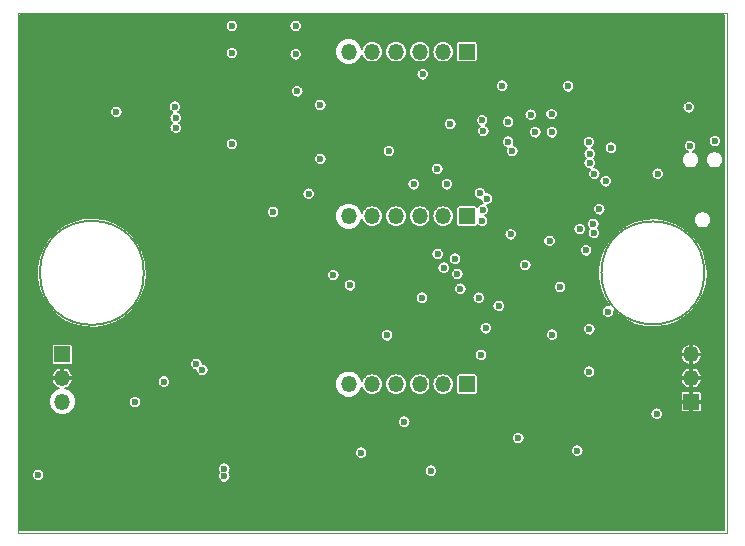
<source format=gbl>
G04 #@! TF.GenerationSoftware,KiCad,Pcbnew,5.1.2*
G04 #@! TF.CreationDate,2019-05-22T13:07:44+02:00*
G04 #@! TF.ProjectId,PAC5523,50414335-3532-4332-9e6b-696361645f70,rev?*
G04 #@! TF.SameCoordinates,Original*
G04 #@! TF.FileFunction,Copper,L4,Bot*
G04 #@! TF.FilePolarity,Positive*
%FSLAX46Y46*%
G04 Gerber Fmt 4.6, Leading zero omitted, Abs format (unit mm)*
G04 Created by KiCad (PCBNEW 5.1.2) date 2019-05-22 13:07:44*
%MOMM*%
%LPD*%
G04 APERTURE LIST*
%ADD10C,0.150000*%
%ADD11C,0.050000*%
%ADD12R,1.350000X1.350000*%
%ADD13O,1.350000X1.350000*%
%ADD14C,0.600000*%
%ADD15C,0.400000*%
%ADD16C,0.200000*%
%ADD17C,0.154000*%
G04 APERTURE END LIST*
D10*
X30650284Y-45000000D02*
G75*
G03X30650284Y-45000000I-4400284J0D01*
G01*
X78104595Y-45000000D02*
G75*
G03X78104595Y-45000000I-4354595J0D01*
G01*
D11*
X20000000Y-23000000D02*
X80000000Y-23000000D01*
X20000000Y-67000000D02*
X20000000Y-23000000D01*
X80000000Y-67000000D02*
X20000000Y-67000000D01*
X80000000Y-23000000D02*
X80000000Y-67000000D01*
D12*
X23750000Y-51910000D03*
D13*
X23750000Y-53910000D03*
X23750000Y-55910000D03*
D12*
X77000000Y-55910000D03*
D13*
X77000000Y-53910000D03*
X77000000Y-51910000D03*
X48000000Y-40200000D03*
X50000000Y-40200000D03*
X52000000Y-40200000D03*
X54000000Y-40200000D03*
X56000000Y-40200000D03*
D12*
X58000000Y-40200000D03*
D13*
X48000000Y-54420000D03*
X50000000Y-54420000D03*
X52000000Y-54420000D03*
X54000000Y-54420000D03*
X56000000Y-54420000D03*
D12*
X58000000Y-54420000D03*
D13*
X48000000Y-26280000D03*
X50000000Y-26280000D03*
X52000000Y-26280000D03*
X54000000Y-26280000D03*
X56000000Y-26280000D03*
D12*
X58000000Y-26280000D03*
D14*
X35610000Y-53230000D03*
X37460000Y-61580000D03*
X55531010Y-43400000D03*
X61500000Y-33900000D03*
X61500000Y-32200000D03*
X56041653Y-44561761D03*
X63800000Y-33100000D03*
X53500000Y-37500000D03*
X63400000Y-31600000D03*
X55500000Y-36200000D03*
X65200000Y-33100000D03*
X65168469Y-31567507D03*
X78200000Y-63200000D03*
X78200000Y-65400000D03*
X76900000Y-65400000D03*
X76900000Y-63200000D03*
X63000000Y-36600000D03*
X63000000Y-40000000D03*
X58550000Y-63200000D03*
X58550000Y-65400000D03*
X57250000Y-65400000D03*
X57250000Y-63200000D03*
X69350000Y-63200000D03*
X69350000Y-65400000D03*
X68050000Y-65400000D03*
X68050000Y-63200000D03*
X66150000Y-63200000D03*
X66150000Y-65400000D03*
X64850000Y-65400000D03*
X64850000Y-63200000D03*
X78950000Y-24500000D03*
X78950000Y-26700000D03*
X77650000Y-26700000D03*
X77650000Y-24500000D03*
X71350000Y-24500000D03*
X71350000Y-26700000D03*
X70050000Y-26700000D03*
X70050000Y-24500000D03*
X68400000Y-24500000D03*
X67100000Y-24500000D03*
X62100000Y-26700000D03*
X60800000Y-26700000D03*
X46250000Y-26700000D03*
X44950000Y-26700000D03*
X22200000Y-24500000D03*
X22200000Y-26700000D03*
X20900000Y-26700000D03*
X20900000Y-24500000D03*
X34900000Y-24500000D03*
X34900000Y-26700000D03*
X33600000Y-26700000D03*
X33600000Y-24500000D03*
X31000000Y-24500000D03*
X32300000Y-24500000D03*
X32300000Y-26700000D03*
X31000000Y-26700000D03*
X58050000Y-49000000D03*
X69595000Y-57755000D03*
X74975000Y-59925000D03*
X35987500Y-28500000D03*
X61931250Y-31081250D03*
X66450000Y-31300000D03*
X73250000Y-29750000D03*
X39250000Y-44500000D03*
X36900000Y-45900000D03*
X37000000Y-44300000D03*
X34900000Y-47700000D03*
X32000000Y-48400000D03*
X42200000Y-46500000D03*
X41900000Y-49700000D03*
X39400000Y-49700000D03*
X44500000Y-49700000D03*
X79212984Y-36353989D03*
X62900000Y-62600000D03*
X66345255Y-48986858D03*
X47400000Y-46499996D03*
X54000000Y-58900000D03*
X51200000Y-37700000D03*
X54437989Y-43588367D03*
X57862500Y-34662500D03*
X66268990Y-39944005D03*
X66268990Y-36600000D03*
X76600000Y-32800000D03*
X70140998Y-33309965D03*
X23200000Y-29100000D03*
X23450000Y-64650000D03*
X27600000Y-55650000D03*
X44750000Y-58000000D03*
X44750000Y-58900000D03*
X28250000Y-62050000D03*
X27300000Y-61500000D03*
X31450000Y-61900000D03*
X31550000Y-60350000D03*
X31550000Y-58700000D03*
X55170000Y-29595990D03*
X63600000Y-46650000D03*
X44282988Y-32302988D03*
X31550000Y-32800000D03*
X28775000Y-52375000D03*
X71125000Y-35375000D03*
X71150000Y-38200000D03*
X71100000Y-39600000D03*
X74550000Y-34350000D03*
X74095988Y-38000000D03*
X38850000Y-31249999D03*
X36240000Y-35580000D03*
X41610000Y-35630000D03*
X35260000Y-57530000D03*
X33460000Y-57550000D03*
X34490000Y-53900000D03*
X36230000Y-55800000D03*
X36310000Y-52070000D03*
X38670000Y-55850000D03*
X38430000Y-53830000D03*
X63213120Y-52336224D03*
X52700000Y-57600000D03*
X65900000Y-46200000D03*
X74150000Y-36600000D03*
X69746250Y-37246250D03*
X76900000Y-34250000D03*
X28325989Y-31363489D03*
X62350000Y-59000000D03*
X57454012Y-46343954D03*
X48107984Y-46054009D03*
X46700000Y-45200000D03*
X57200000Y-45100000D03*
X59350000Y-39650000D03*
X29900000Y-55949998D03*
X60700000Y-47800000D03*
X32350000Y-54200000D03*
X59717675Y-38708852D03*
X59300000Y-32100000D03*
X45600000Y-35350000D03*
X51400000Y-34700000D03*
X59400000Y-33000000D03*
X56600000Y-32400000D03*
X45587501Y-30787501D03*
X65225000Y-50225000D03*
X67350000Y-60050000D03*
X74068750Y-56931250D03*
X41600000Y-39850000D03*
X59200000Y-51950000D03*
X76780000Y-30990000D03*
X64997807Y-42293012D03*
X51239802Y-50293256D03*
X62950000Y-44350000D03*
X59000000Y-47100000D03*
X54200000Y-47100000D03*
X61700000Y-41750000D03*
X56300000Y-37500000D03*
X37470000Y-62240000D03*
X35100000Y-52720000D03*
X59106152Y-38267748D03*
X44600002Y-38300000D03*
X59300000Y-40600000D03*
X57000000Y-43800008D03*
X68800000Y-36600000D03*
X70200000Y-34400000D03*
X67550000Y-41300000D03*
X33273310Y-30921979D03*
X68750000Y-41600000D03*
X33350000Y-31850000D03*
X68700155Y-40847638D03*
X33350000Y-32700000D03*
X68400000Y-35700000D03*
X21700000Y-62100000D03*
X69225000Y-39625000D03*
X69949996Y-48275000D03*
X68400004Y-34900000D03*
X38100000Y-26400000D03*
X38100000Y-24100000D03*
X38100000Y-34100000D03*
X43499996Y-26500000D03*
X68331010Y-33948848D03*
X43500000Y-24099998D03*
X43650000Y-29640000D03*
X68100000Y-43100000D03*
X79000000Y-33850000D03*
X61850000Y-34700000D03*
X59600000Y-49700000D03*
X54950000Y-61750000D03*
X49045000Y-60220000D03*
X54250000Y-28200000D03*
X68375000Y-49775000D03*
X68360000Y-53360000D03*
X61000000Y-29150000D03*
X66568990Y-29200000D03*
D15*
X69746250Y-37153750D02*
X69746250Y-37246250D01*
D16*
X68370000Y-53350000D02*
X68360000Y-53360000D01*
X61050000Y-29200000D02*
X61000000Y-29150000D01*
D17*
G36*
X79798001Y-66798000D02*
G01*
X20202000Y-66798000D01*
X20202000Y-62047701D01*
X21169000Y-62047701D01*
X21169000Y-62152299D01*
X21189406Y-62254887D01*
X21229434Y-62351523D01*
X21287546Y-62438493D01*
X21361507Y-62512454D01*
X21448477Y-62570566D01*
X21545113Y-62610594D01*
X21647701Y-62631000D01*
X21752299Y-62631000D01*
X21854887Y-62610594D01*
X21951523Y-62570566D01*
X22038493Y-62512454D01*
X22112454Y-62438493D01*
X22170566Y-62351523D01*
X22210594Y-62254887D01*
X22231000Y-62152299D01*
X22231000Y-62047701D01*
X22210594Y-61945113D01*
X22170566Y-61848477D01*
X22112454Y-61761507D01*
X22038493Y-61687546D01*
X21951523Y-61629434D01*
X21854887Y-61589406D01*
X21752299Y-61569000D01*
X21647701Y-61569000D01*
X21545113Y-61589406D01*
X21448477Y-61629434D01*
X21361507Y-61687546D01*
X21287546Y-61761507D01*
X21229434Y-61848477D01*
X21189406Y-61945113D01*
X21169000Y-62047701D01*
X20202000Y-62047701D01*
X20202000Y-61527701D01*
X36929000Y-61527701D01*
X36929000Y-61632299D01*
X36949406Y-61734887D01*
X36989434Y-61831523D01*
X37046871Y-61917483D01*
X36999434Y-61988477D01*
X36959406Y-62085113D01*
X36939000Y-62187701D01*
X36939000Y-62292299D01*
X36959406Y-62394887D01*
X36999434Y-62491523D01*
X37057546Y-62578493D01*
X37131507Y-62652454D01*
X37218477Y-62710566D01*
X37315113Y-62750594D01*
X37417701Y-62771000D01*
X37522299Y-62771000D01*
X37624887Y-62750594D01*
X37721523Y-62710566D01*
X37808493Y-62652454D01*
X37882454Y-62578493D01*
X37940566Y-62491523D01*
X37980594Y-62394887D01*
X38001000Y-62292299D01*
X38001000Y-62187701D01*
X37980594Y-62085113D01*
X37940566Y-61988477D01*
X37883129Y-61902517D01*
X37930566Y-61831523D01*
X37970594Y-61734887D01*
X37977990Y-61697701D01*
X54419000Y-61697701D01*
X54419000Y-61802299D01*
X54439406Y-61904887D01*
X54479434Y-62001523D01*
X54537546Y-62088493D01*
X54611507Y-62162454D01*
X54698477Y-62220566D01*
X54795113Y-62260594D01*
X54897701Y-62281000D01*
X55002299Y-62281000D01*
X55104887Y-62260594D01*
X55201523Y-62220566D01*
X55288493Y-62162454D01*
X55362454Y-62088493D01*
X55420566Y-62001523D01*
X55460594Y-61904887D01*
X55481000Y-61802299D01*
X55481000Y-61697701D01*
X55460594Y-61595113D01*
X55420566Y-61498477D01*
X55362454Y-61411507D01*
X55288493Y-61337546D01*
X55201523Y-61279434D01*
X55104887Y-61239406D01*
X55002299Y-61219000D01*
X54897701Y-61219000D01*
X54795113Y-61239406D01*
X54698477Y-61279434D01*
X54611507Y-61337546D01*
X54537546Y-61411507D01*
X54479434Y-61498477D01*
X54439406Y-61595113D01*
X54419000Y-61697701D01*
X37977990Y-61697701D01*
X37991000Y-61632299D01*
X37991000Y-61527701D01*
X37970594Y-61425113D01*
X37930566Y-61328477D01*
X37872454Y-61241507D01*
X37798493Y-61167546D01*
X37711523Y-61109434D01*
X37614887Y-61069406D01*
X37512299Y-61049000D01*
X37407701Y-61049000D01*
X37305113Y-61069406D01*
X37208477Y-61109434D01*
X37121507Y-61167546D01*
X37047546Y-61241507D01*
X36989434Y-61328477D01*
X36949406Y-61425113D01*
X36929000Y-61527701D01*
X20202000Y-61527701D01*
X20202000Y-60167701D01*
X48514000Y-60167701D01*
X48514000Y-60272299D01*
X48534406Y-60374887D01*
X48574434Y-60471523D01*
X48632546Y-60558493D01*
X48706507Y-60632454D01*
X48793477Y-60690566D01*
X48890113Y-60730594D01*
X48992701Y-60751000D01*
X49097299Y-60751000D01*
X49199887Y-60730594D01*
X49296523Y-60690566D01*
X49383493Y-60632454D01*
X49457454Y-60558493D01*
X49515566Y-60471523D01*
X49555594Y-60374887D01*
X49576000Y-60272299D01*
X49576000Y-60167701D01*
X49555594Y-60065113D01*
X49527671Y-59997701D01*
X66819000Y-59997701D01*
X66819000Y-60102299D01*
X66839406Y-60204887D01*
X66879434Y-60301523D01*
X66937546Y-60388493D01*
X67011507Y-60462454D01*
X67098477Y-60520566D01*
X67195113Y-60560594D01*
X67297701Y-60581000D01*
X67402299Y-60581000D01*
X67504887Y-60560594D01*
X67601523Y-60520566D01*
X67688493Y-60462454D01*
X67762454Y-60388493D01*
X67820566Y-60301523D01*
X67860594Y-60204887D01*
X67881000Y-60102299D01*
X67881000Y-59997701D01*
X67860594Y-59895113D01*
X67820566Y-59798477D01*
X67762454Y-59711507D01*
X67688493Y-59637546D01*
X67601523Y-59579434D01*
X67504887Y-59539406D01*
X67402299Y-59519000D01*
X67297701Y-59519000D01*
X67195113Y-59539406D01*
X67098477Y-59579434D01*
X67011507Y-59637546D01*
X66937546Y-59711507D01*
X66879434Y-59798477D01*
X66839406Y-59895113D01*
X66819000Y-59997701D01*
X49527671Y-59997701D01*
X49515566Y-59968477D01*
X49457454Y-59881507D01*
X49383493Y-59807546D01*
X49296523Y-59749434D01*
X49199887Y-59709406D01*
X49097299Y-59689000D01*
X48992701Y-59689000D01*
X48890113Y-59709406D01*
X48793477Y-59749434D01*
X48706507Y-59807546D01*
X48632546Y-59881507D01*
X48574434Y-59968477D01*
X48534406Y-60065113D01*
X48514000Y-60167701D01*
X20202000Y-60167701D01*
X20202000Y-58947701D01*
X61819000Y-58947701D01*
X61819000Y-59052299D01*
X61839406Y-59154887D01*
X61879434Y-59251523D01*
X61937546Y-59338493D01*
X62011507Y-59412454D01*
X62098477Y-59470566D01*
X62195113Y-59510594D01*
X62297701Y-59531000D01*
X62402299Y-59531000D01*
X62504887Y-59510594D01*
X62601523Y-59470566D01*
X62688493Y-59412454D01*
X62762454Y-59338493D01*
X62820566Y-59251523D01*
X62860594Y-59154887D01*
X62881000Y-59052299D01*
X62881000Y-58947701D01*
X62860594Y-58845113D01*
X62820566Y-58748477D01*
X62762454Y-58661507D01*
X62688493Y-58587546D01*
X62601523Y-58529434D01*
X62504887Y-58489406D01*
X62402299Y-58469000D01*
X62297701Y-58469000D01*
X62195113Y-58489406D01*
X62098477Y-58529434D01*
X62011507Y-58587546D01*
X61937546Y-58661507D01*
X61879434Y-58748477D01*
X61839406Y-58845113D01*
X61819000Y-58947701D01*
X20202000Y-58947701D01*
X20202000Y-57547701D01*
X52169000Y-57547701D01*
X52169000Y-57652299D01*
X52189406Y-57754887D01*
X52229434Y-57851523D01*
X52287546Y-57938493D01*
X52361507Y-58012454D01*
X52448477Y-58070566D01*
X52545113Y-58110594D01*
X52647701Y-58131000D01*
X52752299Y-58131000D01*
X52854887Y-58110594D01*
X52951523Y-58070566D01*
X53038493Y-58012454D01*
X53112454Y-57938493D01*
X53170566Y-57851523D01*
X53210594Y-57754887D01*
X53231000Y-57652299D01*
X53231000Y-57547701D01*
X53210594Y-57445113D01*
X53170566Y-57348477D01*
X53112454Y-57261507D01*
X53038493Y-57187546D01*
X52951523Y-57129434D01*
X52854887Y-57089406D01*
X52752299Y-57069000D01*
X52647701Y-57069000D01*
X52545113Y-57089406D01*
X52448477Y-57129434D01*
X52361507Y-57187546D01*
X52287546Y-57261507D01*
X52229434Y-57348477D01*
X52189406Y-57445113D01*
X52169000Y-57547701D01*
X20202000Y-57547701D01*
X20202000Y-55910000D01*
X22592426Y-55910000D01*
X22614668Y-56135831D01*
X22680541Y-56352984D01*
X22787512Y-56553114D01*
X22931472Y-56728528D01*
X23106886Y-56872488D01*
X23307016Y-56979459D01*
X23524169Y-57045332D01*
X23693405Y-57062000D01*
X23806595Y-57062000D01*
X23975831Y-57045332D01*
X24192984Y-56979459D01*
X24381022Y-56878951D01*
X73537750Y-56878951D01*
X73537750Y-56983549D01*
X73558156Y-57086137D01*
X73598184Y-57182773D01*
X73656296Y-57269743D01*
X73730257Y-57343704D01*
X73817227Y-57401816D01*
X73913863Y-57441844D01*
X74016451Y-57462250D01*
X74121049Y-57462250D01*
X74223637Y-57441844D01*
X74320273Y-57401816D01*
X74407243Y-57343704D01*
X74481204Y-57269743D01*
X74539316Y-57182773D01*
X74579344Y-57086137D01*
X74599750Y-56983549D01*
X74599750Y-56878951D01*
X74579344Y-56776363D01*
X74539316Y-56679727D01*
X74481204Y-56592757D01*
X74473447Y-56585000D01*
X76092882Y-56585000D01*
X76097342Y-56630284D01*
X76110551Y-56673828D01*
X76132001Y-56713958D01*
X76160868Y-56749132D01*
X76196042Y-56777999D01*
X76236172Y-56799449D01*
X76279716Y-56812658D01*
X76325000Y-56817118D01*
X76869250Y-56816000D01*
X76927000Y-56758250D01*
X76927000Y-55983000D01*
X77073000Y-55983000D01*
X77073000Y-56758250D01*
X77130750Y-56816000D01*
X77675000Y-56817118D01*
X77720284Y-56812658D01*
X77763828Y-56799449D01*
X77803958Y-56777999D01*
X77839132Y-56749132D01*
X77867999Y-56713958D01*
X77889449Y-56673828D01*
X77902658Y-56630284D01*
X77907118Y-56585000D01*
X77906000Y-56040750D01*
X77848250Y-55983000D01*
X77073000Y-55983000D01*
X76927000Y-55983000D01*
X76151750Y-55983000D01*
X76094000Y-56040750D01*
X76092882Y-56585000D01*
X74473447Y-56585000D01*
X74407243Y-56518796D01*
X74320273Y-56460684D01*
X74223637Y-56420656D01*
X74121049Y-56400250D01*
X74016451Y-56400250D01*
X73913863Y-56420656D01*
X73817227Y-56460684D01*
X73730257Y-56518796D01*
X73656296Y-56592757D01*
X73598184Y-56679727D01*
X73558156Y-56776363D01*
X73537750Y-56878951D01*
X24381022Y-56878951D01*
X24393114Y-56872488D01*
X24568528Y-56728528D01*
X24712488Y-56553114D01*
X24819459Y-56352984D01*
X24885332Y-56135831D01*
X24907574Y-55910000D01*
X24906363Y-55897699D01*
X29369000Y-55897699D01*
X29369000Y-56002297D01*
X29389406Y-56104885D01*
X29429434Y-56201521D01*
X29487546Y-56288491D01*
X29561507Y-56362452D01*
X29648477Y-56420564D01*
X29745113Y-56460592D01*
X29847701Y-56480998D01*
X29952299Y-56480998D01*
X30054887Y-56460592D01*
X30151523Y-56420564D01*
X30238493Y-56362452D01*
X30312454Y-56288491D01*
X30370566Y-56201521D01*
X30410594Y-56104885D01*
X30431000Y-56002297D01*
X30431000Y-55897699D01*
X30410594Y-55795111D01*
X30370566Y-55698475D01*
X30312454Y-55611505D01*
X30238493Y-55537544D01*
X30151523Y-55479432D01*
X30054887Y-55439404D01*
X29952299Y-55418998D01*
X29847701Y-55418998D01*
X29745113Y-55439404D01*
X29648477Y-55479432D01*
X29561507Y-55537544D01*
X29487546Y-55611505D01*
X29429434Y-55698475D01*
X29389406Y-55795111D01*
X29369000Y-55897699D01*
X24906363Y-55897699D01*
X24885332Y-55684169D01*
X24819459Y-55467016D01*
X24712488Y-55266886D01*
X24568528Y-55091472D01*
X24393114Y-54947512D01*
X24192984Y-54840541D01*
X23993459Y-54780016D01*
X24131052Y-54731975D01*
X24284090Y-54641841D01*
X24416603Y-54523583D01*
X24523499Y-54381745D01*
X24600669Y-54221778D01*
X24623136Y-54147701D01*
X31819000Y-54147701D01*
X31819000Y-54252299D01*
X31839406Y-54354887D01*
X31879434Y-54451523D01*
X31937546Y-54538493D01*
X32011507Y-54612454D01*
X32098477Y-54670566D01*
X32195113Y-54710594D01*
X32297701Y-54731000D01*
X32402299Y-54731000D01*
X32504887Y-54710594D01*
X32601523Y-54670566D01*
X32688493Y-54612454D01*
X32762454Y-54538493D01*
X32820566Y-54451523D01*
X32833623Y-54420000D01*
X46842426Y-54420000D01*
X46864668Y-54645831D01*
X46930541Y-54862984D01*
X47037512Y-55063114D01*
X47181472Y-55238528D01*
X47356886Y-55382488D01*
X47557016Y-55489459D01*
X47774169Y-55555332D01*
X47943405Y-55572000D01*
X48056595Y-55572000D01*
X48225831Y-55555332D01*
X48442984Y-55489459D01*
X48643114Y-55382488D01*
X48818528Y-55238528D01*
X48962488Y-55063114D01*
X49069459Y-54862984D01*
X49128535Y-54668237D01*
X49158916Y-54768388D01*
X49243044Y-54925782D01*
X49356262Y-55063738D01*
X49494218Y-55176956D01*
X49651612Y-55261084D01*
X49822393Y-55312890D01*
X49955499Y-55326000D01*
X50044501Y-55326000D01*
X50177607Y-55312890D01*
X50348388Y-55261084D01*
X50505782Y-55176956D01*
X50643738Y-55063738D01*
X50756956Y-54925782D01*
X50841084Y-54768388D01*
X50892890Y-54597607D01*
X50910383Y-54420000D01*
X51089617Y-54420000D01*
X51107110Y-54597607D01*
X51158916Y-54768388D01*
X51243044Y-54925782D01*
X51356262Y-55063738D01*
X51494218Y-55176956D01*
X51651612Y-55261084D01*
X51822393Y-55312890D01*
X51955499Y-55326000D01*
X52044501Y-55326000D01*
X52177607Y-55312890D01*
X52348388Y-55261084D01*
X52505782Y-55176956D01*
X52643738Y-55063738D01*
X52756956Y-54925782D01*
X52841084Y-54768388D01*
X52892890Y-54597607D01*
X52910383Y-54420000D01*
X53089617Y-54420000D01*
X53107110Y-54597607D01*
X53158916Y-54768388D01*
X53243044Y-54925782D01*
X53356262Y-55063738D01*
X53494218Y-55176956D01*
X53651612Y-55261084D01*
X53822393Y-55312890D01*
X53955499Y-55326000D01*
X54044501Y-55326000D01*
X54177607Y-55312890D01*
X54348388Y-55261084D01*
X54505782Y-55176956D01*
X54643738Y-55063738D01*
X54756956Y-54925782D01*
X54841084Y-54768388D01*
X54892890Y-54597607D01*
X54910383Y-54420000D01*
X55089617Y-54420000D01*
X55107110Y-54597607D01*
X55158916Y-54768388D01*
X55243044Y-54925782D01*
X55356262Y-55063738D01*
X55494218Y-55176956D01*
X55651612Y-55261084D01*
X55822393Y-55312890D01*
X55955499Y-55326000D01*
X56044501Y-55326000D01*
X56177607Y-55312890D01*
X56348388Y-55261084D01*
X56505782Y-55176956D01*
X56643738Y-55063738D01*
X56756956Y-54925782D01*
X56841084Y-54768388D01*
X56892890Y-54597607D01*
X56910383Y-54420000D01*
X56892890Y-54242393D01*
X56841084Y-54071612D01*
X56756956Y-53914218D01*
X56643738Y-53776262D01*
X56605646Y-53745000D01*
X57092883Y-53745000D01*
X57092883Y-55095000D01*
X57097343Y-55140284D01*
X57110552Y-55183827D01*
X57132002Y-55223957D01*
X57160868Y-55259132D01*
X57196043Y-55287998D01*
X57236173Y-55309448D01*
X57279716Y-55322657D01*
X57325000Y-55327117D01*
X58675000Y-55327117D01*
X58720284Y-55322657D01*
X58763827Y-55309448D01*
X58803957Y-55287998D01*
X58839132Y-55259132D01*
X58858935Y-55235000D01*
X76092882Y-55235000D01*
X76094000Y-55779250D01*
X76151750Y-55837000D01*
X76927000Y-55837000D01*
X76927000Y-55061750D01*
X77073000Y-55061750D01*
X77073000Y-55837000D01*
X77848250Y-55837000D01*
X77906000Y-55779250D01*
X77907118Y-55235000D01*
X77902658Y-55189716D01*
X77889449Y-55146172D01*
X77867999Y-55106042D01*
X77839132Y-55070868D01*
X77803958Y-55042001D01*
X77763828Y-55020551D01*
X77720284Y-55007342D01*
X77675000Y-55002882D01*
X77130750Y-55004000D01*
X77073000Y-55061750D01*
X76927000Y-55061750D01*
X76869250Y-55004000D01*
X76325000Y-55002882D01*
X76279716Y-55007342D01*
X76236172Y-55020551D01*
X76196042Y-55042001D01*
X76160868Y-55070868D01*
X76132001Y-55106042D01*
X76110551Y-55146172D01*
X76097342Y-55189716D01*
X76092882Y-55235000D01*
X58858935Y-55235000D01*
X58867998Y-55223957D01*
X58889448Y-55183827D01*
X58902657Y-55140284D01*
X58907117Y-55095000D01*
X58907117Y-54123370D01*
X76119484Y-54123370D01*
X76149331Y-54221778D01*
X76226501Y-54381745D01*
X76333397Y-54523583D01*
X76465910Y-54641841D01*
X76618948Y-54731975D01*
X76786629Y-54790521D01*
X76927000Y-54755309D01*
X76927000Y-53983000D01*
X77073000Y-53983000D01*
X77073000Y-54755309D01*
X77213371Y-54790521D01*
X77381052Y-54731975D01*
X77534090Y-54641841D01*
X77666603Y-54523583D01*
X77773499Y-54381745D01*
X77850669Y-54221778D01*
X77880516Y-54123370D01*
X77845103Y-53983000D01*
X77073000Y-53983000D01*
X76927000Y-53983000D01*
X76154897Y-53983000D01*
X76119484Y-54123370D01*
X58907117Y-54123370D01*
X58907117Y-53745000D01*
X58902657Y-53699716D01*
X58889448Y-53656173D01*
X58867998Y-53616043D01*
X58839132Y-53580868D01*
X58803957Y-53552002D01*
X58763827Y-53530552D01*
X58720284Y-53517343D01*
X58675000Y-53512883D01*
X57325000Y-53512883D01*
X57279716Y-53517343D01*
X57236173Y-53530552D01*
X57196043Y-53552002D01*
X57160868Y-53580868D01*
X57132002Y-53616043D01*
X57110552Y-53656173D01*
X57097343Y-53699716D01*
X57092883Y-53745000D01*
X56605646Y-53745000D01*
X56505782Y-53663044D01*
X56348388Y-53578916D01*
X56177607Y-53527110D01*
X56044501Y-53514000D01*
X55955499Y-53514000D01*
X55822393Y-53527110D01*
X55651612Y-53578916D01*
X55494218Y-53663044D01*
X55356262Y-53776262D01*
X55243044Y-53914218D01*
X55158916Y-54071612D01*
X55107110Y-54242393D01*
X55089617Y-54420000D01*
X54910383Y-54420000D01*
X54892890Y-54242393D01*
X54841084Y-54071612D01*
X54756956Y-53914218D01*
X54643738Y-53776262D01*
X54505782Y-53663044D01*
X54348388Y-53578916D01*
X54177607Y-53527110D01*
X54044501Y-53514000D01*
X53955499Y-53514000D01*
X53822393Y-53527110D01*
X53651612Y-53578916D01*
X53494218Y-53663044D01*
X53356262Y-53776262D01*
X53243044Y-53914218D01*
X53158916Y-54071612D01*
X53107110Y-54242393D01*
X53089617Y-54420000D01*
X52910383Y-54420000D01*
X52892890Y-54242393D01*
X52841084Y-54071612D01*
X52756956Y-53914218D01*
X52643738Y-53776262D01*
X52505782Y-53663044D01*
X52348388Y-53578916D01*
X52177607Y-53527110D01*
X52044501Y-53514000D01*
X51955499Y-53514000D01*
X51822393Y-53527110D01*
X51651612Y-53578916D01*
X51494218Y-53663044D01*
X51356262Y-53776262D01*
X51243044Y-53914218D01*
X51158916Y-54071612D01*
X51107110Y-54242393D01*
X51089617Y-54420000D01*
X50910383Y-54420000D01*
X50892890Y-54242393D01*
X50841084Y-54071612D01*
X50756956Y-53914218D01*
X50643738Y-53776262D01*
X50505782Y-53663044D01*
X50348388Y-53578916D01*
X50177607Y-53527110D01*
X50044501Y-53514000D01*
X49955499Y-53514000D01*
X49822393Y-53527110D01*
X49651612Y-53578916D01*
X49494218Y-53663044D01*
X49356262Y-53776262D01*
X49243044Y-53914218D01*
X49158916Y-54071612D01*
X49128535Y-54171763D01*
X49069459Y-53977016D01*
X48962488Y-53776886D01*
X48818528Y-53601472D01*
X48643114Y-53457512D01*
X48442984Y-53350541D01*
X48301761Y-53307701D01*
X67829000Y-53307701D01*
X67829000Y-53412299D01*
X67849406Y-53514887D01*
X67889434Y-53611523D01*
X67947546Y-53698493D01*
X68021507Y-53772454D01*
X68108477Y-53830566D01*
X68205113Y-53870594D01*
X68307701Y-53891000D01*
X68412299Y-53891000D01*
X68514887Y-53870594D01*
X68611523Y-53830566D01*
X68698493Y-53772454D01*
X68772454Y-53698493D01*
X68773698Y-53696630D01*
X76119484Y-53696630D01*
X76154897Y-53837000D01*
X76927000Y-53837000D01*
X76927000Y-53064691D01*
X77073000Y-53064691D01*
X77073000Y-53837000D01*
X77845103Y-53837000D01*
X77880516Y-53696630D01*
X77850669Y-53598222D01*
X77773499Y-53438255D01*
X77666603Y-53296417D01*
X77534090Y-53178159D01*
X77381052Y-53088025D01*
X77213371Y-53029479D01*
X77073000Y-53064691D01*
X76927000Y-53064691D01*
X76786629Y-53029479D01*
X76618948Y-53088025D01*
X76465910Y-53178159D01*
X76333397Y-53296417D01*
X76226501Y-53438255D01*
X76149331Y-53598222D01*
X76119484Y-53696630D01*
X68773698Y-53696630D01*
X68830566Y-53611523D01*
X68870594Y-53514887D01*
X68891000Y-53412299D01*
X68891000Y-53307701D01*
X68870594Y-53205113D01*
X68830566Y-53108477D01*
X68772454Y-53021507D01*
X68698493Y-52947546D01*
X68611523Y-52889434D01*
X68514887Y-52849406D01*
X68412299Y-52829000D01*
X68307701Y-52829000D01*
X68205113Y-52849406D01*
X68108477Y-52889434D01*
X68021507Y-52947546D01*
X67947546Y-53021507D01*
X67889434Y-53108477D01*
X67849406Y-53205113D01*
X67829000Y-53307701D01*
X48301761Y-53307701D01*
X48225831Y-53284668D01*
X48056595Y-53268000D01*
X47943405Y-53268000D01*
X47774169Y-53284668D01*
X47557016Y-53350541D01*
X47356886Y-53457512D01*
X47181472Y-53601472D01*
X47037512Y-53776886D01*
X46930541Y-53977016D01*
X46864668Y-54194169D01*
X46842426Y-54420000D01*
X32833623Y-54420000D01*
X32860594Y-54354887D01*
X32881000Y-54252299D01*
X32881000Y-54147701D01*
X32860594Y-54045113D01*
X32820566Y-53948477D01*
X32762454Y-53861507D01*
X32688493Y-53787546D01*
X32601523Y-53729434D01*
X32504887Y-53689406D01*
X32402299Y-53669000D01*
X32297701Y-53669000D01*
X32195113Y-53689406D01*
X32098477Y-53729434D01*
X32011507Y-53787546D01*
X31937546Y-53861507D01*
X31879434Y-53948477D01*
X31839406Y-54045113D01*
X31819000Y-54147701D01*
X24623136Y-54147701D01*
X24630516Y-54123370D01*
X24595103Y-53983000D01*
X23823000Y-53983000D01*
X23823000Y-54003000D01*
X23677000Y-54003000D01*
X23677000Y-53983000D01*
X22904897Y-53983000D01*
X22869484Y-54123370D01*
X22899331Y-54221778D01*
X22976501Y-54381745D01*
X23083397Y-54523583D01*
X23215910Y-54641841D01*
X23368948Y-54731975D01*
X23506541Y-54780016D01*
X23307016Y-54840541D01*
X23106886Y-54947512D01*
X22931472Y-55091472D01*
X22787512Y-55266886D01*
X22680541Y-55467016D01*
X22614668Y-55684169D01*
X22592426Y-55910000D01*
X20202000Y-55910000D01*
X20202000Y-53696630D01*
X22869484Y-53696630D01*
X22904897Y-53837000D01*
X23677000Y-53837000D01*
X23677000Y-53064691D01*
X23823000Y-53064691D01*
X23823000Y-53837000D01*
X24595103Y-53837000D01*
X24630516Y-53696630D01*
X24600669Y-53598222D01*
X24523499Y-53438255D01*
X24416603Y-53296417D01*
X24284090Y-53178159D01*
X24131052Y-53088025D01*
X23963371Y-53029479D01*
X23823000Y-53064691D01*
X23677000Y-53064691D01*
X23536629Y-53029479D01*
X23368948Y-53088025D01*
X23215910Y-53178159D01*
X23083397Y-53296417D01*
X22976501Y-53438255D01*
X22899331Y-53598222D01*
X22869484Y-53696630D01*
X20202000Y-53696630D01*
X20202000Y-51235000D01*
X22842883Y-51235000D01*
X22842883Y-52585000D01*
X22847343Y-52630284D01*
X22860552Y-52673827D01*
X22882002Y-52713957D01*
X22910868Y-52749132D01*
X22946043Y-52777998D01*
X22986173Y-52799448D01*
X23029716Y-52812657D01*
X23075000Y-52817117D01*
X24425000Y-52817117D01*
X24470284Y-52812657D01*
X24513827Y-52799448D01*
X24553957Y-52777998D01*
X24589132Y-52749132D01*
X24617998Y-52713957D01*
X24639448Y-52673827D01*
X24641306Y-52667701D01*
X34569000Y-52667701D01*
X34569000Y-52772299D01*
X34589406Y-52874887D01*
X34629434Y-52971523D01*
X34687546Y-53058493D01*
X34761507Y-53132454D01*
X34848477Y-53190566D01*
X34945113Y-53230594D01*
X35047701Y-53251000D01*
X35079000Y-53251000D01*
X35079000Y-53282299D01*
X35099406Y-53384887D01*
X35139434Y-53481523D01*
X35197546Y-53568493D01*
X35271507Y-53642454D01*
X35358477Y-53700566D01*
X35455113Y-53740594D01*
X35557701Y-53761000D01*
X35662299Y-53761000D01*
X35764887Y-53740594D01*
X35861523Y-53700566D01*
X35948493Y-53642454D01*
X36022454Y-53568493D01*
X36080566Y-53481523D01*
X36120594Y-53384887D01*
X36141000Y-53282299D01*
X36141000Y-53177701D01*
X36120594Y-53075113D01*
X36080566Y-52978477D01*
X36022454Y-52891507D01*
X35948493Y-52817546D01*
X35861523Y-52759434D01*
X35764887Y-52719406D01*
X35662299Y-52699000D01*
X35631000Y-52699000D01*
X35631000Y-52667701D01*
X35610594Y-52565113D01*
X35570566Y-52468477D01*
X35512454Y-52381507D01*
X35438493Y-52307546D01*
X35351523Y-52249434D01*
X35254887Y-52209406D01*
X35152299Y-52189000D01*
X35047701Y-52189000D01*
X34945113Y-52209406D01*
X34848477Y-52249434D01*
X34761507Y-52307546D01*
X34687546Y-52381507D01*
X34629434Y-52468477D01*
X34589406Y-52565113D01*
X34569000Y-52667701D01*
X24641306Y-52667701D01*
X24652657Y-52630284D01*
X24657117Y-52585000D01*
X24657117Y-51897701D01*
X58669000Y-51897701D01*
X58669000Y-52002299D01*
X58689406Y-52104887D01*
X58729434Y-52201523D01*
X58787546Y-52288493D01*
X58861507Y-52362454D01*
X58948477Y-52420566D01*
X59045113Y-52460594D01*
X59147701Y-52481000D01*
X59252299Y-52481000D01*
X59354887Y-52460594D01*
X59451523Y-52420566D01*
X59538493Y-52362454D01*
X59612454Y-52288493D01*
X59670566Y-52201523D01*
X59702938Y-52123370D01*
X76119484Y-52123370D01*
X76149331Y-52221778D01*
X76226501Y-52381745D01*
X76333397Y-52523583D01*
X76465910Y-52641841D01*
X76618948Y-52731975D01*
X76786629Y-52790521D01*
X76927000Y-52755309D01*
X76927000Y-51983000D01*
X77073000Y-51983000D01*
X77073000Y-52755309D01*
X77213371Y-52790521D01*
X77381052Y-52731975D01*
X77534090Y-52641841D01*
X77666603Y-52523583D01*
X77773499Y-52381745D01*
X77850669Y-52221778D01*
X77880516Y-52123370D01*
X77845103Y-51983000D01*
X77073000Y-51983000D01*
X76927000Y-51983000D01*
X76154897Y-51983000D01*
X76119484Y-52123370D01*
X59702938Y-52123370D01*
X59710594Y-52104887D01*
X59731000Y-52002299D01*
X59731000Y-51897701D01*
X59710594Y-51795113D01*
X59670566Y-51698477D01*
X59669332Y-51696630D01*
X76119484Y-51696630D01*
X76154897Y-51837000D01*
X76927000Y-51837000D01*
X76927000Y-51064691D01*
X77073000Y-51064691D01*
X77073000Y-51837000D01*
X77845103Y-51837000D01*
X77880516Y-51696630D01*
X77850669Y-51598222D01*
X77773499Y-51438255D01*
X77666603Y-51296417D01*
X77534090Y-51178159D01*
X77381052Y-51088025D01*
X77213371Y-51029479D01*
X77073000Y-51064691D01*
X76927000Y-51064691D01*
X76786629Y-51029479D01*
X76618948Y-51088025D01*
X76465910Y-51178159D01*
X76333397Y-51296417D01*
X76226501Y-51438255D01*
X76149331Y-51598222D01*
X76119484Y-51696630D01*
X59669332Y-51696630D01*
X59612454Y-51611507D01*
X59538493Y-51537546D01*
X59451523Y-51479434D01*
X59354887Y-51439406D01*
X59252299Y-51419000D01*
X59147701Y-51419000D01*
X59045113Y-51439406D01*
X58948477Y-51479434D01*
X58861507Y-51537546D01*
X58787546Y-51611507D01*
X58729434Y-51698477D01*
X58689406Y-51795113D01*
X58669000Y-51897701D01*
X24657117Y-51897701D01*
X24657117Y-51235000D01*
X24652657Y-51189716D01*
X24639448Y-51146173D01*
X24617998Y-51106043D01*
X24589132Y-51070868D01*
X24553957Y-51042002D01*
X24513827Y-51020552D01*
X24470284Y-51007343D01*
X24425000Y-51002883D01*
X23075000Y-51002883D01*
X23029716Y-51007343D01*
X22986173Y-51020552D01*
X22946043Y-51042002D01*
X22910868Y-51070868D01*
X22882002Y-51106043D01*
X22860552Y-51146173D01*
X22847343Y-51189716D01*
X22842883Y-51235000D01*
X20202000Y-51235000D01*
X20202000Y-50240957D01*
X50708802Y-50240957D01*
X50708802Y-50345555D01*
X50729208Y-50448143D01*
X50769236Y-50544779D01*
X50827348Y-50631749D01*
X50901309Y-50705710D01*
X50988279Y-50763822D01*
X51084915Y-50803850D01*
X51187503Y-50824256D01*
X51292101Y-50824256D01*
X51394689Y-50803850D01*
X51491325Y-50763822D01*
X51578295Y-50705710D01*
X51652256Y-50631749D01*
X51710368Y-50544779D01*
X51750396Y-50448143D01*
X51770802Y-50345555D01*
X51770802Y-50240957D01*
X51750396Y-50138369D01*
X51710368Y-50041733D01*
X51652256Y-49954763D01*
X51578295Y-49880802D01*
X51491325Y-49822690D01*
X51394689Y-49782662D01*
X51292101Y-49762256D01*
X51187503Y-49762256D01*
X51084915Y-49782662D01*
X50988279Y-49822690D01*
X50901309Y-49880802D01*
X50827348Y-49954763D01*
X50769236Y-50041733D01*
X50729208Y-50138369D01*
X50708802Y-50240957D01*
X20202000Y-50240957D01*
X20202000Y-44568418D01*
X21597691Y-44568418D01*
X21600015Y-45455935D01*
X21770122Y-46327000D01*
X22101874Y-47150184D01*
X22583302Y-47895784D01*
X23197033Y-48536896D01*
X23920924Y-49050388D01*
X24728853Y-49417731D01*
X25591669Y-49625672D01*
X26478240Y-49666706D01*
X26609314Y-49647701D01*
X59069000Y-49647701D01*
X59069000Y-49752299D01*
X59089406Y-49854887D01*
X59129434Y-49951523D01*
X59187546Y-50038493D01*
X59261507Y-50112454D01*
X59348477Y-50170566D01*
X59445113Y-50210594D01*
X59547701Y-50231000D01*
X59652299Y-50231000D01*
X59754887Y-50210594D01*
X59846368Y-50172701D01*
X64694000Y-50172701D01*
X64694000Y-50277299D01*
X64714406Y-50379887D01*
X64754434Y-50476523D01*
X64812546Y-50563493D01*
X64886507Y-50637454D01*
X64973477Y-50695566D01*
X65070113Y-50735594D01*
X65172701Y-50756000D01*
X65277299Y-50756000D01*
X65379887Y-50735594D01*
X65476523Y-50695566D01*
X65563493Y-50637454D01*
X65637454Y-50563493D01*
X65695566Y-50476523D01*
X65735594Y-50379887D01*
X65756000Y-50277299D01*
X65756000Y-50172701D01*
X65735594Y-50070113D01*
X65695566Y-49973477D01*
X65637454Y-49886507D01*
X65563493Y-49812546D01*
X65476523Y-49754434D01*
X65399913Y-49722701D01*
X67844000Y-49722701D01*
X67844000Y-49827299D01*
X67864406Y-49929887D01*
X67904434Y-50026523D01*
X67962546Y-50113493D01*
X68036507Y-50187454D01*
X68123477Y-50245566D01*
X68220113Y-50285594D01*
X68322701Y-50306000D01*
X68427299Y-50306000D01*
X68529887Y-50285594D01*
X68626523Y-50245566D01*
X68713493Y-50187454D01*
X68787454Y-50113493D01*
X68845566Y-50026523D01*
X68885594Y-49929887D01*
X68906000Y-49827299D01*
X68906000Y-49722701D01*
X68885594Y-49620113D01*
X68845566Y-49523477D01*
X68787454Y-49436507D01*
X68713493Y-49362546D01*
X68626523Y-49304434D01*
X68529887Y-49264406D01*
X68427299Y-49244000D01*
X68322701Y-49244000D01*
X68220113Y-49264406D01*
X68123477Y-49304434D01*
X68036507Y-49362546D01*
X67962546Y-49436507D01*
X67904434Y-49523477D01*
X67864406Y-49620113D01*
X67844000Y-49722701D01*
X65399913Y-49722701D01*
X65379887Y-49714406D01*
X65277299Y-49694000D01*
X65172701Y-49694000D01*
X65070113Y-49714406D01*
X64973477Y-49754434D01*
X64886507Y-49812546D01*
X64812546Y-49886507D01*
X64754434Y-49973477D01*
X64714406Y-50070113D01*
X64694000Y-50172701D01*
X59846368Y-50172701D01*
X59851523Y-50170566D01*
X59938493Y-50112454D01*
X60012454Y-50038493D01*
X60070566Y-49951523D01*
X60110594Y-49854887D01*
X60131000Y-49752299D01*
X60131000Y-49647701D01*
X60110594Y-49545113D01*
X60070566Y-49448477D01*
X60012454Y-49361507D01*
X59938493Y-49287546D01*
X59851523Y-49229434D01*
X59754887Y-49189406D01*
X59652299Y-49169000D01*
X59547701Y-49169000D01*
X59445113Y-49189406D01*
X59348477Y-49229434D01*
X59261507Y-49287546D01*
X59187546Y-49361507D01*
X59129434Y-49448477D01*
X59089406Y-49545113D01*
X59069000Y-49647701D01*
X26609314Y-49647701D01*
X27356575Y-49539353D01*
X28194982Y-49248209D01*
X28963209Y-48803779D01*
X29633537Y-48222098D01*
X30006180Y-47747701D01*
X60169000Y-47747701D01*
X60169000Y-47852299D01*
X60189406Y-47954887D01*
X60229434Y-48051523D01*
X60287546Y-48138493D01*
X60361507Y-48212454D01*
X60448477Y-48270566D01*
X60545113Y-48310594D01*
X60647701Y-48331000D01*
X60752299Y-48331000D01*
X60854887Y-48310594D01*
X60951523Y-48270566D01*
X61038493Y-48212454D01*
X61112454Y-48138493D01*
X61170566Y-48051523D01*
X61210594Y-47954887D01*
X61231000Y-47852299D01*
X61231000Y-47747701D01*
X61210594Y-47645113D01*
X61170566Y-47548477D01*
X61112454Y-47461507D01*
X61038493Y-47387546D01*
X60951523Y-47329434D01*
X60854887Y-47289406D01*
X60752299Y-47269000D01*
X60647701Y-47269000D01*
X60545113Y-47289406D01*
X60448477Y-47329434D01*
X60361507Y-47387546D01*
X60287546Y-47461507D01*
X60229434Y-47548477D01*
X60189406Y-47645113D01*
X60169000Y-47747701D01*
X30006180Y-47747701D01*
X30181777Y-47524156D01*
X30427167Y-47047701D01*
X53669000Y-47047701D01*
X53669000Y-47152299D01*
X53689406Y-47254887D01*
X53729434Y-47351523D01*
X53787546Y-47438493D01*
X53861507Y-47512454D01*
X53948477Y-47570566D01*
X54045113Y-47610594D01*
X54147701Y-47631000D01*
X54252299Y-47631000D01*
X54354887Y-47610594D01*
X54451523Y-47570566D01*
X54538493Y-47512454D01*
X54612454Y-47438493D01*
X54670566Y-47351523D01*
X54710594Y-47254887D01*
X54731000Y-47152299D01*
X54731000Y-47047701D01*
X58469000Y-47047701D01*
X58469000Y-47152299D01*
X58489406Y-47254887D01*
X58529434Y-47351523D01*
X58587546Y-47438493D01*
X58661507Y-47512454D01*
X58748477Y-47570566D01*
X58845113Y-47610594D01*
X58947701Y-47631000D01*
X59052299Y-47631000D01*
X59154887Y-47610594D01*
X59251523Y-47570566D01*
X59338493Y-47512454D01*
X59412454Y-47438493D01*
X59470566Y-47351523D01*
X59510594Y-47254887D01*
X59531000Y-47152299D01*
X59531000Y-47047701D01*
X59510594Y-46945113D01*
X59470566Y-46848477D01*
X59412454Y-46761507D01*
X59338493Y-46687546D01*
X59251523Y-46629434D01*
X59154887Y-46589406D01*
X59052299Y-46569000D01*
X58947701Y-46569000D01*
X58845113Y-46589406D01*
X58748477Y-46629434D01*
X58661507Y-46687546D01*
X58587546Y-46761507D01*
X58529434Y-46848477D01*
X58489406Y-46945113D01*
X58469000Y-47047701D01*
X54731000Y-47047701D01*
X54710594Y-46945113D01*
X54670566Y-46848477D01*
X54612454Y-46761507D01*
X54538493Y-46687546D01*
X54451523Y-46629434D01*
X54354887Y-46589406D01*
X54252299Y-46569000D01*
X54147701Y-46569000D01*
X54045113Y-46589406D01*
X53948477Y-46629434D01*
X53861507Y-46687546D01*
X53787546Y-46761507D01*
X53729434Y-46848477D01*
X53689406Y-46945113D01*
X53669000Y-47047701D01*
X30427167Y-47047701D01*
X30588149Y-46735136D01*
X30803313Y-46001710D01*
X47576984Y-46001710D01*
X47576984Y-46106308D01*
X47597390Y-46208896D01*
X47637418Y-46305532D01*
X47695530Y-46392502D01*
X47769491Y-46466463D01*
X47856461Y-46524575D01*
X47953097Y-46564603D01*
X48055685Y-46585009D01*
X48160283Y-46585009D01*
X48262871Y-46564603D01*
X48359507Y-46524575D01*
X48446477Y-46466463D01*
X48520438Y-46392502D01*
X48578550Y-46305532D01*
X48584298Y-46291655D01*
X56923012Y-46291655D01*
X56923012Y-46396253D01*
X56943418Y-46498841D01*
X56983446Y-46595477D01*
X57041558Y-46682447D01*
X57115519Y-46756408D01*
X57202489Y-46814520D01*
X57299125Y-46854548D01*
X57401713Y-46874954D01*
X57506311Y-46874954D01*
X57608899Y-46854548D01*
X57705535Y-46814520D01*
X57792505Y-46756408D01*
X57866466Y-46682447D01*
X57924578Y-46595477D01*
X57964606Y-46498841D01*
X57985012Y-46396253D01*
X57985012Y-46291655D01*
X57964606Y-46189067D01*
X57947472Y-46147701D01*
X65369000Y-46147701D01*
X65369000Y-46252299D01*
X65389406Y-46354887D01*
X65429434Y-46451523D01*
X65487546Y-46538493D01*
X65561507Y-46612454D01*
X65648477Y-46670566D01*
X65745113Y-46710594D01*
X65847701Y-46731000D01*
X65952299Y-46731000D01*
X66054887Y-46710594D01*
X66151523Y-46670566D01*
X66238493Y-46612454D01*
X66312454Y-46538493D01*
X66370566Y-46451523D01*
X66410594Y-46354887D01*
X66431000Y-46252299D01*
X66431000Y-46147701D01*
X66410594Y-46045113D01*
X66370566Y-45948477D01*
X66312454Y-45861507D01*
X66238493Y-45787546D01*
X66151523Y-45729434D01*
X66054887Y-45689406D01*
X65952299Y-45669000D01*
X65847701Y-45669000D01*
X65745113Y-45689406D01*
X65648477Y-45729434D01*
X65561507Y-45787546D01*
X65487546Y-45861507D01*
X65429434Y-45948477D01*
X65389406Y-46045113D01*
X65369000Y-46147701D01*
X57947472Y-46147701D01*
X57924578Y-46092431D01*
X57866466Y-46005461D01*
X57792505Y-45931500D01*
X57705535Y-45873388D01*
X57608899Y-45833360D01*
X57506311Y-45812954D01*
X57401713Y-45812954D01*
X57299125Y-45833360D01*
X57202489Y-45873388D01*
X57115519Y-45931500D01*
X57041558Y-46005461D01*
X56983446Y-46092431D01*
X56943418Y-46189067D01*
X56923012Y-46291655D01*
X48584298Y-46291655D01*
X48618578Y-46208896D01*
X48638984Y-46106308D01*
X48638984Y-46001710D01*
X48618578Y-45899122D01*
X48578550Y-45802486D01*
X48520438Y-45715516D01*
X48446477Y-45641555D01*
X48359507Y-45583443D01*
X48262871Y-45543415D01*
X48160283Y-45523009D01*
X48055685Y-45523009D01*
X47953097Y-45543415D01*
X47856461Y-45583443D01*
X47769491Y-45641555D01*
X47695530Y-45715516D01*
X47637418Y-45802486D01*
X47597390Y-45899122D01*
X47576984Y-46001710D01*
X30803313Y-46001710D01*
X30837990Y-45883508D01*
X30908192Y-45147701D01*
X46169000Y-45147701D01*
X46169000Y-45252299D01*
X46189406Y-45354887D01*
X46229434Y-45451523D01*
X46287546Y-45538493D01*
X46361507Y-45612454D01*
X46448477Y-45670566D01*
X46545113Y-45710594D01*
X46647701Y-45731000D01*
X46752299Y-45731000D01*
X46854887Y-45710594D01*
X46951523Y-45670566D01*
X47038493Y-45612454D01*
X47112454Y-45538493D01*
X47170566Y-45451523D01*
X47210594Y-45354887D01*
X47231000Y-45252299D01*
X47231000Y-45147701D01*
X47210594Y-45045113D01*
X47170566Y-44948477D01*
X47112454Y-44861507D01*
X47038493Y-44787546D01*
X46951523Y-44729434D01*
X46854887Y-44689406D01*
X46752299Y-44669000D01*
X46647701Y-44669000D01*
X46545113Y-44689406D01*
X46448477Y-44729434D01*
X46361507Y-44787546D01*
X46287546Y-44861507D01*
X46229434Y-44948477D01*
X46189406Y-45045113D01*
X46169000Y-45147701D01*
X30908192Y-45147701D01*
X30922284Y-45000000D01*
X30922220Y-44975536D01*
X30875289Y-44509462D01*
X55510653Y-44509462D01*
X55510653Y-44614060D01*
X55531059Y-44716648D01*
X55571087Y-44813284D01*
X55629199Y-44900254D01*
X55703160Y-44974215D01*
X55790130Y-45032327D01*
X55886766Y-45072355D01*
X55989354Y-45092761D01*
X56093952Y-45092761D01*
X56196540Y-45072355D01*
X56256059Y-45047701D01*
X56669000Y-45047701D01*
X56669000Y-45152299D01*
X56689406Y-45254887D01*
X56729434Y-45351523D01*
X56787546Y-45438493D01*
X56861507Y-45512454D01*
X56948477Y-45570566D01*
X57045113Y-45610594D01*
X57147701Y-45631000D01*
X57252299Y-45631000D01*
X57354887Y-45610594D01*
X57451523Y-45570566D01*
X57538493Y-45512454D01*
X57612454Y-45438493D01*
X57670566Y-45351523D01*
X57710594Y-45254887D01*
X57731000Y-45152299D01*
X57731000Y-45047701D01*
X57710594Y-44945113D01*
X57670566Y-44848477D01*
X57612454Y-44761507D01*
X57538493Y-44687546D01*
X57451523Y-44629434D01*
X57354887Y-44589406D01*
X57252299Y-44569000D01*
X57147701Y-44569000D01*
X57045113Y-44589406D01*
X56948477Y-44629434D01*
X56861507Y-44687546D01*
X56787546Y-44761507D01*
X56729434Y-44848477D01*
X56689406Y-44945113D01*
X56669000Y-45047701D01*
X56256059Y-45047701D01*
X56293176Y-45032327D01*
X56380146Y-44974215D01*
X56454107Y-44900254D01*
X56512219Y-44813284D01*
X56552247Y-44716648D01*
X56572653Y-44614060D01*
X56572653Y-44509462D01*
X56552247Y-44406874D01*
X56512219Y-44310238D01*
X56454107Y-44223268D01*
X56380146Y-44149307D01*
X56293176Y-44091195D01*
X56196540Y-44051167D01*
X56093952Y-44030761D01*
X55989354Y-44030761D01*
X55886766Y-44051167D01*
X55790130Y-44091195D01*
X55703160Y-44149307D01*
X55629199Y-44223268D01*
X55571087Y-44310238D01*
X55531059Y-44406874D01*
X55510653Y-44509462D01*
X30875289Y-44509462D01*
X30833301Y-44092482D01*
X30610565Y-43347701D01*
X55000010Y-43347701D01*
X55000010Y-43452299D01*
X55020416Y-43554887D01*
X55060444Y-43651523D01*
X55118556Y-43738493D01*
X55192517Y-43812454D01*
X55279487Y-43870566D01*
X55376123Y-43910594D01*
X55478711Y-43931000D01*
X55583309Y-43931000D01*
X55685897Y-43910594D01*
X55782533Y-43870566D01*
X55869503Y-43812454D01*
X55934248Y-43747709D01*
X56469000Y-43747709D01*
X56469000Y-43852307D01*
X56489406Y-43954895D01*
X56529434Y-44051531D01*
X56587546Y-44138501D01*
X56661507Y-44212462D01*
X56748477Y-44270574D01*
X56845113Y-44310602D01*
X56947701Y-44331008D01*
X57052299Y-44331008D01*
X57154887Y-44310602D01*
X57186032Y-44297701D01*
X62419000Y-44297701D01*
X62419000Y-44402299D01*
X62439406Y-44504887D01*
X62479434Y-44601523D01*
X62537546Y-44688493D01*
X62611507Y-44762454D01*
X62698477Y-44820566D01*
X62795113Y-44860594D01*
X62897701Y-44881000D01*
X63002299Y-44881000D01*
X63104887Y-44860594D01*
X63201523Y-44820566D01*
X63288493Y-44762454D01*
X63362454Y-44688493D01*
X63420566Y-44601523D01*
X63432530Y-44572639D01*
X69143185Y-44572639D01*
X69145486Y-45451477D01*
X69313929Y-46314024D01*
X69642438Y-47129158D01*
X70044910Y-47752477D01*
X70002295Y-47744000D01*
X69897697Y-47744000D01*
X69795109Y-47764406D01*
X69698473Y-47804434D01*
X69611503Y-47862546D01*
X69537542Y-47936507D01*
X69479430Y-48023477D01*
X69439402Y-48120113D01*
X69418996Y-48222701D01*
X69418996Y-48327299D01*
X69439402Y-48429887D01*
X69479430Y-48526523D01*
X69537542Y-48613493D01*
X69611503Y-48687454D01*
X69698473Y-48745566D01*
X69795109Y-48785594D01*
X69897697Y-48806000D01*
X70002295Y-48806000D01*
X70104883Y-48785594D01*
X70201519Y-48745566D01*
X70288489Y-48687454D01*
X70362450Y-48613493D01*
X70420562Y-48526523D01*
X70460590Y-48429887D01*
X70480996Y-48327299D01*
X70480996Y-48245448D01*
X70726888Y-48502310D01*
X71443699Y-49010780D01*
X72243728Y-49374532D01*
X73098107Y-49580439D01*
X73976008Y-49621071D01*
X74845754Y-49494964D01*
X75675963Y-49206667D01*
X76436677Y-48766583D01*
X77100450Y-48190590D01*
X77643330Y-47499473D01*
X78045728Y-46718169D01*
X78293125Y-45874868D01*
X78376595Y-45000000D01*
X78376532Y-44975775D01*
X78288482Y-44101356D01*
X78036673Y-43259363D01*
X77630189Y-42480176D01*
X77083698Y-41791911D01*
X76416919Y-41219401D01*
X75653910Y-40783306D01*
X74822204Y-40499360D01*
X74458664Y-40448591D01*
X77224970Y-40448591D01*
X77224970Y-40591409D01*
X77252833Y-40731483D01*
X77307487Y-40863430D01*
X77386833Y-40982180D01*
X77487820Y-41083167D01*
X77606570Y-41162513D01*
X77738517Y-41217167D01*
X77878591Y-41245030D01*
X78021409Y-41245030D01*
X78161483Y-41217167D01*
X78293430Y-41162513D01*
X78412180Y-41083167D01*
X78513167Y-40982180D01*
X78592513Y-40863430D01*
X78647167Y-40731483D01*
X78675030Y-40591409D01*
X78675030Y-40448591D01*
X78647167Y-40308517D01*
X78592513Y-40176570D01*
X78513167Y-40057820D01*
X78412180Y-39956833D01*
X78293430Y-39877487D01*
X78161483Y-39822833D01*
X78021409Y-39794970D01*
X77878591Y-39794970D01*
X77738517Y-39822833D01*
X77606570Y-39877487D01*
X77487820Y-39956833D01*
X77386833Y-40057820D01*
X77307487Y-40176570D01*
X77252833Y-40308517D01*
X77224970Y-40448591D01*
X74458664Y-40448591D01*
X73951809Y-40377808D01*
X73074133Y-40423038D01*
X72220844Y-40633415D01*
X71422730Y-41001351D01*
X70708591Y-41513567D01*
X70104193Y-42151584D01*
X69631346Y-42892378D01*
X69307110Y-43709221D01*
X69143185Y-44572639D01*
X63432530Y-44572639D01*
X63460594Y-44504887D01*
X63481000Y-44402299D01*
X63481000Y-44297701D01*
X63460594Y-44195113D01*
X63420566Y-44098477D01*
X63362454Y-44011507D01*
X63288493Y-43937546D01*
X63201523Y-43879434D01*
X63104887Y-43839406D01*
X63002299Y-43819000D01*
X62897701Y-43819000D01*
X62795113Y-43839406D01*
X62698477Y-43879434D01*
X62611507Y-43937546D01*
X62537546Y-44011507D01*
X62479434Y-44098477D01*
X62439406Y-44195113D01*
X62419000Y-44297701D01*
X57186032Y-44297701D01*
X57251523Y-44270574D01*
X57338493Y-44212462D01*
X57412454Y-44138501D01*
X57470566Y-44051531D01*
X57510594Y-43954895D01*
X57531000Y-43852307D01*
X57531000Y-43747709D01*
X57510594Y-43645121D01*
X57470566Y-43548485D01*
X57412454Y-43461515D01*
X57338493Y-43387554D01*
X57251523Y-43329442D01*
X57154887Y-43289414D01*
X57052299Y-43269008D01*
X56947701Y-43269008D01*
X56845113Y-43289414D01*
X56748477Y-43329442D01*
X56661507Y-43387554D01*
X56587546Y-43461515D01*
X56529434Y-43548485D01*
X56489406Y-43645121D01*
X56469000Y-43747709D01*
X55934248Y-43747709D01*
X55943464Y-43738493D01*
X56001576Y-43651523D01*
X56041604Y-43554887D01*
X56062010Y-43452299D01*
X56062010Y-43347701D01*
X56041604Y-43245113D01*
X56001576Y-43148477D01*
X55943464Y-43061507D01*
X55929658Y-43047701D01*
X67569000Y-43047701D01*
X67569000Y-43152299D01*
X67589406Y-43254887D01*
X67629434Y-43351523D01*
X67687546Y-43438493D01*
X67761507Y-43512454D01*
X67848477Y-43570566D01*
X67945113Y-43610594D01*
X68047701Y-43631000D01*
X68152299Y-43631000D01*
X68254887Y-43610594D01*
X68351523Y-43570566D01*
X68438493Y-43512454D01*
X68512454Y-43438493D01*
X68570566Y-43351523D01*
X68610594Y-43254887D01*
X68631000Y-43152299D01*
X68631000Y-43047701D01*
X68610594Y-42945113D01*
X68570566Y-42848477D01*
X68512454Y-42761507D01*
X68438493Y-42687546D01*
X68351523Y-42629434D01*
X68254887Y-42589406D01*
X68152299Y-42569000D01*
X68047701Y-42569000D01*
X67945113Y-42589406D01*
X67848477Y-42629434D01*
X67761507Y-42687546D01*
X67687546Y-42761507D01*
X67629434Y-42848477D01*
X67589406Y-42945113D01*
X67569000Y-43047701D01*
X55929658Y-43047701D01*
X55869503Y-42987546D01*
X55782533Y-42929434D01*
X55685897Y-42889406D01*
X55583309Y-42869000D01*
X55478711Y-42869000D01*
X55376123Y-42889406D01*
X55279487Y-42929434D01*
X55192517Y-42987546D01*
X55118556Y-43061507D01*
X55060444Y-43148477D01*
X55020416Y-43245113D01*
X55000010Y-43347701D01*
X30610565Y-43347701D01*
X30579005Y-43242173D01*
X30168507Y-42455292D01*
X29616619Y-41760230D01*
X29543794Y-41697701D01*
X61169000Y-41697701D01*
X61169000Y-41802299D01*
X61189406Y-41904887D01*
X61229434Y-42001523D01*
X61287546Y-42088493D01*
X61361507Y-42162454D01*
X61448477Y-42220566D01*
X61545113Y-42260594D01*
X61647701Y-42281000D01*
X61752299Y-42281000D01*
X61854887Y-42260594D01*
X61902883Y-42240713D01*
X64466807Y-42240713D01*
X64466807Y-42345311D01*
X64487213Y-42447899D01*
X64527241Y-42544535D01*
X64585353Y-42631505D01*
X64659314Y-42705466D01*
X64746284Y-42763578D01*
X64842920Y-42803606D01*
X64945508Y-42824012D01*
X65050106Y-42824012D01*
X65152694Y-42803606D01*
X65249330Y-42763578D01*
X65336300Y-42705466D01*
X65410261Y-42631505D01*
X65468373Y-42544535D01*
X65508401Y-42447899D01*
X65528807Y-42345311D01*
X65528807Y-42240713D01*
X65508401Y-42138125D01*
X65468373Y-42041489D01*
X65410261Y-41954519D01*
X65336300Y-41880558D01*
X65249330Y-41822446D01*
X65152694Y-41782418D01*
X65050106Y-41762012D01*
X64945508Y-41762012D01*
X64842920Y-41782418D01*
X64746284Y-41822446D01*
X64659314Y-41880558D01*
X64585353Y-41954519D01*
X64527241Y-42041489D01*
X64487213Y-42138125D01*
X64466807Y-42240713D01*
X61902883Y-42240713D01*
X61951523Y-42220566D01*
X62038493Y-42162454D01*
X62112454Y-42088493D01*
X62170566Y-42001523D01*
X62210594Y-41904887D01*
X62231000Y-41802299D01*
X62231000Y-41697701D01*
X62210594Y-41595113D01*
X62170566Y-41498477D01*
X62112454Y-41411507D01*
X62038493Y-41337546D01*
X61951523Y-41279434D01*
X61874913Y-41247701D01*
X67019000Y-41247701D01*
X67019000Y-41352299D01*
X67039406Y-41454887D01*
X67079434Y-41551523D01*
X67137546Y-41638493D01*
X67211507Y-41712454D01*
X67298477Y-41770566D01*
X67395113Y-41810594D01*
X67497701Y-41831000D01*
X67602299Y-41831000D01*
X67704887Y-41810594D01*
X67801523Y-41770566D01*
X67888493Y-41712454D01*
X67962454Y-41638493D01*
X68020566Y-41551523D01*
X68060594Y-41454887D01*
X68081000Y-41352299D01*
X68081000Y-41247701D01*
X68060594Y-41145113D01*
X68020566Y-41048477D01*
X67962454Y-40961507D01*
X67888493Y-40887546D01*
X67801523Y-40829434D01*
X67719211Y-40795339D01*
X68169155Y-40795339D01*
X68169155Y-40899937D01*
X68189561Y-41002525D01*
X68229589Y-41099161D01*
X68287701Y-41186131D01*
X68350312Y-41248742D01*
X68337546Y-41261507D01*
X68279434Y-41348477D01*
X68239406Y-41445113D01*
X68219000Y-41547701D01*
X68219000Y-41652299D01*
X68239406Y-41754887D01*
X68279434Y-41851523D01*
X68337546Y-41938493D01*
X68411507Y-42012454D01*
X68498477Y-42070566D01*
X68595113Y-42110594D01*
X68697701Y-42131000D01*
X68802299Y-42131000D01*
X68904887Y-42110594D01*
X69001523Y-42070566D01*
X69088493Y-42012454D01*
X69162454Y-41938493D01*
X69220566Y-41851523D01*
X69260594Y-41754887D01*
X69281000Y-41652299D01*
X69281000Y-41547701D01*
X69260594Y-41445113D01*
X69220566Y-41348477D01*
X69162454Y-41261507D01*
X69099844Y-41198897D01*
X69112609Y-41186131D01*
X69170721Y-41099161D01*
X69210749Y-41002525D01*
X69231155Y-40899937D01*
X69231155Y-40795339D01*
X69210749Y-40692751D01*
X69170721Y-40596115D01*
X69112609Y-40509145D01*
X69038648Y-40435184D01*
X68951678Y-40377072D01*
X68855042Y-40337044D01*
X68752454Y-40316638D01*
X68647856Y-40316638D01*
X68545268Y-40337044D01*
X68448632Y-40377072D01*
X68361662Y-40435184D01*
X68287701Y-40509145D01*
X68229589Y-40596115D01*
X68189561Y-40692751D01*
X68169155Y-40795339D01*
X67719211Y-40795339D01*
X67704887Y-40789406D01*
X67602299Y-40769000D01*
X67497701Y-40769000D01*
X67395113Y-40789406D01*
X67298477Y-40829434D01*
X67211507Y-40887546D01*
X67137546Y-40961507D01*
X67079434Y-41048477D01*
X67039406Y-41145113D01*
X67019000Y-41247701D01*
X61874913Y-41247701D01*
X61854887Y-41239406D01*
X61752299Y-41219000D01*
X61647701Y-41219000D01*
X61545113Y-41239406D01*
X61448477Y-41279434D01*
X61361507Y-41337546D01*
X61287546Y-41411507D01*
X61229434Y-41498477D01*
X61189406Y-41595113D01*
X61169000Y-41697701D01*
X29543794Y-41697701D01*
X28943255Y-41182067D01*
X28172712Y-40741665D01*
X27332792Y-40454915D01*
X26453802Y-40332163D01*
X25567459Y-40377839D01*
X24705743Y-40590294D01*
X23899748Y-40961863D01*
X23178556Y-41479138D01*
X22568190Y-42123455D01*
X22090673Y-42871565D01*
X21763235Y-43696474D01*
X21597691Y-44568418D01*
X20202000Y-44568418D01*
X20202000Y-39797701D01*
X41069000Y-39797701D01*
X41069000Y-39902299D01*
X41089406Y-40004887D01*
X41129434Y-40101523D01*
X41187546Y-40188493D01*
X41261507Y-40262454D01*
X41348477Y-40320566D01*
X41445113Y-40360594D01*
X41547701Y-40381000D01*
X41652299Y-40381000D01*
X41754887Y-40360594D01*
X41851523Y-40320566D01*
X41938493Y-40262454D01*
X42000947Y-40200000D01*
X46842426Y-40200000D01*
X46864668Y-40425831D01*
X46930541Y-40642984D01*
X47037512Y-40843114D01*
X47181472Y-41018528D01*
X47356886Y-41162488D01*
X47557016Y-41269459D01*
X47774169Y-41335332D01*
X47943405Y-41352000D01*
X48056595Y-41352000D01*
X48225831Y-41335332D01*
X48442984Y-41269459D01*
X48643114Y-41162488D01*
X48818528Y-41018528D01*
X48962488Y-40843114D01*
X49069459Y-40642984D01*
X49128535Y-40448237D01*
X49158916Y-40548388D01*
X49243044Y-40705782D01*
X49356262Y-40843738D01*
X49494218Y-40956956D01*
X49651612Y-41041084D01*
X49822393Y-41092890D01*
X49955499Y-41106000D01*
X50044501Y-41106000D01*
X50177607Y-41092890D01*
X50348388Y-41041084D01*
X50505782Y-40956956D01*
X50643738Y-40843738D01*
X50756956Y-40705782D01*
X50841084Y-40548388D01*
X50892890Y-40377607D01*
X50910383Y-40200000D01*
X51089617Y-40200000D01*
X51107110Y-40377607D01*
X51158916Y-40548388D01*
X51243044Y-40705782D01*
X51356262Y-40843738D01*
X51494218Y-40956956D01*
X51651612Y-41041084D01*
X51822393Y-41092890D01*
X51955499Y-41106000D01*
X52044501Y-41106000D01*
X52177607Y-41092890D01*
X52348388Y-41041084D01*
X52505782Y-40956956D01*
X52643738Y-40843738D01*
X52756956Y-40705782D01*
X52841084Y-40548388D01*
X52892890Y-40377607D01*
X52910383Y-40200000D01*
X53089617Y-40200000D01*
X53107110Y-40377607D01*
X53158916Y-40548388D01*
X53243044Y-40705782D01*
X53356262Y-40843738D01*
X53494218Y-40956956D01*
X53651612Y-41041084D01*
X53822393Y-41092890D01*
X53955499Y-41106000D01*
X54044501Y-41106000D01*
X54177607Y-41092890D01*
X54348388Y-41041084D01*
X54505782Y-40956956D01*
X54643738Y-40843738D01*
X54756956Y-40705782D01*
X54841084Y-40548388D01*
X54892890Y-40377607D01*
X54910383Y-40200000D01*
X55089617Y-40200000D01*
X55107110Y-40377607D01*
X55158916Y-40548388D01*
X55243044Y-40705782D01*
X55356262Y-40843738D01*
X55494218Y-40956956D01*
X55651612Y-41041084D01*
X55822393Y-41092890D01*
X55955499Y-41106000D01*
X56044501Y-41106000D01*
X56177607Y-41092890D01*
X56348388Y-41041084D01*
X56505782Y-40956956D01*
X56643738Y-40843738D01*
X56756956Y-40705782D01*
X56841084Y-40548388D01*
X56892890Y-40377607D01*
X56910383Y-40200000D01*
X56892890Y-40022393D01*
X56841084Y-39851612D01*
X56756956Y-39694218D01*
X56643738Y-39556262D01*
X56605646Y-39525000D01*
X57092883Y-39525000D01*
X57092883Y-40875000D01*
X57097343Y-40920284D01*
X57110552Y-40963827D01*
X57132002Y-41003957D01*
X57160868Y-41039132D01*
X57196043Y-41067998D01*
X57236173Y-41089448D01*
X57279716Y-41102657D01*
X57325000Y-41107117D01*
X58675000Y-41107117D01*
X58720284Y-41102657D01*
X58763827Y-41089448D01*
X58803957Y-41067998D01*
X58839132Y-41039132D01*
X58867998Y-41003957D01*
X58889448Y-40963827D01*
X58894902Y-40945849D01*
X58961507Y-41012454D01*
X59048477Y-41070566D01*
X59145113Y-41110594D01*
X59247701Y-41131000D01*
X59352299Y-41131000D01*
X59454887Y-41110594D01*
X59551523Y-41070566D01*
X59638493Y-41012454D01*
X59712454Y-40938493D01*
X59770566Y-40851523D01*
X59810594Y-40754887D01*
X59831000Y-40652299D01*
X59831000Y-40547701D01*
X59810594Y-40445113D01*
X59770566Y-40348477D01*
X59712454Y-40261507D01*
X59638493Y-40187546D01*
X59562464Y-40136745D01*
X59601523Y-40120566D01*
X59688493Y-40062454D01*
X59762454Y-39988493D01*
X59820566Y-39901523D01*
X59860594Y-39804887D01*
X59881000Y-39702299D01*
X59881000Y-39597701D01*
X59876028Y-39572701D01*
X68694000Y-39572701D01*
X68694000Y-39677299D01*
X68714406Y-39779887D01*
X68754434Y-39876523D01*
X68812546Y-39963493D01*
X68886507Y-40037454D01*
X68973477Y-40095566D01*
X69070113Y-40135594D01*
X69172701Y-40156000D01*
X69277299Y-40156000D01*
X69379887Y-40135594D01*
X69476523Y-40095566D01*
X69563493Y-40037454D01*
X69637454Y-39963493D01*
X69695566Y-39876523D01*
X69735594Y-39779887D01*
X69756000Y-39677299D01*
X69756000Y-39572701D01*
X69735594Y-39470113D01*
X69695566Y-39373477D01*
X69637454Y-39286507D01*
X69563493Y-39212546D01*
X69476523Y-39154434D01*
X69379887Y-39114406D01*
X69277299Y-39094000D01*
X69172701Y-39094000D01*
X69070113Y-39114406D01*
X68973477Y-39154434D01*
X68886507Y-39212546D01*
X68812546Y-39286507D01*
X68754434Y-39373477D01*
X68714406Y-39470113D01*
X68694000Y-39572701D01*
X59876028Y-39572701D01*
X59860594Y-39495113D01*
X59820566Y-39398477D01*
X59762454Y-39311507D01*
X59690799Y-39239852D01*
X59769974Y-39239852D01*
X59872562Y-39219446D01*
X59969198Y-39179418D01*
X60056168Y-39121306D01*
X60130129Y-39047345D01*
X60188241Y-38960375D01*
X60228269Y-38863739D01*
X60248675Y-38761151D01*
X60248675Y-38656553D01*
X60228269Y-38553965D01*
X60188241Y-38457329D01*
X60130129Y-38370359D01*
X60056168Y-38296398D01*
X59969198Y-38238286D01*
X59872562Y-38198258D01*
X59769974Y-38177852D01*
X59665376Y-38177852D01*
X59631032Y-38184683D01*
X59616746Y-38112861D01*
X59576718Y-38016225D01*
X59518606Y-37929255D01*
X59444645Y-37855294D01*
X59357675Y-37797182D01*
X59261039Y-37757154D01*
X59158451Y-37736748D01*
X59053853Y-37736748D01*
X58951265Y-37757154D01*
X58854629Y-37797182D01*
X58767659Y-37855294D01*
X58693698Y-37929255D01*
X58635586Y-38016225D01*
X58595558Y-38112861D01*
X58575152Y-38215449D01*
X58575152Y-38320047D01*
X58595558Y-38422635D01*
X58635586Y-38519271D01*
X58693698Y-38606241D01*
X58767659Y-38680202D01*
X58854629Y-38738314D01*
X58951265Y-38778342D01*
X59053853Y-38798748D01*
X59158451Y-38798748D01*
X59192795Y-38791917D01*
X59207081Y-38863739D01*
X59247109Y-38960375D01*
X59305221Y-39047345D01*
X59376876Y-39119000D01*
X59297701Y-39119000D01*
X59195113Y-39139406D01*
X59098477Y-39179434D01*
X59011507Y-39237546D01*
X58937546Y-39311507D01*
X58879434Y-39398477D01*
X58875009Y-39409160D01*
X58867998Y-39396043D01*
X58839132Y-39360868D01*
X58803957Y-39332002D01*
X58763827Y-39310552D01*
X58720284Y-39297343D01*
X58675000Y-39292883D01*
X57325000Y-39292883D01*
X57279716Y-39297343D01*
X57236173Y-39310552D01*
X57196043Y-39332002D01*
X57160868Y-39360868D01*
X57132002Y-39396043D01*
X57110552Y-39436173D01*
X57097343Y-39479716D01*
X57092883Y-39525000D01*
X56605646Y-39525000D01*
X56505782Y-39443044D01*
X56348388Y-39358916D01*
X56177607Y-39307110D01*
X56044501Y-39294000D01*
X55955499Y-39294000D01*
X55822393Y-39307110D01*
X55651612Y-39358916D01*
X55494218Y-39443044D01*
X55356262Y-39556262D01*
X55243044Y-39694218D01*
X55158916Y-39851612D01*
X55107110Y-40022393D01*
X55089617Y-40200000D01*
X54910383Y-40200000D01*
X54892890Y-40022393D01*
X54841084Y-39851612D01*
X54756956Y-39694218D01*
X54643738Y-39556262D01*
X54505782Y-39443044D01*
X54348388Y-39358916D01*
X54177607Y-39307110D01*
X54044501Y-39294000D01*
X53955499Y-39294000D01*
X53822393Y-39307110D01*
X53651612Y-39358916D01*
X53494218Y-39443044D01*
X53356262Y-39556262D01*
X53243044Y-39694218D01*
X53158916Y-39851612D01*
X53107110Y-40022393D01*
X53089617Y-40200000D01*
X52910383Y-40200000D01*
X52892890Y-40022393D01*
X52841084Y-39851612D01*
X52756956Y-39694218D01*
X52643738Y-39556262D01*
X52505782Y-39443044D01*
X52348388Y-39358916D01*
X52177607Y-39307110D01*
X52044501Y-39294000D01*
X51955499Y-39294000D01*
X51822393Y-39307110D01*
X51651612Y-39358916D01*
X51494218Y-39443044D01*
X51356262Y-39556262D01*
X51243044Y-39694218D01*
X51158916Y-39851612D01*
X51107110Y-40022393D01*
X51089617Y-40200000D01*
X50910383Y-40200000D01*
X50892890Y-40022393D01*
X50841084Y-39851612D01*
X50756956Y-39694218D01*
X50643738Y-39556262D01*
X50505782Y-39443044D01*
X50348388Y-39358916D01*
X50177607Y-39307110D01*
X50044501Y-39294000D01*
X49955499Y-39294000D01*
X49822393Y-39307110D01*
X49651612Y-39358916D01*
X49494218Y-39443044D01*
X49356262Y-39556262D01*
X49243044Y-39694218D01*
X49158916Y-39851612D01*
X49128535Y-39951763D01*
X49069459Y-39757016D01*
X48962488Y-39556886D01*
X48818528Y-39381472D01*
X48643114Y-39237512D01*
X48442984Y-39130541D01*
X48225831Y-39064668D01*
X48056595Y-39048000D01*
X47943405Y-39048000D01*
X47774169Y-39064668D01*
X47557016Y-39130541D01*
X47356886Y-39237512D01*
X47181472Y-39381472D01*
X47037512Y-39556886D01*
X46930541Y-39757016D01*
X46864668Y-39974169D01*
X46842426Y-40200000D01*
X42000947Y-40200000D01*
X42012454Y-40188493D01*
X42070566Y-40101523D01*
X42110594Y-40004887D01*
X42131000Y-39902299D01*
X42131000Y-39797701D01*
X42110594Y-39695113D01*
X42070566Y-39598477D01*
X42012454Y-39511507D01*
X41938493Y-39437546D01*
X41851523Y-39379434D01*
X41754887Y-39339406D01*
X41652299Y-39319000D01*
X41547701Y-39319000D01*
X41445113Y-39339406D01*
X41348477Y-39379434D01*
X41261507Y-39437546D01*
X41187546Y-39511507D01*
X41129434Y-39598477D01*
X41089406Y-39695113D01*
X41069000Y-39797701D01*
X20202000Y-39797701D01*
X20202000Y-38247701D01*
X44069002Y-38247701D01*
X44069002Y-38352299D01*
X44089408Y-38454887D01*
X44129436Y-38551523D01*
X44187548Y-38638493D01*
X44261509Y-38712454D01*
X44348479Y-38770566D01*
X44445115Y-38810594D01*
X44547703Y-38831000D01*
X44652301Y-38831000D01*
X44754889Y-38810594D01*
X44851525Y-38770566D01*
X44938495Y-38712454D01*
X45012456Y-38638493D01*
X45070568Y-38551523D01*
X45110596Y-38454887D01*
X45131002Y-38352299D01*
X45131002Y-38247701D01*
X45110596Y-38145113D01*
X45070568Y-38048477D01*
X45012456Y-37961507D01*
X44938495Y-37887546D01*
X44851525Y-37829434D01*
X44754889Y-37789406D01*
X44652301Y-37769000D01*
X44547703Y-37769000D01*
X44445115Y-37789406D01*
X44348479Y-37829434D01*
X44261509Y-37887546D01*
X44187548Y-37961507D01*
X44129436Y-38048477D01*
X44089408Y-38145113D01*
X44069002Y-38247701D01*
X20202000Y-38247701D01*
X20202000Y-37447701D01*
X52969000Y-37447701D01*
X52969000Y-37552299D01*
X52989406Y-37654887D01*
X53029434Y-37751523D01*
X53087546Y-37838493D01*
X53161507Y-37912454D01*
X53248477Y-37970566D01*
X53345113Y-38010594D01*
X53447701Y-38031000D01*
X53552299Y-38031000D01*
X53654887Y-38010594D01*
X53751523Y-37970566D01*
X53838493Y-37912454D01*
X53912454Y-37838493D01*
X53970566Y-37751523D01*
X54010594Y-37654887D01*
X54031000Y-37552299D01*
X54031000Y-37447701D01*
X55769000Y-37447701D01*
X55769000Y-37552299D01*
X55789406Y-37654887D01*
X55829434Y-37751523D01*
X55887546Y-37838493D01*
X55961507Y-37912454D01*
X56048477Y-37970566D01*
X56145113Y-38010594D01*
X56247701Y-38031000D01*
X56352299Y-38031000D01*
X56454887Y-38010594D01*
X56551523Y-37970566D01*
X56638493Y-37912454D01*
X56712454Y-37838493D01*
X56770566Y-37751523D01*
X56810594Y-37654887D01*
X56831000Y-37552299D01*
X56831000Y-37447701D01*
X56810594Y-37345113D01*
X56770566Y-37248477D01*
X56734133Y-37193951D01*
X69215250Y-37193951D01*
X69215250Y-37298549D01*
X69235656Y-37401137D01*
X69275684Y-37497773D01*
X69333796Y-37584743D01*
X69407757Y-37658704D01*
X69494727Y-37716816D01*
X69591363Y-37756844D01*
X69693951Y-37777250D01*
X69798549Y-37777250D01*
X69901137Y-37756844D01*
X69997773Y-37716816D01*
X70084743Y-37658704D01*
X70158704Y-37584743D01*
X70216816Y-37497773D01*
X70256844Y-37401137D01*
X70277250Y-37298549D01*
X70277250Y-37193951D01*
X70256844Y-37091363D01*
X70216816Y-36994727D01*
X70158704Y-36907757D01*
X70084743Y-36833796D01*
X69997773Y-36775684D01*
X69901137Y-36735656D01*
X69798549Y-36715250D01*
X69693951Y-36715250D01*
X69591363Y-36735656D01*
X69494727Y-36775684D01*
X69407757Y-36833796D01*
X69333796Y-36907757D01*
X69275684Y-36994727D01*
X69235656Y-37091363D01*
X69215250Y-37193951D01*
X56734133Y-37193951D01*
X56712454Y-37161507D01*
X56638493Y-37087546D01*
X56551523Y-37029434D01*
X56454887Y-36989406D01*
X56352299Y-36969000D01*
X56247701Y-36969000D01*
X56145113Y-36989406D01*
X56048477Y-37029434D01*
X55961507Y-37087546D01*
X55887546Y-37161507D01*
X55829434Y-37248477D01*
X55789406Y-37345113D01*
X55769000Y-37447701D01*
X54031000Y-37447701D01*
X54010594Y-37345113D01*
X53970566Y-37248477D01*
X53912454Y-37161507D01*
X53838493Y-37087546D01*
X53751523Y-37029434D01*
X53654887Y-36989406D01*
X53552299Y-36969000D01*
X53447701Y-36969000D01*
X53345113Y-36989406D01*
X53248477Y-37029434D01*
X53161507Y-37087546D01*
X53087546Y-37161507D01*
X53029434Y-37248477D01*
X52989406Y-37345113D01*
X52969000Y-37447701D01*
X20202000Y-37447701D01*
X20202000Y-36147701D01*
X54969000Y-36147701D01*
X54969000Y-36252299D01*
X54989406Y-36354887D01*
X55029434Y-36451523D01*
X55087546Y-36538493D01*
X55161507Y-36612454D01*
X55248477Y-36670566D01*
X55345113Y-36710594D01*
X55447701Y-36731000D01*
X55552299Y-36731000D01*
X55654887Y-36710594D01*
X55751523Y-36670566D01*
X55838493Y-36612454D01*
X55912454Y-36538493D01*
X55970566Y-36451523D01*
X56010594Y-36354887D01*
X56031000Y-36252299D01*
X56031000Y-36147701D01*
X56010594Y-36045113D01*
X55970566Y-35948477D01*
X55912454Y-35861507D01*
X55838493Y-35787546D01*
X55751523Y-35729434D01*
X55654887Y-35689406D01*
X55552299Y-35669000D01*
X55447701Y-35669000D01*
X55345113Y-35689406D01*
X55248477Y-35729434D01*
X55161507Y-35787546D01*
X55087546Y-35861507D01*
X55029434Y-35948477D01*
X54989406Y-36045113D01*
X54969000Y-36147701D01*
X20202000Y-36147701D01*
X20202000Y-35297701D01*
X45069000Y-35297701D01*
X45069000Y-35402299D01*
X45089406Y-35504887D01*
X45129434Y-35601523D01*
X45187546Y-35688493D01*
X45261507Y-35762454D01*
X45348477Y-35820566D01*
X45445113Y-35860594D01*
X45547701Y-35881000D01*
X45652299Y-35881000D01*
X45754887Y-35860594D01*
X45851523Y-35820566D01*
X45938493Y-35762454D01*
X46012454Y-35688493D01*
X46070566Y-35601523D01*
X46110594Y-35504887D01*
X46131000Y-35402299D01*
X46131000Y-35297701D01*
X46110594Y-35195113D01*
X46070566Y-35098477D01*
X46012454Y-35011507D01*
X45938493Y-34937546D01*
X45851523Y-34879434D01*
X45754887Y-34839406D01*
X45652299Y-34819000D01*
X45547701Y-34819000D01*
X45445113Y-34839406D01*
X45348477Y-34879434D01*
X45261507Y-34937546D01*
X45187546Y-35011507D01*
X45129434Y-35098477D01*
X45089406Y-35195113D01*
X45069000Y-35297701D01*
X20202000Y-35297701D01*
X20202000Y-34647701D01*
X50869000Y-34647701D01*
X50869000Y-34752299D01*
X50889406Y-34854887D01*
X50929434Y-34951523D01*
X50987546Y-35038493D01*
X51061507Y-35112454D01*
X51148477Y-35170566D01*
X51245113Y-35210594D01*
X51347701Y-35231000D01*
X51452299Y-35231000D01*
X51554887Y-35210594D01*
X51651523Y-35170566D01*
X51738493Y-35112454D01*
X51812454Y-35038493D01*
X51870566Y-34951523D01*
X51910594Y-34854887D01*
X51931000Y-34752299D01*
X51931000Y-34647701D01*
X51910594Y-34545113D01*
X51870566Y-34448477D01*
X51812454Y-34361507D01*
X51738493Y-34287546D01*
X51651523Y-34229434D01*
X51554887Y-34189406D01*
X51452299Y-34169000D01*
X51347701Y-34169000D01*
X51245113Y-34189406D01*
X51148477Y-34229434D01*
X51061507Y-34287546D01*
X50987546Y-34361507D01*
X50929434Y-34448477D01*
X50889406Y-34545113D01*
X50869000Y-34647701D01*
X20202000Y-34647701D01*
X20202000Y-34047701D01*
X37569000Y-34047701D01*
X37569000Y-34152299D01*
X37589406Y-34254887D01*
X37629434Y-34351523D01*
X37687546Y-34438493D01*
X37761507Y-34512454D01*
X37848477Y-34570566D01*
X37945113Y-34610594D01*
X38047701Y-34631000D01*
X38152299Y-34631000D01*
X38254887Y-34610594D01*
X38351523Y-34570566D01*
X38438493Y-34512454D01*
X38512454Y-34438493D01*
X38570566Y-34351523D01*
X38610594Y-34254887D01*
X38631000Y-34152299D01*
X38631000Y-34047701D01*
X38610594Y-33945113D01*
X38570566Y-33848477D01*
X38570048Y-33847701D01*
X60969000Y-33847701D01*
X60969000Y-33952299D01*
X60989406Y-34054887D01*
X61029434Y-34151523D01*
X61087546Y-34238493D01*
X61161507Y-34312454D01*
X61248477Y-34370566D01*
X61345113Y-34410594D01*
X61397751Y-34421064D01*
X61379434Y-34448477D01*
X61339406Y-34545113D01*
X61319000Y-34647701D01*
X61319000Y-34752299D01*
X61339406Y-34854887D01*
X61379434Y-34951523D01*
X61437546Y-35038493D01*
X61511507Y-35112454D01*
X61598477Y-35170566D01*
X61695113Y-35210594D01*
X61797701Y-35231000D01*
X61902299Y-35231000D01*
X62004887Y-35210594D01*
X62101523Y-35170566D01*
X62188493Y-35112454D01*
X62262454Y-35038493D01*
X62320566Y-34951523D01*
X62360594Y-34854887D01*
X62381000Y-34752299D01*
X62381000Y-34647701D01*
X62360594Y-34545113D01*
X62320566Y-34448477D01*
X62262454Y-34361507D01*
X62188493Y-34287546D01*
X62101523Y-34229434D01*
X62004887Y-34189406D01*
X61952249Y-34178936D01*
X61970566Y-34151523D01*
X62010594Y-34054887D01*
X62031000Y-33952299D01*
X62031000Y-33896549D01*
X67800010Y-33896549D01*
X67800010Y-34001147D01*
X67820416Y-34103735D01*
X67860444Y-34200371D01*
X67918556Y-34287341D01*
X67992517Y-34361302D01*
X68079487Y-34419414D01*
X68131335Y-34440890D01*
X68061511Y-34487546D01*
X67987550Y-34561507D01*
X67929438Y-34648477D01*
X67889410Y-34745113D01*
X67869004Y-34847701D01*
X67869004Y-34952299D01*
X67889410Y-35054887D01*
X67929438Y-35151523D01*
X67987550Y-35238493D01*
X68049055Y-35299998D01*
X67987546Y-35361507D01*
X67929434Y-35448477D01*
X67889406Y-35545113D01*
X67869000Y-35647701D01*
X67869000Y-35752299D01*
X67889406Y-35854887D01*
X67929434Y-35951523D01*
X67987546Y-36038493D01*
X68061507Y-36112454D01*
X68148477Y-36170566D01*
X68245113Y-36210594D01*
X68347701Y-36231000D01*
X68418053Y-36231000D01*
X68387546Y-36261507D01*
X68329434Y-36348477D01*
X68289406Y-36445113D01*
X68269000Y-36547701D01*
X68269000Y-36652299D01*
X68289406Y-36754887D01*
X68329434Y-36851523D01*
X68387546Y-36938493D01*
X68461507Y-37012454D01*
X68548477Y-37070566D01*
X68645113Y-37110594D01*
X68747701Y-37131000D01*
X68852299Y-37131000D01*
X68954887Y-37110594D01*
X69051523Y-37070566D01*
X69138493Y-37012454D01*
X69212454Y-36938493D01*
X69270566Y-36851523D01*
X69310594Y-36754887D01*
X69331000Y-36652299D01*
X69331000Y-36547701D01*
X73619000Y-36547701D01*
X73619000Y-36652299D01*
X73639406Y-36754887D01*
X73679434Y-36851523D01*
X73737546Y-36938493D01*
X73811507Y-37012454D01*
X73898477Y-37070566D01*
X73995113Y-37110594D01*
X74097701Y-37131000D01*
X74202299Y-37131000D01*
X74304887Y-37110594D01*
X74401523Y-37070566D01*
X74488493Y-37012454D01*
X74562454Y-36938493D01*
X74620566Y-36851523D01*
X74660594Y-36754887D01*
X74681000Y-36652299D01*
X74681000Y-36547701D01*
X74660594Y-36445113D01*
X74620566Y-36348477D01*
X74562454Y-36261507D01*
X74488493Y-36187546D01*
X74401523Y-36129434D01*
X74304887Y-36089406D01*
X74202299Y-36069000D01*
X74097701Y-36069000D01*
X73995113Y-36089406D01*
X73898477Y-36129434D01*
X73811507Y-36187546D01*
X73737546Y-36261507D01*
X73679434Y-36348477D01*
X73639406Y-36445113D01*
X73619000Y-36547701D01*
X69331000Y-36547701D01*
X69310594Y-36445113D01*
X69270566Y-36348477D01*
X69212454Y-36261507D01*
X69138493Y-36187546D01*
X69051523Y-36129434D01*
X68954887Y-36089406D01*
X68852299Y-36069000D01*
X68781947Y-36069000D01*
X68812454Y-36038493D01*
X68870566Y-35951523D01*
X68910594Y-35854887D01*
X68931000Y-35752299D01*
X68931000Y-35647701D01*
X68910594Y-35545113D01*
X68870566Y-35448477D01*
X68817271Y-35368716D01*
X76210240Y-35368716D01*
X76210240Y-35511284D01*
X76238054Y-35651113D01*
X76292612Y-35782829D01*
X76371819Y-35901370D01*
X76472630Y-36002181D01*
X76591171Y-36081388D01*
X76722887Y-36135946D01*
X76862716Y-36163760D01*
X77005284Y-36163760D01*
X77145113Y-36135946D01*
X77276829Y-36081388D01*
X77395370Y-36002181D01*
X77496181Y-35901370D01*
X77575388Y-35782829D01*
X77629946Y-35651113D01*
X77657760Y-35511284D01*
X77657760Y-35368716D01*
X78242240Y-35368716D01*
X78242240Y-35511284D01*
X78270054Y-35651113D01*
X78324612Y-35782829D01*
X78403819Y-35901370D01*
X78504630Y-36002181D01*
X78623171Y-36081388D01*
X78754887Y-36135946D01*
X78894716Y-36163760D01*
X79037284Y-36163760D01*
X79177113Y-36135946D01*
X79308829Y-36081388D01*
X79427370Y-36002181D01*
X79528181Y-35901370D01*
X79607388Y-35782829D01*
X79661946Y-35651113D01*
X79689760Y-35511284D01*
X79689760Y-35368716D01*
X79661946Y-35228887D01*
X79607388Y-35097171D01*
X79528181Y-34978630D01*
X79427370Y-34877819D01*
X79308829Y-34798612D01*
X79177113Y-34744054D01*
X79037284Y-34716240D01*
X78894716Y-34716240D01*
X78754887Y-34744054D01*
X78623171Y-34798612D01*
X78504630Y-34877819D01*
X78403819Y-34978630D01*
X78324612Y-35097171D01*
X78270054Y-35228887D01*
X78242240Y-35368716D01*
X77657760Y-35368716D01*
X77629946Y-35228887D01*
X77575388Y-35097171D01*
X77496181Y-34978630D01*
X77395370Y-34877819D01*
X77276829Y-34798612D01*
X77145113Y-34744054D01*
X77111135Y-34737295D01*
X77151523Y-34720566D01*
X77238493Y-34662454D01*
X77312454Y-34588493D01*
X77370566Y-34501523D01*
X77410594Y-34404887D01*
X77431000Y-34302299D01*
X77431000Y-34197701D01*
X77410594Y-34095113D01*
X77370566Y-33998477D01*
X77312454Y-33911507D01*
X77238493Y-33837546D01*
X77178862Y-33797701D01*
X78469000Y-33797701D01*
X78469000Y-33902299D01*
X78489406Y-34004887D01*
X78529434Y-34101523D01*
X78587546Y-34188493D01*
X78661507Y-34262454D01*
X78748477Y-34320566D01*
X78845113Y-34360594D01*
X78947701Y-34381000D01*
X79052299Y-34381000D01*
X79154887Y-34360594D01*
X79251523Y-34320566D01*
X79338493Y-34262454D01*
X79412454Y-34188493D01*
X79470566Y-34101523D01*
X79510594Y-34004887D01*
X79531000Y-33902299D01*
X79531000Y-33797701D01*
X79510594Y-33695113D01*
X79470566Y-33598477D01*
X79412454Y-33511507D01*
X79338493Y-33437546D01*
X79251523Y-33379434D01*
X79154887Y-33339406D01*
X79052299Y-33319000D01*
X78947701Y-33319000D01*
X78845113Y-33339406D01*
X78748477Y-33379434D01*
X78661507Y-33437546D01*
X78587546Y-33511507D01*
X78529434Y-33598477D01*
X78489406Y-33695113D01*
X78469000Y-33797701D01*
X77178862Y-33797701D01*
X77151523Y-33779434D01*
X77054887Y-33739406D01*
X76952299Y-33719000D01*
X76847701Y-33719000D01*
X76745113Y-33739406D01*
X76648477Y-33779434D01*
X76561507Y-33837546D01*
X76487546Y-33911507D01*
X76429434Y-33998477D01*
X76389406Y-34095113D01*
X76369000Y-34197701D01*
X76369000Y-34302299D01*
X76389406Y-34404887D01*
X76429434Y-34501523D01*
X76487546Y-34588493D01*
X76561507Y-34662454D01*
X76648477Y-34720566D01*
X76714034Y-34747721D01*
X76591171Y-34798612D01*
X76472630Y-34877819D01*
X76371819Y-34978630D01*
X76292612Y-35097171D01*
X76238054Y-35228887D01*
X76210240Y-35368716D01*
X68817271Y-35368716D01*
X68812454Y-35361507D01*
X68750949Y-35300002D01*
X68812458Y-35238493D01*
X68870570Y-35151523D01*
X68910598Y-35054887D01*
X68931004Y-34952299D01*
X68931004Y-34847701D01*
X68910598Y-34745113D01*
X68870570Y-34648477D01*
X68812458Y-34561507D01*
X68738497Y-34487546D01*
X68651527Y-34429434D01*
X68599679Y-34407958D01*
X68669503Y-34361302D01*
X68683104Y-34347701D01*
X69669000Y-34347701D01*
X69669000Y-34452299D01*
X69689406Y-34554887D01*
X69729434Y-34651523D01*
X69787546Y-34738493D01*
X69861507Y-34812454D01*
X69948477Y-34870566D01*
X70045113Y-34910594D01*
X70147701Y-34931000D01*
X70252299Y-34931000D01*
X70354887Y-34910594D01*
X70451523Y-34870566D01*
X70538493Y-34812454D01*
X70612454Y-34738493D01*
X70670566Y-34651523D01*
X70710594Y-34554887D01*
X70731000Y-34452299D01*
X70731000Y-34347701D01*
X70710594Y-34245113D01*
X70670566Y-34148477D01*
X70612454Y-34061507D01*
X70538493Y-33987546D01*
X70451523Y-33929434D01*
X70354887Y-33889406D01*
X70252299Y-33869000D01*
X70147701Y-33869000D01*
X70045113Y-33889406D01*
X69948477Y-33929434D01*
X69861507Y-33987546D01*
X69787546Y-34061507D01*
X69729434Y-34148477D01*
X69689406Y-34245113D01*
X69669000Y-34347701D01*
X68683104Y-34347701D01*
X68743464Y-34287341D01*
X68801576Y-34200371D01*
X68841604Y-34103735D01*
X68862010Y-34001147D01*
X68862010Y-33896549D01*
X68841604Y-33793961D01*
X68801576Y-33697325D01*
X68743464Y-33610355D01*
X68669503Y-33536394D01*
X68582533Y-33478282D01*
X68485897Y-33438254D01*
X68383309Y-33417848D01*
X68278711Y-33417848D01*
X68176123Y-33438254D01*
X68079487Y-33478282D01*
X67992517Y-33536394D01*
X67918556Y-33610355D01*
X67860444Y-33697325D01*
X67820416Y-33793961D01*
X67800010Y-33896549D01*
X62031000Y-33896549D01*
X62031000Y-33847701D01*
X62010594Y-33745113D01*
X61970566Y-33648477D01*
X61912454Y-33561507D01*
X61838493Y-33487546D01*
X61751523Y-33429434D01*
X61654887Y-33389406D01*
X61552299Y-33369000D01*
X61447701Y-33369000D01*
X61345113Y-33389406D01*
X61248477Y-33429434D01*
X61161507Y-33487546D01*
X61087546Y-33561507D01*
X61029434Y-33648477D01*
X60989406Y-33745113D01*
X60969000Y-33847701D01*
X38570048Y-33847701D01*
X38512454Y-33761507D01*
X38438493Y-33687546D01*
X38351523Y-33629434D01*
X38254887Y-33589406D01*
X38152299Y-33569000D01*
X38047701Y-33569000D01*
X37945113Y-33589406D01*
X37848477Y-33629434D01*
X37761507Y-33687546D01*
X37687546Y-33761507D01*
X37629434Y-33848477D01*
X37589406Y-33945113D01*
X37569000Y-34047701D01*
X20202000Y-34047701D01*
X20202000Y-31311190D01*
X27794989Y-31311190D01*
X27794989Y-31415788D01*
X27815395Y-31518376D01*
X27855423Y-31615012D01*
X27913535Y-31701982D01*
X27987496Y-31775943D01*
X28074466Y-31834055D01*
X28171102Y-31874083D01*
X28273690Y-31894489D01*
X28378288Y-31894489D01*
X28480876Y-31874083D01*
X28577512Y-31834055D01*
X28664482Y-31775943D01*
X28738443Y-31701982D01*
X28796555Y-31615012D01*
X28836583Y-31518376D01*
X28856989Y-31415788D01*
X28856989Y-31311190D01*
X28836583Y-31208602D01*
X28796555Y-31111966D01*
X28738443Y-31024996D01*
X28664482Y-30951035D01*
X28577512Y-30892923D01*
X28521399Y-30869680D01*
X32742310Y-30869680D01*
X32742310Y-30974278D01*
X32762716Y-31076866D01*
X32802744Y-31173502D01*
X32860856Y-31260472D01*
X32934817Y-31334433D01*
X33021787Y-31392545D01*
X33057016Y-31407137D01*
X33011507Y-31437546D01*
X32937546Y-31511507D01*
X32879434Y-31598477D01*
X32839406Y-31695113D01*
X32819000Y-31797701D01*
X32819000Y-31902299D01*
X32839406Y-32004887D01*
X32879434Y-32101523D01*
X32937546Y-32188493D01*
X33011507Y-32262454D01*
X33030283Y-32275000D01*
X33011507Y-32287546D01*
X32937546Y-32361507D01*
X32879434Y-32448477D01*
X32839406Y-32545113D01*
X32819000Y-32647701D01*
X32819000Y-32752299D01*
X32839406Y-32854887D01*
X32879434Y-32951523D01*
X32937546Y-33038493D01*
X33011507Y-33112454D01*
X33098477Y-33170566D01*
X33195113Y-33210594D01*
X33297701Y-33231000D01*
X33402299Y-33231000D01*
X33504887Y-33210594D01*
X33601523Y-33170566D01*
X33688493Y-33112454D01*
X33762454Y-33038493D01*
X33820566Y-32951523D01*
X33860594Y-32854887D01*
X33881000Y-32752299D01*
X33881000Y-32647701D01*
X33860594Y-32545113D01*
X33820566Y-32448477D01*
X33762454Y-32361507D01*
X33748648Y-32347701D01*
X56069000Y-32347701D01*
X56069000Y-32452299D01*
X56089406Y-32554887D01*
X56129434Y-32651523D01*
X56187546Y-32738493D01*
X56261507Y-32812454D01*
X56348477Y-32870566D01*
X56445113Y-32910594D01*
X56547701Y-32931000D01*
X56652299Y-32931000D01*
X56754887Y-32910594D01*
X56851523Y-32870566D01*
X56938493Y-32812454D01*
X57012454Y-32738493D01*
X57070566Y-32651523D01*
X57110594Y-32554887D01*
X57131000Y-32452299D01*
X57131000Y-32347701D01*
X57110594Y-32245113D01*
X57070566Y-32148477D01*
X57012454Y-32061507D01*
X56998648Y-32047701D01*
X58769000Y-32047701D01*
X58769000Y-32152299D01*
X58789406Y-32254887D01*
X58829434Y-32351523D01*
X58887546Y-32438493D01*
X58961507Y-32512454D01*
X59048477Y-32570566D01*
X59072208Y-32580396D01*
X59061507Y-32587546D01*
X58987546Y-32661507D01*
X58929434Y-32748477D01*
X58889406Y-32845113D01*
X58869000Y-32947701D01*
X58869000Y-33052299D01*
X58889406Y-33154887D01*
X58929434Y-33251523D01*
X58987546Y-33338493D01*
X59061507Y-33412454D01*
X59148477Y-33470566D01*
X59245113Y-33510594D01*
X59347701Y-33531000D01*
X59452299Y-33531000D01*
X59554887Y-33510594D01*
X59651523Y-33470566D01*
X59738493Y-33412454D01*
X59812454Y-33338493D01*
X59870566Y-33251523D01*
X59910594Y-33154887D01*
X59931000Y-33052299D01*
X59931000Y-33047701D01*
X63269000Y-33047701D01*
X63269000Y-33152299D01*
X63289406Y-33254887D01*
X63329434Y-33351523D01*
X63387546Y-33438493D01*
X63461507Y-33512454D01*
X63548477Y-33570566D01*
X63645113Y-33610594D01*
X63747701Y-33631000D01*
X63852299Y-33631000D01*
X63954887Y-33610594D01*
X64051523Y-33570566D01*
X64138493Y-33512454D01*
X64212454Y-33438493D01*
X64270566Y-33351523D01*
X64310594Y-33254887D01*
X64331000Y-33152299D01*
X64331000Y-33047701D01*
X64669000Y-33047701D01*
X64669000Y-33152299D01*
X64689406Y-33254887D01*
X64729434Y-33351523D01*
X64787546Y-33438493D01*
X64861507Y-33512454D01*
X64948477Y-33570566D01*
X65045113Y-33610594D01*
X65147701Y-33631000D01*
X65252299Y-33631000D01*
X65354887Y-33610594D01*
X65451523Y-33570566D01*
X65538493Y-33512454D01*
X65612454Y-33438493D01*
X65670566Y-33351523D01*
X65710594Y-33254887D01*
X65731000Y-33152299D01*
X65731000Y-33047701D01*
X65710594Y-32945113D01*
X65670566Y-32848477D01*
X65612454Y-32761507D01*
X65538493Y-32687546D01*
X65451523Y-32629434D01*
X65354887Y-32589406D01*
X65252299Y-32569000D01*
X65147701Y-32569000D01*
X65045113Y-32589406D01*
X64948477Y-32629434D01*
X64861507Y-32687546D01*
X64787546Y-32761507D01*
X64729434Y-32848477D01*
X64689406Y-32945113D01*
X64669000Y-33047701D01*
X64331000Y-33047701D01*
X64310594Y-32945113D01*
X64270566Y-32848477D01*
X64212454Y-32761507D01*
X64138493Y-32687546D01*
X64051523Y-32629434D01*
X63954887Y-32589406D01*
X63852299Y-32569000D01*
X63747701Y-32569000D01*
X63645113Y-32589406D01*
X63548477Y-32629434D01*
X63461507Y-32687546D01*
X63387546Y-32761507D01*
X63329434Y-32848477D01*
X63289406Y-32945113D01*
X63269000Y-33047701D01*
X59931000Y-33047701D01*
X59931000Y-32947701D01*
X59910594Y-32845113D01*
X59870566Y-32748477D01*
X59812454Y-32661507D01*
X59738493Y-32587546D01*
X59651523Y-32529434D01*
X59627792Y-32519604D01*
X59638493Y-32512454D01*
X59712454Y-32438493D01*
X59770566Y-32351523D01*
X59810594Y-32254887D01*
X59831000Y-32152299D01*
X59831000Y-32147701D01*
X60969000Y-32147701D01*
X60969000Y-32252299D01*
X60989406Y-32354887D01*
X61029434Y-32451523D01*
X61087546Y-32538493D01*
X61161507Y-32612454D01*
X61248477Y-32670566D01*
X61345113Y-32710594D01*
X61447701Y-32731000D01*
X61552299Y-32731000D01*
X61654887Y-32710594D01*
X61751523Y-32670566D01*
X61838493Y-32612454D01*
X61912454Y-32538493D01*
X61970566Y-32451523D01*
X62010594Y-32354887D01*
X62031000Y-32252299D01*
X62031000Y-32147701D01*
X62010594Y-32045113D01*
X61970566Y-31948477D01*
X61912454Y-31861507D01*
X61838493Y-31787546D01*
X61751523Y-31729434D01*
X61654887Y-31689406D01*
X61552299Y-31669000D01*
X61447701Y-31669000D01*
X61345113Y-31689406D01*
X61248477Y-31729434D01*
X61161507Y-31787546D01*
X61087546Y-31861507D01*
X61029434Y-31948477D01*
X60989406Y-32045113D01*
X60969000Y-32147701D01*
X59831000Y-32147701D01*
X59831000Y-32047701D01*
X59810594Y-31945113D01*
X59770566Y-31848477D01*
X59712454Y-31761507D01*
X59638493Y-31687546D01*
X59551523Y-31629434D01*
X59454887Y-31589406D01*
X59352299Y-31569000D01*
X59247701Y-31569000D01*
X59145113Y-31589406D01*
X59048477Y-31629434D01*
X58961507Y-31687546D01*
X58887546Y-31761507D01*
X58829434Y-31848477D01*
X58789406Y-31945113D01*
X58769000Y-32047701D01*
X56998648Y-32047701D01*
X56938493Y-31987546D01*
X56851523Y-31929434D01*
X56754887Y-31889406D01*
X56652299Y-31869000D01*
X56547701Y-31869000D01*
X56445113Y-31889406D01*
X56348477Y-31929434D01*
X56261507Y-31987546D01*
X56187546Y-32061507D01*
X56129434Y-32148477D01*
X56089406Y-32245113D01*
X56069000Y-32347701D01*
X33748648Y-32347701D01*
X33688493Y-32287546D01*
X33669717Y-32275000D01*
X33688493Y-32262454D01*
X33762454Y-32188493D01*
X33820566Y-32101523D01*
X33860594Y-32004887D01*
X33881000Y-31902299D01*
X33881000Y-31797701D01*
X33860594Y-31695113D01*
X33820566Y-31598477D01*
X33786639Y-31547701D01*
X62869000Y-31547701D01*
X62869000Y-31652299D01*
X62889406Y-31754887D01*
X62929434Y-31851523D01*
X62987546Y-31938493D01*
X63061507Y-32012454D01*
X63148477Y-32070566D01*
X63245113Y-32110594D01*
X63347701Y-32131000D01*
X63452299Y-32131000D01*
X63554887Y-32110594D01*
X63651523Y-32070566D01*
X63738493Y-32012454D01*
X63812454Y-31938493D01*
X63870566Y-31851523D01*
X63910594Y-31754887D01*
X63931000Y-31652299D01*
X63931000Y-31547701D01*
X63924537Y-31515208D01*
X64637469Y-31515208D01*
X64637469Y-31619806D01*
X64657875Y-31722394D01*
X64697903Y-31819030D01*
X64756015Y-31906000D01*
X64829976Y-31979961D01*
X64916946Y-32038073D01*
X65013582Y-32078101D01*
X65116170Y-32098507D01*
X65220768Y-32098507D01*
X65323356Y-32078101D01*
X65419992Y-32038073D01*
X65506962Y-31979961D01*
X65580923Y-31906000D01*
X65639035Y-31819030D01*
X65679063Y-31722394D01*
X65699469Y-31619806D01*
X65699469Y-31515208D01*
X65679063Y-31412620D01*
X65639035Y-31315984D01*
X65580923Y-31229014D01*
X65506962Y-31155053D01*
X65419992Y-31096941D01*
X65323356Y-31056913D01*
X65220768Y-31036507D01*
X65116170Y-31036507D01*
X65013582Y-31056913D01*
X64916946Y-31096941D01*
X64829976Y-31155053D01*
X64756015Y-31229014D01*
X64697903Y-31315984D01*
X64657875Y-31412620D01*
X64637469Y-31515208D01*
X63924537Y-31515208D01*
X63910594Y-31445113D01*
X63870566Y-31348477D01*
X63812454Y-31261507D01*
X63738493Y-31187546D01*
X63651523Y-31129434D01*
X63554887Y-31089406D01*
X63452299Y-31069000D01*
X63347701Y-31069000D01*
X63245113Y-31089406D01*
X63148477Y-31129434D01*
X63061507Y-31187546D01*
X62987546Y-31261507D01*
X62929434Y-31348477D01*
X62889406Y-31445113D01*
X62869000Y-31547701D01*
X33786639Y-31547701D01*
X33762454Y-31511507D01*
X33688493Y-31437546D01*
X33601523Y-31379434D01*
X33566294Y-31364842D01*
X33611803Y-31334433D01*
X33685764Y-31260472D01*
X33743876Y-31173502D01*
X33783904Y-31076866D01*
X33804310Y-30974278D01*
X33804310Y-30869680D01*
X33783904Y-30767092D01*
X33770695Y-30735202D01*
X45056501Y-30735202D01*
X45056501Y-30839800D01*
X45076907Y-30942388D01*
X45116935Y-31039024D01*
X45175047Y-31125994D01*
X45249008Y-31199955D01*
X45335978Y-31258067D01*
X45432614Y-31298095D01*
X45535202Y-31318501D01*
X45639800Y-31318501D01*
X45742388Y-31298095D01*
X45839024Y-31258067D01*
X45925994Y-31199955D01*
X45999955Y-31125994D01*
X46058067Y-31039024D01*
X46098095Y-30942388D01*
X46099027Y-30937701D01*
X76249000Y-30937701D01*
X76249000Y-31042299D01*
X76269406Y-31144887D01*
X76309434Y-31241523D01*
X76367546Y-31328493D01*
X76441507Y-31402454D01*
X76528477Y-31460566D01*
X76625113Y-31500594D01*
X76727701Y-31521000D01*
X76832299Y-31521000D01*
X76934887Y-31500594D01*
X77031523Y-31460566D01*
X77118493Y-31402454D01*
X77192454Y-31328493D01*
X77250566Y-31241523D01*
X77290594Y-31144887D01*
X77311000Y-31042299D01*
X77311000Y-30937701D01*
X77290594Y-30835113D01*
X77250566Y-30738477D01*
X77192454Y-30651507D01*
X77118493Y-30577546D01*
X77031523Y-30519434D01*
X76934887Y-30479406D01*
X76832299Y-30459000D01*
X76727701Y-30459000D01*
X76625113Y-30479406D01*
X76528477Y-30519434D01*
X76441507Y-30577546D01*
X76367546Y-30651507D01*
X76309434Y-30738477D01*
X76269406Y-30835113D01*
X76249000Y-30937701D01*
X46099027Y-30937701D01*
X46118501Y-30839800D01*
X46118501Y-30735202D01*
X46098095Y-30632614D01*
X46058067Y-30535978D01*
X45999955Y-30449008D01*
X45925994Y-30375047D01*
X45839024Y-30316935D01*
X45742388Y-30276907D01*
X45639800Y-30256501D01*
X45535202Y-30256501D01*
X45432614Y-30276907D01*
X45335978Y-30316935D01*
X45249008Y-30375047D01*
X45175047Y-30449008D01*
X45116935Y-30535978D01*
X45076907Y-30632614D01*
X45056501Y-30735202D01*
X33770695Y-30735202D01*
X33743876Y-30670456D01*
X33685764Y-30583486D01*
X33611803Y-30509525D01*
X33524833Y-30451413D01*
X33428197Y-30411385D01*
X33325609Y-30390979D01*
X33221011Y-30390979D01*
X33118423Y-30411385D01*
X33021787Y-30451413D01*
X32934817Y-30509525D01*
X32860856Y-30583486D01*
X32802744Y-30670456D01*
X32762716Y-30767092D01*
X32742310Y-30869680D01*
X28521399Y-30869680D01*
X28480876Y-30852895D01*
X28378288Y-30832489D01*
X28273690Y-30832489D01*
X28171102Y-30852895D01*
X28074466Y-30892923D01*
X27987496Y-30951035D01*
X27913535Y-31024996D01*
X27855423Y-31111966D01*
X27815395Y-31208602D01*
X27794989Y-31311190D01*
X20202000Y-31311190D01*
X20202000Y-29587701D01*
X43119000Y-29587701D01*
X43119000Y-29692299D01*
X43139406Y-29794887D01*
X43179434Y-29891523D01*
X43237546Y-29978493D01*
X43311507Y-30052454D01*
X43398477Y-30110566D01*
X43495113Y-30150594D01*
X43597701Y-30171000D01*
X43702299Y-30171000D01*
X43804887Y-30150594D01*
X43901523Y-30110566D01*
X43988493Y-30052454D01*
X44062454Y-29978493D01*
X44120566Y-29891523D01*
X44160594Y-29794887D01*
X44181000Y-29692299D01*
X44181000Y-29587701D01*
X44160594Y-29485113D01*
X44120566Y-29388477D01*
X44062454Y-29301507D01*
X43988493Y-29227546D01*
X43901523Y-29169434D01*
X43804887Y-29129406D01*
X43702299Y-29109000D01*
X43597701Y-29109000D01*
X43495113Y-29129406D01*
X43398477Y-29169434D01*
X43311507Y-29227546D01*
X43237546Y-29301507D01*
X43179434Y-29388477D01*
X43139406Y-29485113D01*
X43119000Y-29587701D01*
X20202000Y-29587701D01*
X20202000Y-29097701D01*
X60469000Y-29097701D01*
X60469000Y-29202299D01*
X60489406Y-29304887D01*
X60529434Y-29401523D01*
X60587546Y-29488493D01*
X60661507Y-29562454D01*
X60748477Y-29620566D01*
X60845113Y-29660594D01*
X60947701Y-29681000D01*
X61052299Y-29681000D01*
X61154887Y-29660594D01*
X61251523Y-29620566D01*
X61338493Y-29562454D01*
X61412454Y-29488493D01*
X61470566Y-29401523D01*
X61510594Y-29304887D01*
X61531000Y-29202299D01*
X61531000Y-29147701D01*
X66037990Y-29147701D01*
X66037990Y-29252299D01*
X66058396Y-29354887D01*
X66098424Y-29451523D01*
X66156536Y-29538493D01*
X66230497Y-29612454D01*
X66317467Y-29670566D01*
X66414103Y-29710594D01*
X66516691Y-29731000D01*
X66621289Y-29731000D01*
X66723877Y-29710594D01*
X66820513Y-29670566D01*
X66907483Y-29612454D01*
X66981444Y-29538493D01*
X67039556Y-29451523D01*
X67079584Y-29354887D01*
X67099990Y-29252299D01*
X67099990Y-29147701D01*
X67079584Y-29045113D01*
X67039556Y-28948477D01*
X66981444Y-28861507D01*
X66907483Y-28787546D01*
X66820513Y-28729434D01*
X66723877Y-28689406D01*
X66621289Y-28669000D01*
X66516691Y-28669000D01*
X66414103Y-28689406D01*
X66317467Y-28729434D01*
X66230497Y-28787546D01*
X66156536Y-28861507D01*
X66098424Y-28948477D01*
X66058396Y-29045113D01*
X66037990Y-29147701D01*
X61531000Y-29147701D01*
X61531000Y-29097701D01*
X61510594Y-28995113D01*
X61470566Y-28898477D01*
X61412454Y-28811507D01*
X61338493Y-28737546D01*
X61251523Y-28679434D01*
X61154887Y-28639406D01*
X61052299Y-28619000D01*
X60947701Y-28619000D01*
X60845113Y-28639406D01*
X60748477Y-28679434D01*
X60661507Y-28737546D01*
X60587546Y-28811507D01*
X60529434Y-28898477D01*
X60489406Y-28995113D01*
X60469000Y-29097701D01*
X20202000Y-29097701D01*
X20202000Y-28147701D01*
X53719000Y-28147701D01*
X53719000Y-28252299D01*
X53739406Y-28354887D01*
X53779434Y-28451523D01*
X53837546Y-28538493D01*
X53911507Y-28612454D01*
X53998477Y-28670566D01*
X54095113Y-28710594D01*
X54197701Y-28731000D01*
X54302299Y-28731000D01*
X54404887Y-28710594D01*
X54501523Y-28670566D01*
X54588493Y-28612454D01*
X54662454Y-28538493D01*
X54720566Y-28451523D01*
X54760594Y-28354887D01*
X54781000Y-28252299D01*
X54781000Y-28147701D01*
X54760594Y-28045113D01*
X54720566Y-27948477D01*
X54662454Y-27861507D01*
X54588493Y-27787546D01*
X54501523Y-27729434D01*
X54404887Y-27689406D01*
X54302299Y-27669000D01*
X54197701Y-27669000D01*
X54095113Y-27689406D01*
X53998477Y-27729434D01*
X53911507Y-27787546D01*
X53837546Y-27861507D01*
X53779434Y-27948477D01*
X53739406Y-28045113D01*
X53719000Y-28147701D01*
X20202000Y-28147701D01*
X20202000Y-26347701D01*
X37569000Y-26347701D01*
X37569000Y-26452299D01*
X37589406Y-26554887D01*
X37629434Y-26651523D01*
X37687546Y-26738493D01*
X37761507Y-26812454D01*
X37848477Y-26870566D01*
X37945113Y-26910594D01*
X38047701Y-26931000D01*
X38152299Y-26931000D01*
X38254887Y-26910594D01*
X38351523Y-26870566D01*
X38438493Y-26812454D01*
X38512454Y-26738493D01*
X38570566Y-26651523D01*
X38610594Y-26554887D01*
X38631000Y-26452299D01*
X38631000Y-26447701D01*
X42968996Y-26447701D01*
X42968996Y-26552299D01*
X42989402Y-26654887D01*
X43029430Y-26751523D01*
X43087542Y-26838493D01*
X43161503Y-26912454D01*
X43248473Y-26970566D01*
X43345109Y-27010594D01*
X43447697Y-27031000D01*
X43552295Y-27031000D01*
X43654883Y-27010594D01*
X43751519Y-26970566D01*
X43838489Y-26912454D01*
X43912450Y-26838493D01*
X43970562Y-26751523D01*
X44010590Y-26654887D01*
X44030996Y-26552299D01*
X44030996Y-26447701D01*
X44010590Y-26345113D01*
X43983620Y-26280000D01*
X46842426Y-26280000D01*
X46864668Y-26505831D01*
X46930541Y-26722984D01*
X47037512Y-26923114D01*
X47181472Y-27098528D01*
X47356886Y-27242488D01*
X47557016Y-27349459D01*
X47774169Y-27415332D01*
X47943405Y-27432000D01*
X48056595Y-27432000D01*
X48225831Y-27415332D01*
X48442984Y-27349459D01*
X48643114Y-27242488D01*
X48818528Y-27098528D01*
X48962488Y-26923114D01*
X49069459Y-26722984D01*
X49128535Y-26528237D01*
X49158916Y-26628388D01*
X49243044Y-26785782D01*
X49356262Y-26923738D01*
X49494218Y-27036956D01*
X49651612Y-27121084D01*
X49822393Y-27172890D01*
X49955499Y-27186000D01*
X50044501Y-27186000D01*
X50177607Y-27172890D01*
X50348388Y-27121084D01*
X50505782Y-27036956D01*
X50643738Y-26923738D01*
X50756956Y-26785782D01*
X50841084Y-26628388D01*
X50892890Y-26457607D01*
X50910383Y-26280000D01*
X51089617Y-26280000D01*
X51107110Y-26457607D01*
X51158916Y-26628388D01*
X51243044Y-26785782D01*
X51356262Y-26923738D01*
X51494218Y-27036956D01*
X51651612Y-27121084D01*
X51822393Y-27172890D01*
X51955499Y-27186000D01*
X52044501Y-27186000D01*
X52177607Y-27172890D01*
X52348388Y-27121084D01*
X52505782Y-27036956D01*
X52643738Y-26923738D01*
X52756956Y-26785782D01*
X52841084Y-26628388D01*
X52892890Y-26457607D01*
X52910383Y-26280000D01*
X53089617Y-26280000D01*
X53107110Y-26457607D01*
X53158916Y-26628388D01*
X53243044Y-26785782D01*
X53356262Y-26923738D01*
X53494218Y-27036956D01*
X53651612Y-27121084D01*
X53822393Y-27172890D01*
X53955499Y-27186000D01*
X54044501Y-27186000D01*
X54177607Y-27172890D01*
X54348388Y-27121084D01*
X54505782Y-27036956D01*
X54643738Y-26923738D01*
X54756956Y-26785782D01*
X54841084Y-26628388D01*
X54892890Y-26457607D01*
X54910383Y-26280000D01*
X55089617Y-26280000D01*
X55107110Y-26457607D01*
X55158916Y-26628388D01*
X55243044Y-26785782D01*
X55356262Y-26923738D01*
X55494218Y-27036956D01*
X55651612Y-27121084D01*
X55822393Y-27172890D01*
X55955499Y-27186000D01*
X56044501Y-27186000D01*
X56177607Y-27172890D01*
X56348388Y-27121084D01*
X56505782Y-27036956D01*
X56643738Y-26923738D01*
X56756956Y-26785782D01*
X56841084Y-26628388D01*
X56892890Y-26457607D01*
X56910383Y-26280000D01*
X56892890Y-26102393D01*
X56841084Y-25931612D01*
X56756956Y-25774218D01*
X56643738Y-25636262D01*
X56605646Y-25605000D01*
X57092883Y-25605000D01*
X57092883Y-26955000D01*
X57097343Y-27000284D01*
X57110552Y-27043827D01*
X57132002Y-27083957D01*
X57160868Y-27119132D01*
X57196043Y-27147998D01*
X57236173Y-27169448D01*
X57279716Y-27182657D01*
X57325000Y-27187117D01*
X58675000Y-27187117D01*
X58720284Y-27182657D01*
X58763827Y-27169448D01*
X58803957Y-27147998D01*
X58839132Y-27119132D01*
X58867998Y-27083957D01*
X58889448Y-27043827D01*
X58902657Y-27000284D01*
X58907117Y-26955000D01*
X58907117Y-25605000D01*
X58902657Y-25559716D01*
X58889448Y-25516173D01*
X58867998Y-25476043D01*
X58839132Y-25440868D01*
X58803957Y-25412002D01*
X58763827Y-25390552D01*
X58720284Y-25377343D01*
X58675000Y-25372883D01*
X57325000Y-25372883D01*
X57279716Y-25377343D01*
X57236173Y-25390552D01*
X57196043Y-25412002D01*
X57160868Y-25440868D01*
X57132002Y-25476043D01*
X57110552Y-25516173D01*
X57097343Y-25559716D01*
X57092883Y-25605000D01*
X56605646Y-25605000D01*
X56505782Y-25523044D01*
X56348388Y-25438916D01*
X56177607Y-25387110D01*
X56044501Y-25374000D01*
X55955499Y-25374000D01*
X55822393Y-25387110D01*
X55651612Y-25438916D01*
X55494218Y-25523044D01*
X55356262Y-25636262D01*
X55243044Y-25774218D01*
X55158916Y-25931612D01*
X55107110Y-26102393D01*
X55089617Y-26280000D01*
X54910383Y-26280000D01*
X54892890Y-26102393D01*
X54841084Y-25931612D01*
X54756956Y-25774218D01*
X54643738Y-25636262D01*
X54505782Y-25523044D01*
X54348388Y-25438916D01*
X54177607Y-25387110D01*
X54044501Y-25374000D01*
X53955499Y-25374000D01*
X53822393Y-25387110D01*
X53651612Y-25438916D01*
X53494218Y-25523044D01*
X53356262Y-25636262D01*
X53243044Y-25774218D01*
X53158916Y-25931612D01*
X53107110Y-26102393D01*
X53089617Y-26280000D01*
X52910383Y-26280000D01*
X52892890Y-26102393D01*
X52841084Y-25931612D01*
X52756956Y-25774218D01*
X52643738Y-25636262D01*
X52505782Y-25523044D01*
X52348388Y-25438916D01*
X52177607Y-25387110D01*
X52044501Y-25374000D01*
X51955499Y-25374000D01*
X51822393Y-25387110D01*
X51651612Y-25438916D01*
X51494218Y-25523044D01*
X51356262Y-25636262D01*
X51243044Y-25774218D01*
X51158916Y-25931612D01*
X51107110Y-26102393D01*
X51089617Y-26280000D01*
X50910383Y-26280000D01*
X50892890Y-26102393D01*
X50841084Y-25931612D01*
X50756956Y-25774218D01*
X50643738Y-25636262D01*
X50505782Y-25523044D01*
X50348388Y-25438916D01*
X50177607Y-25387110D01*
X50044501Y-25374000D01*
X49955499Y-25374000D01*
X49822393Y-25387110D01*
X49651612Y-25438916D01*
X49494218Y-25523044D01*
X49356262Y-25636262D01*
X49243044Y-25774218D01*
X49158916Y-25931612D01*
X49128535Y-26031763D01*
X49069459Y-25837016D01*
X48962488Y-25636886D01*
X48818528Y-25461472D01*
X48643114Y-25317512D01*
X48442984Y-25210541D01*
X48225831Y-25144668D01*
X48056595Y-25128000D01*
X47943405Y-25128000D01*
X47774169Y-25144668D01*
X47557016Y-25210541D01*
X47356886Y-25317512D01*
X47181472Y-25461472D01*
X47037512Y-25636886D01*
X46930541Y-25837016D01*
X46864668Y-26054169D01*
X46842426Y-26280000D01*
X43983620Y-26280000D01*
X43970562Y-26248477D01*
X43912450Y-26161507D01*
X43838489Y-26087546D01*
X43751519Y-26029434D01*
X43654883Y-25989406D01*
X43552295Y-25969000D01*
X43447697Y-25969000D01*
X43345109Y-25989406D01*
X43248473Y-26029434D01*
X43161503Y-26087546D01*
X43087542Y-26161507D01*
X43029430Y-26248477D01*
X42989402Y-26345113D01*
X42968996Y-26447701D01*
X38631000Y-26447701D01*
X38631000Y-26347701D01*
X38610594Y-26245113D01*
X38570566Y-26148477D01*
X38512454Y-26061507D01*
X38438493Y-25987546D01*
X38351523Y-25929434D01*
X38254887Y-25889406D01*
X38152299Y-25869000D01*
X38047701Y-25869000D01*
X37945113Y-25889406D01*
X37848477Y-25929434D01*
X37761507Y-25987546D01*
X37687546Y-26061507D01*
X37629434Y-26148477D01*
X37589406Y-26245113D01*
X37569000Y-26347701D01*
X20202000Y-26347701D01*
X20202000Y-24047701D01*
X37569000Y-24047701D01*
X37569000Y-24152299D01*
X37589406Y-24254887D01*
X37629434Y-24351523D01*
X37687546Y-24438493D01*
X37761507Y-24512454D01*
X37848477Y-24570566D01*
X37945113Y-24610594D01*
X38047701Y-24631000D01*
X38152299Y-24631000D01*
X38254887Y-24610594D01*
X38351523Y-24570566D01*
X38438493Y-24512454D01*
X38512454Y-24438493D01*
X38570566Y-24351523D01*
X38610594Y-24254887D01*
X38631000Y-24152299D01*
X38631000Y-24047701D01*
X38631000Y-24047699D01*
X42969000Y-24047699D01*
X42969000Y-24152297D01*
X42989406Y-24254885D01*
X43029434Y-24351521D01*
X43087546Y-24438491D01*
X43161507Y-24512452D01*
X43248477Y-24570564D01*
X43345113Y-24610592D01*
X43447701Y-24630998D01*
X43552299Y-24630998D01*
X43654887Y-24610592D01*
X43751523Y-24570564D01*
X43838493Y-24512452D01*
X43912454Y-24438491D01*
X43970566Y-24351521D01*
X44010594Y-24254885D01*
X44031000Y-24152297D01*
X44031000Y-24047699D01*
X44010594Y-23945111D01*
X43970566Y-23848475D01*
X43912454Y-23761505D01*
X43838493Y-23687544D01*
X43751523Y-23629432D01*
X43654887Y-23589404D01*
X43552299Y-23568998D01*
X43447701Y-23568998D01*
X43345113Y-23589404D01*
X43248477Y-23629432D01*
X43161507Y-23687544D01*
X43087546Y-23761505D01*
X43029434Y-23848475D01*
X42989406Y-23945111D01*
X42969000Y-24047699D01*
X38631000Y-24047699D01*
X38610594Y-23945113D01*
X38570566Y-23848477D01*
X38512454Y-23761507D01*
X38438493Y-23687546D01*
X38351523Y-23629434D01*
X38254887Y-23589406D01*
X38152299Y-23569000D01*
X38047701Y-23569000D01*
X37945113Y-23589406D01*
X37848477Y-23629434D01*
X37761507Y-23687546D01*
X37687546Y-23761507D01*
X37629434Y-23848477D01*
X37589406Y-23945113D01*
X37569000Y-24047701D01*
X20202000Y-24047701D01*
X20202000Y-23202000D01*
X79798000Y-23202000D01*
X79798001Y-66798000D01*
X79798001Y-66798000D01*
G37*
X79798001Y-66798000D02*
X20202000Y-66798000D01*
X20202000Y-62047701D01*
X21169000Y-62047701D01*
X21169000Y-62152299D01*
X21189406Y-62254887D01*
X21229434Y-62351523D01*
X21287546Y-62438493D01*
X21361507Y-62512454D01*
X21448477Y-62570566D01*
X21545113Y-62610594D01*
X21647701Y-62631000D01*
X21752299Y-62631000D01*
X21854887Y-62610594D01*
X21951523Y-62570566D01*
X22038493Y-62512454D01*
X22112454Y-62438493D01*
X22170566Y-62351523D01*
X22210594Y-62254887D01*
X22231000Y-62152299D01*
X22231000Y-62047701D01*
X22210594Y-61945113D01*
X22170566Y-61848477D01*
X22112454Y-61761507D01*
X22038493Y-61687546D01*
X21951523Y-61629434D01*
X21854887Y-61589406D01*
X21752299Y-61569000D01*
X21647701Y-61569000D01*
X21545113Y-61589406D01*
X21448477Y-61629434D01*
X21361507Y-61687546D01*
X21287546Y-61761507D01*
X21229434Y-61848477D01*
X21189406Y-61945113D01*
X21169000Y-62047701D01*
X20202000Y-62047701D01*
X20202000Y-61527701D01*
X36929000Y-61527701D01*
X36929000Y-61632299D01*
X36949406Y-61734887D01*
X36989434Y-61831523D01*
X37046871Y-61917483D01*
X36999434Y-61988477D01*
X36959406Y-62085113D01*
X36939000Y-62187701D01*
X36939000Y-62292299D01*
X36959406Y-62394887D01*
X36999434Y-62491523D01*
X37057546Y-62578493D01*
X37131507Y-62652454D01*
X37218477Y-62710566D01*
X37315113Y-62750594D01*
X37417701Y-62771000D01*
X37522299Y-62771000D01*
X37624887Y-62750594D01*
X37721523Y-62710566D01*
X37808493Y-62652454D01*
X37882454Y-62578493D01*
X37940566Y-62491523D01*
X37980594Y-62394887D01*
X38001000Y-62292299D01*
X38001000Y-62187701D01*
X37980594Y-62085113D01*
X37940566Y-61988477D01*
X37883129Y-61902517D01*
X37930566Y-61831523D01*
X37970594Y-61734887D01*
X37977990Y-61697701D01*
X54419000Y-61697701D01*
X54419000Y-61802299D01*
X54439406Y-61904887D01*
X54479434Y-62001523D01*
X54537546Y-62088493D01*
X54611507Y-62162454D01*
X54698477Y-62220566D01*
X54795113Y-62260594D01*
X54897701Y-62281000D01*
X55002299Y-62281000D01*
X55104887Y-62260594D01*
X55201523Y-62220566D01*
X55288493Y-62162454D01*
X55362454Y-62088493D01*
X55420566Y-62001523D01*
X55460594Y-61904887D01*
X55481000Y-61802299D01*
X55481000Y-61697701D01*
X55460594Y-61595113D01*
X55420566Y-61498477D01*
X55362454Y-61411507D01*
X55288493Y-61337546D01*
X55201523Y-61279434D01*
X55104887Y-61239406D01*
X55002299Y-61219000D01*
X54897701Y-61219000D01*
X54795113Y-61239406D01*
X54698477Y-61279434D01*
X54611507Y-61337546D01*
X54537546Y-61411507D01*
X54479434Y-61498477D01*
X54439406Y-61595113D01*
X54419000Y-61697701D01*
X37977990Y-61697701D01*
X37991000Y-61632299D01*
X37991000Y-61527701D01*
X37970594Y-61425113D01*
X37930566Y-61328477D01*
X37872454Y-61241507D01*
X37798493Y-61167546D01*
X37711523Y-61109434D01*
X37614887Y-61069406D01*
X37512299Y-61049000D01*
X37407701Y-61049000D01*
X37305113Y-61069406D01*
X37208477Y-61109434D01*
X37121507Y-61167546D01*
X37047546Y-61241507D01*
X36989434Y-61328477D01*
X36949406Y-61425113D01*
X36929000Y-61527701D01*
X20202000Y-61527701D01*
X20202000Y-60167701D01*
X48514000Y-60167701D01*
X48514000Y-60272299D01*
X48534406Y-60374887D01*
X48574434Y-60471523D01*
X48632546Y-60558493D01*
X48706507Y-60632454D01*
X48793477Y-60690566D01*
X48890113Y-60730594D01*
X48992701Y-60751000D01*
X49097299Y-60751000D01*
X49199887Y-60730594D01*
X49296523Y-60690566D01*
X49383493Y-60632454D01*
X49457454Y-60558493D01*
X49515566Y-60471523D01*
X49555594Y-60374887D01*
X49576000Y-60272299D01*
X49576000Y-60167701D01*
X49555594Y-60065113D01*
X49527671Y-59997701D01*
X66819000Y-59997701D01*
X66819000Y-60102299D01*
X66839406Y-60204887D01*
X66879434Y-60301523D01*
X66937546Y-60388493D01*
X67011507Y-60462454D01*
X67098477Y-60520566D01*
X67195113Y-60560594D01*
X67297701Y-60581000D01*
X67402299Y-60581000D01*
X67504887Y-60560594D01*
X67601523Y-60520566D01*
X67688493Y-60462454D01*
X67762454Y-60388493D01*
X67820566Y-60301523D01*
X67860594Y-60204887D01*
X67881000Y-60102299D01*
X67881000Y-59997701D01*
X67860594Y-59895113D01*
X67820566Y-59798477D01*
X67762454Y-59711507D01*
X67688493Y-59637546D01*
X67601523Y-59579434D01*
X67504887Y-59539406D01*
X67402299Y-59519000D01*
X67297701Y-59519000D01*
X67195113Y-59539406D01*
X67098477Y-59579434D01*
X67011507Y-59637546D01*
X66937546Y-59711507D01*
X66879434Y-59798477D01*
X66839406Y-59895113D01*
X66819000Y-59997701D01*
X49527671Y-59997701D01*
X49515566Y-59968477D01*
X49457454Y-59881507D01*
X49383493Y-59807546D01*
X49296523Y-59749434D01*
X49199887Y-59709406D01*
X49097299Y-59689000D01*
X48992701Y-59689000D01*
X48890113Y-59709406D01*
X48793477Y-59749434D01*
X48706507Y-59807546D01*
X48632546Y-59881507D01*
X48574434Y-59968477D01*
X48534406Y-60065113D01*
X48514000Y-60167701D01*
X20202000Y-60167701D01*
X20202000Y-58947701D01*
X61819000Y-58947701D01*
X61819000Y-59052299D01*
X61839406Y-59154887D01*
X61879434Y-59251523D01*
X61937546Y-59338493D01*
X62011507Y-59412454D01*
X62098477Y-59470566D01*
X62195113Y-59510594D01*
X62297701Y-59531000D01*
X62402299Y-59531000D01*
X62504887Y-59510594D01*
X62601523Y-59470566D01*
X62688493Y-59412454D01*
X62762454Y-59338493D01*
X62820566Y-59251523D01*
X62860594Y-59154887D01*
X62881000Y-59052299D01*
X62881000Y-58947701D01*
X62860594Y-58845113D01*
X62820566Y-58748477D01*
X62762454Y-58661507D01*
X62688493Y-58587546D01*
X62601523Y-58529434D01*
X62504887Y-58489406D01*
X62402299Y-58469000D01*
X62297701Y-58469000D01*
X62195113Y-58489406D01*
X62098477Y-58529434D01*
X62011507Y-58587546D01*
X61937546Y-58661507D01*
X61879434Y-58748477D01*
X61839406Y-58845113D01*
X61819000Y-58947701D01*
X20202000Y-58947701D01*
X20202000Y-57547701D01*
X52169000Y-57547701D01*
X52169000Y-57652299D01*
X52189406Y-57754887D01*
X52229434Y-57851523D01*
X52287546Y-57938493D01*
X52361507Y-58012454D01*
X52448477Y-58070566D01*
X52545113Y-58110594D01*
X52647701Y-58131000D01*
X52752299Y-58131000D01*
X52854887Y-58110594D01*
X52951523Y-58070566D01*
X53038493Y-58012454D01*
X53112454Y-57938493D01*
X53170566Y-57851523D01*
X53210594Y-57754887D01*
X53231000Y-57652299D01*
X53231000Y-57547701D01*
X53210594Y-57445113D01*
X53170566Y-57348477D01*
X53112454Y-57261507D01*
X53038493Y-57187546D01*
X52951523Y-57129434D01*
X52854887Y-57089406D01*
X52752299Y-57069000D01*
X52647701Y-57069000D01*
X52545113Y-57089406D01*
X52448477Y-57129434D01*
X52361507Y-57187546D01*
X52287546Y-57261507D01*
X52229434Y-57348477D01*
X52189406Y-57445113D01*
X52169000Y-57547701D01*
X20202000Y-57547701D01*
X20202000Y-55910000D01*
X22592426Y-55910000D01*
X22614668Y-56135831D01*
X22680541Y-56352984D01*
X22787512Y-56553114D01*
X22931472Y-56728528D01*
X23106886Y-56872488D01*
X23307016Y-56979459D01*
X23524169Y-57045332D01*
X23693405Y-57062000D01*
X23806595Y-57062000D01*
X23975831Y-57045332D01*
X24192984Y-56979459D01*
X24381022Y-56878951D01*
X73537750Y-56878951D01*
X73537750Y-56983549D01*
X73558156Y-57086137D01*
X73598184Y-57182773D01*
X73656296Y-57269743D01*
X73730257Y-57343704D01*
X73817227Y-57401816D01*
X73913863Y-57441844D01*
X74016451Y-57462250D01*
X74121049Y-57462250D01*
X74223637Y-57441844D01*
X74320273Y-57401816D01*
X74407243Y-57343704D01*
X74481204Y-57269743D01*
X74539316Y-57182773D01*
X74579344Y-57086137D01*
X74599750Y-56983549D01*
X74599750Y-56878951D01*
X74579344Y-56776363D01*
X74539316Y-56679727D01*
X74481204Y-56592757D01*
X74473447Y-56585000D01*
X76092882Y-56585000D01*
X76097342Y-56630284D01*
X76110551Y-56673828D01*
X76132001Y-56713958D01*
X76160868Y-56749132D01*
X76196042Y-56777999D01*
X76236172Y-56799449D01*
X76279716Y-56812658D01*
X76325000Y-56817118D01*
X76869250Y-56816000D01*
X76927000Y-56758250D01*
X76927000Y-55983000D01*
X77073000Y-55983000D01*
X77073000Y-56758250D01*
X77130750Y-56816000D01*
X77675000Y-56817118D01*
X77720284Y-56812658D01*
X77763828Y-56799449D01*
X77803958Y-56777999D01*
X77839132Y-56749132D01*
X77867999Y-56713958D01*
X77889449Y-56673828D01*
X77902658Y-56630284D01*
X77907118Y-56585000D01*
X77906000Y-56040750D01*
X77848250Y-55983000D01*
X77073000Y-55983000D01*
X76927000Y-55983000D01*
X76151750Y-55983000D01*
X76094000Y-56040750D01*
X76092882Y-56585000D01*
X74473447Y-56585000D01*
X74407243Y-56518796D01*
X74320273Y-56460684D01*
X74223637Y-56420656D01*
X74121049Y-56400250D01*
X74016451Y-56400250D01*
X73913863Y-56420656D01*
X73817227Y-56460684D01*
X73730257Y-56518796D01*
X73656296Y-56592757D01*
X73598184Y-56679727D01*
X73558156Y-56776363D01*
X73537750Y-56878951D01*
X24381022Y-56878951D01*
X24393114Y-56872488D01*
X24568528Y-56728528D01*
X24712488Y-56553114D01*
X24819459Y-56352984D01*
X24885332Y-56135831D01*
X24907574Y-55910000D01*
X24906363Y-55897699D01*
X29369000Y-55897699D01*
X29369000Y-56002297D01*
X29389406Y-56104885D01*
X29429434Y-56201521D01*
X29487546Y-56288491D01*
X29561507Y-56362452D01*
X29648477Y-56420564D01*
X29745113Y-56460592D01*
X29847701Y-56480998D01*
X29952299Y-56480998D01*
X30054887Y-56460592D01*
X30151523Y-56420564D01*
X30238493Y-56362452D01*
X30312454Y-56288491D01*
X30370566Y-56201521D01*
X30410594Y-56104885D01*
X30431000Y-56002297D01*
X30431000Y-55897699D01*
X30410594Y-55795111D01*
X30370566Y-55698475D01*
X30312454Y-55611505D01*
X30238493Y-55537544D01*
X30151523Y-55479432D01*
X30054887Y-55439404D01*
X29952299Y-55418998D01*
X29847701Y-55418998D01*
X29745113Y-55439404D01*
X29648477Y-55479432D01*
X29561507Y-55537544D01*
X29487546Y-55611505D01*
X29429434Y-55698475D01*
X29389406Y-55795111D01*
X29369000Y-55897699D01*
X24906363Y-55897699D01*
X24885332Y-55684169D01*
X24819459Y-55467016D01*
X24712488Y-55266886D01*
X24568528Y-55091472D01*
X24393114Y-54947512D01*
X24192984Y-54840541D01*
X23993459Y-54780016D01*
X24131052Y-54731975D01*
X24284090Y-54641841D01*
X24416603Y-54523583D01*
X24523499Y-54381745D01*
X24600669Y-54221778D01*
X24623136Y-54147701D01*
X31819000Y-54147701D01*
X31819000Y-54252299D01*
X31839406Y-54354887D01*
X31879434Y-54451523D01*
X31937546Y-54538493D01*
X32011507Y-54612454D01*
X32098477Y-54670566D01*
X32195113Y-54710594D01*
X32297701Y-54731000D01*
X32402299Y-54731000D01*
X32504887Y-54710594D01*
X32601523Y-54670566D01*
X32688493Y-54612454D01*
X32762454Y-54538493D01*
X32820566Y-54451523D01*
X32833623Y-54420000D01*
X46842426Y-54420000D01*
X46864668Y-54645831D01*
X46930541Y-54862984D01*
X47037512Y-55063114D01*
X47181472Y-55238528D01*
X47356886Y-55382488D01*
X47557016Y-55489459D01*
X47774169Y-55555332D01*
X47943405Y-55572000D01*
X48056595Y-55572000D01*
X48225831Y-55555332D01*
X48442984Y-55489459D01*
X48643114Y-55382488D01*
X48818528Y-55238528D01*
X48962488Y-55063114D01*
X49069459Y-54862984D01*
X49128535Y-54668237D01*
X49158916Y-54768388D01*
X49243044Y-54925782D01*
X49356262Y-55063738D01*
X49494218Y-55176956D01*
X49651612Y-55261084D01*
X49822393Y-55312890D01*
X49955499Y-55326000D01*
X50044501Y-55326000D01*
X50177607Y-55312890D01*
X50348388Y-55261084D01*
X50505782Y-55176956D01*
X50643738Y-55063738D01*
X50756956Y-54925782D01*
X50841084Y-54768388D01*
X50892890Y-54597607D01*
X50910383Y-54420000D01*
X51089617Y-54420000D01*
X51107110Y-54597607D01*
X51158916Y-54768388D01*
X51243044Y-54925782D01*
X51356262Y-55063738D01*
X51494218Y-55176956D01*
X51651612Y-55261084D01*
X51822393Y-55312890D01*
X51955499Y-55326000D01*
X52044501Y-55326000D01*
X52177607Y-55312890D01*
X52348388Y-55261084D01*
X52505782Y-55176956D01*
X52643738Y-55063738D01*
X52756956Y-54925782D01*
X52841084Y-54768388D01*
X52892890Y-54597607D01*
X52910383Y-54420000D01*
X53089617Y-54420000D01*
X53107110Y-54597607D01*
X53158916Y-54768388D01*
X53243044Y-54925782D01*
X53356262Y-55063738D01*
X53494218Y-55176956D01*
X53651612Y-55261084D01*
X53822393Y-55312890D01*
X53955499Y-55326000D01*
X54044501Y-55326000D01*
X54177607Y-55312890D01*
X54348388Y-55261084D01*
X54505782Y-55176956D01*
X54643738Y-55063738D01*
X54756956Y-54925782D01*
X54841084Y-54768388D01*
X54892890Y-54597607D01*
X54910383Y-54420000D01*
X55089617Y-54420000D01*
X55107110Y-54597607D01*
X55158916Y-54768388D01*
X55243044Y-54925782D01*
X55356262Y-55063738D01*
X55494218Y-55176956D01*
X55651612Y-55261084D01*
X55822393Y-55312890D01*
X55955499Y-55326000D01*
X56044501Y-55326000D01*
X56177607Y-55312890D01*
X56348388Y-55261084D01*
X56505782Y-55176956D01*
X56643738Y-55063738D01*
X56756956Y-54925782D01*
X56841084Y-54768388D01*
X56892890Y-54597607D01*
X56910383Y-54420000D01*
X56892890Y-54242393D01*
X56841084Y-54071612D01*
X56756956Y-53914218D01*
X56643738Y-53776262D01*
X56605646Y-53745000D01*
X57092883Y-53745000D01*
X57092883Y-55095000D01*
X57097343Y-55140284D01*
X57110552Y-55183827D01*
X57132002Y-55223957D01*
X57160868Y-55259132D01*
X57196043Y-55287998D01*
X57236173Y-55309448D01*
X57279716Y-55322657D01*
X57325000Y-55327117D01*
X58675000Y-55327117D01*
X58720284Y-55322657D01*
X58763827Y-55309448D01*
X58803957Y-55287998D01*
X58839132Y-55259132D01*
X58858935Y-55235000D01*
X76092882Y-55235000D01*
X76094000Y-55779250D01*
X76151750Y-55837000D01*
X76927000Y-55837000D01*
X76927000Y-55061750D01*
X77073000Y-55061750D01*
X77073000Y-55837000D01*
X77848250Y-55837000D01*
X77906000Y-55779250D01*
X77907118Y-55235000D01*
X77902658Y-55189716D01*
X77889449Y-55146172D01*
X77867999Y-55106042D01*
X77839132Y-55070868D01*
X77803958Y-55042001D01*
X77763828Y-55020551D01*
X77720284Y-55007342D01*
X77675000Y-55002882D01*
X77130750Y-55004000D01*
X77073000Y-55061750D01*
X76927000Y-55061750D01*
X76869250Y-55004000D01*
X76325000Y-55002882D01*
X76279716Y-55007342D01*
X76236172Y-55020551D01*
X76196042Y-55042001D01*
X76160868Y-55070868D01*
X76132001Y-55106042D01*
X76110551Y-55146172D01*
X76097342Y-55189716D01*
X76092882Y-55235000D01*
X58858935Y-55235000D01*
X58867998Y-55223957D01*
X58889448Y-55183827D01*
X58902657Y-55140284D01*
X58907117Y-55095000D01*
X58907117Y-54123370D01*
X76119484Y-54123370D01*
X76149331Y-54221778D01*
X76226501Y-54381745D01*
X76333397Y-54523583D01*
X76465910Y-54641841D01*
X76618948Y-54731975D01*
X76786629Y-54790521D01*
X76927000Y-54755309D01*
X76927000Y-53983000D01*
X77073000Y-53983000D01*
X77073000Y-54755309D01*
X77213371Y-54790521D01*
X77381052Y-54731975D01*
X77534090Y-54641841D01*
X77666603Y-54523583D01*
X77773499Y-54381745D01*
X77850669Y-54221778D01*
X77880516Y-54123370D01*
X77845103Y-53983000D01*
X77073000Y-53983000D01*
X76927000Y-53983000D01*
X76154897Y-53983000D01*
X76119484Y-54123370D01*
X58907117Y-54123370D01*
X58907117Y-53745000D01*
X58902657Y-53699716D01*
X58889448Y-53656173D01*
X58867998Y-53616043D01*
X58839132Y-53580868D01*
X58803957Y-53552002D01*
X58763827Y-53530552D01*
X58720284Y-53517343D01*
X58675000Y-53512883D01*
X57325000Y-53512883D01*
X57279716Y-53517343D01*
X57236173Y-53530552D01*
X57196043Y-53552002D01*
X57160868Y-53580868D01*
X57132002Y-53616043D01*
X57110552Y-53656173D01*
X57097343Y-53699716D01*
X57092883Y-53745000D01*
X56605646Y-53745000D01*
X56505782Y-53663044D01*
X56348388Y-53578916D01*
X56177607Y-53527110D01*
X56044501Y-53514000D01*
X55955499Y-53514000D01*
X55822393Y-53527110D01*
X55651612Y-53578916D01*
X55494218Y-53663044D01*
X55356262Y-53776262D01*
X55243044Y-53914218D01*
X55158916Y-54071612D01*
X55107110Y-54242393D01*
X55089617Y-54420000D01*
X54910383Y-54420000D01*
X54892890Y-54242393D01*
X54841084Y-54071612D01*
X54756956Y-53914218D01*
X54643738Y-53776262D01*
X54505782Y-53663044D01*
X54348388Y-53578916D01*
X54177607Y-53527110D01*
X54044501Y-53514000D01*
X53955499Y-53514000D01*
X53822393Y-53527110D01*
X53651612Y-53578916D01*
X53494218Y-53663044D01*
X53356262Y-53776262D01*
X53243044Y-53914218D01*
X53158916Y-54071612D01*
X53107110Y-54242393D01*
X53089617Y-54420000D01*
X52910383Y-54420000D01*
X52892890Y-54242393D01*
X52841084Y-54071612D01*
X52756956Y-53914218D01*
X52643738Y-53776262D01*
X52505782Y-53663044D01*
X52348388Y-53578916D01*
X52177607Y-53527110D01*
X52044501Y-53514000D01*
X51955499Y-53514000D01*
X51822393Y-53527110D01*
X51651612Y-53578916D01*
X51494218Y-53663044D01*
X51356262Y-53776262D01*
X51243044Y-53914218D01*
X51158916Y-54071612D01*
X51107110Y-54242393D01*
X51089617Y-54420000D01*
X50910383Y-54420000D01*
X50892890Y-54242393D01*
X50841084Y-54071612D01*
X50756956Y-53914218D01*
X50643738Y-53776262D01*
X50505782Y-53663044D01*
X50348388Y-53578916D01*
X50177607Y-53527110D01*
X50044501Y-53514000D01*
X49955499Y-53514000D01*
X49822393Y-53527110D01*
X49651612Y-53578916D01*
X49494218Y-53663044D01*
X49356262Y-53776262D01*
X49243044Y-53914218D01*
X49158916Y-54071612D01*
X49128535Y-54171763D01*
X49069459Y-53977016D01*
X48962488Y-53776886D01*
X48818528Y-53601472D01*
X48643114Y-53457512D01*
X48442984Y-53350541D01*
X48301761Y-53307701D01*
X67829000Y-53307701D01*
X67829000Y-53412299D01*
X67849406Y-53514887D01*
X67889434Y-53611523D01*
X67947546Y-53698493D01*
X68021507Y-53772454D01*
X68108477Y-53830566D01*
X68205113Y-53870594D01*
X68307701Y-53891000D01*
X68412299Y-53891000D01*
X68514887Y-53870594D01*
X68611523Y-53830566D01*
X68698493Y-53772454D01*
X68772454Y-53698493D01*
X68773698Y-53696630D01*
X76119484Y-53696630D01*
X76154897Y-53837000D01*
X76927000Y-53837000D01*
X76927000Y-53064691D01*
X77073000Y-53064691D01*
X77073000Y-53837000D01*
X77845103Y-53837000D01*
X77880516Y-53696630D01*
X77850669Y-53598222D01*
X77773499Y-53438255D01*
X77666603Y-53296417D01*
X77534090Y-53178159D01*
X77381052Y-53088025D01*
X77213371Y-53029479D01*
X77073000Y-53064691D01*
X76927000Y-53064691D01*
X76786629Y-53029479D01*
X76618948Y-53088025D01*
X76465910Y-53178159D01*
X76333397Y-53296417D01*
X76226501Y-53438255D01*
X76149331Y-53598222D01*
X76119484Y-53696630D01*
X68773698Y-53696630D01*
X68830566Y-53611523D01*
X68870594Y-53514887D01*
X68891000Y-53412299D01*
X68891000Y-53307701D01*
X68870594Y-53205113D01*
X68830566Y-53108477D01*
X68772454Y-53021507D01*
X68698493Y-52947546D01*
X68611523Y-52889434D01*
X68514887Y-52849406D01*
X68412299Y-52829000D01*
X68307701Y-52829000D01*
X68205113Y-52849406D01*
X68108477Y-52889434D01*
X68021507Y-52947546D01*
X67947546Y-53021507D01*
X67889434Y-53108477D01*
X67849406Y-53205113D01*
X67829000Y-53307701D01*
X48301761Y-53307701D01*
X48225831Y-53284668D01*
X48056595Y-53268000D01*
X47943405Y-53268000D01*
X47774169Y-53284668D01*
X47557016Y-53350541D01*
X47356886Y-53457512D01*
X47181472Y-53601472D01*
X47037512Y-53776886D01*
X46930541Y-53977016D01*
X46864668Y-54194169D01*
X46842426Y-54420000D01*
X32833623Y-54420000D01*
X32860594Y-54354887D01*
X32881000Y-54252299D01*
X32881000Y-54147701D01*
X32860594Y-54045113D01*
X32820566Y-53948477D01*
X32762454Y-53861507D01*
X32688493Y-53787546D01*
X32601523Y-53729434D01*
X32504887Y-53689406D01*
X32402299Y-53669000D01*
X32297701Y-53669000D01*
X32195113Y-53689406D01*
X32098477Y-53729434D01*
X32011507Y-53787546D01*
X31937546Y-53861507D01*
X31879434Y-53948477D01*
X31839406Y-54045113D01*
X31819000Y-54147701D01*
X24623136Y-54147701D01*
X24630516Y-54123370D01*
X24595103Y-53983000D01*
X23823000Y-53983000D01*
X23823000Y-54003000D01*
X23677000Y-54003000D01*
X23677000Y-53983000D01*
X22904897Y-53983000D01*
X22869484Y-54123370D01*
X22899331Y-54221778D01*
X22976501Y-54381745D01*
X23083397Y-54523583D01*
X23215910Y-54641841D01*
X23368948Y-54731975D01*
X23506541Y-54780016D01*
X23307016Y-54840541D01*
X23106886Y-54947512D01*
X22931472Y-55091472D01*
X22787512Y-55266886D01*
X22680541Y-55467016D01*
X22614668Y-55684169D01*
X22592426Y-55910000D01*
X20202000Y-55910000D01*
X20202000Y-53696630D01*
X22869484Y-53696630D01*
X22904897Y-53837000D01*
X23677000Y-53837000D01*
X23677000Y-53064691D01*
X23823000Y-53064691D01*
X23823000Y-53837000D01*
X24595103Y-53837000D01*
X24630516Y-53696630D01*
X24600669Y-53598222D01*
X24523499Y-53438255D01*
X24416603Y-53296417D01*
X24284090Y-53178159D01*
X24131052Y-53088025D01*
X23963371Y-53029479D01*
X23823000Y-53064691D01*
X23677000Y-53064691D01*
X23536629Y-53029479D01*
X23368948Y-53088025D01*
X23215910Y-53178159D01*
X23083397Y-53296417D01*
X22976501Y-53438255D01*
X22899331Y-53598222D01*
X22869484Y-53696630D01*
X20202000Y-53696630D01*
X20202000Y-51235000D01*
X22842883Y-51235000D01*
X22842883Y-52585000D01*
X22847343Y-52630284D01*
X22860552Y-52673827D01*
X22882002Y-52713957D01*
X22910868Y-52749132D01*
X22946043Y-52777998D01*
X22986173Y-52799448D01*
X23029716Y-52812657D01*
X23075000Y-52817117D01*
X24425000Y-52817117D01*
X24470284Y-52812657D01*
X24513827Y-52799448D01*
X24553957Y-52777998D01*
X24589132Y-52749132D01*
X24617998Y-52713957D01*
X24639448Y-52673827D01*
X24641306Y-52667701D01*
X34569000Y-52667701D01*
X34569000Y-52772299D01*
X34589406Y-52874887D01*
X34629434Y-52971523D01*
X34687546Y-53058493D01*
X34761507Y-53132454D01*
X34848477Y-53190566D01*
X34945113Y-53230594D01*
X35047701Y-53251000D01*
X35079000Y-53251000D01*
X35079000Y-53282299D01*
X35099406Y-53384887D01*
X35139434Y-53481523D01*
X35197546Y-53568493D01*
X35271507Y-53642454D01*
X35358477Y-53700566D01*
X35455113Y-53740594D01*
X35557701Y-53761000D01*
X35662299Y-53761000D01*
X35764887Y-53740594D01*
X35861523Y-53700566D01*
X35948493Y-53642454D01*
X36022454Y-53568493D01*
X36080566Y-53481523D01*
X36120594Y-53384887D01*
X36141000Y-53282299D01*
X36141000Y-53177701D01*
X36120594Y-53075113D01*
X36080566Y-52978477D01*
X36022454Y-52891507D01*
X35948493Y-52817546D01*
X35861523Y-52759434D01*
X35764887Y-52719406D01*
X35662299Y-52699000D01*
X35631000Y-52699000D01*
X35631000Y-52667701D01*
X35610594Y-52565113D01*
X35570566Y-52468477D01*
X35512454Y-52381507D01*
X35438493Y-52307546D01*
X35351523Y-52249434D01*
X35254887Y-52209406D01*
X35152299Y-52189000D01*
X35047701Y-52189000D01*
X34945113Y-52209406D01*
X34848477Y-52249434D01*
X34761507Y-52307546D01*
X34687546Y-52381507D01*
X34629434Y-52468477D01*
X34589406Y-52565113D01*
X34569000Y-52667701D01*
X24641306Y-52667701D01*
X24652657Y-52630284D01*
X24657117Y-52585000D01*
X24657117Y-51897701D01*
X58669000Y-51897701D01*
X58669000Y-52002299D01*
X58689406Y-52104887D01*
X58729434Y-52201523D01*
X58787546Y-52288493D01*
X58861507Y-52362454D01*
X58948477Y-52420566D01*
X59045113Y-52460594D01*
X59147701Y-52481000D01*
X59252299Y-52481000D01*
X59354887Y-52460594D01*
X59451523Y-52420566D01*
X59538493Y-52362454D01*
X59612454Y-52288493D01*
X59670566Y-52201523D01*
X59702938Y-52123370D01*
X76119484Y-52123370D01*
X76149331Y-52221778D01*
X76226501Y-52381745D01*
X76333397Y-52523583D01*
X76465910Y-52641841D01*
X76618948Y-52731975D01*
X76786629Y-52790521D01*
X76927000Y-52755309D01*
X76927000Y-51983000D01*
X77073000Y-51983000D01*
X77073000Y-52755309D01*
X77213371Y-52790521D01*
X77381052Y-52731975D01*
X77534090Y-52641841D01*
X77666603Y-52523583D01*
X77773499Y-52381745D01*
X77850669Y-52221778D01*
X77880516Y-52123370D01*
X77845103Y-51983000D01*
X77073000Y-51983000D01*
X76927000Y-51983000D01*
X76154897Y-51983000D01*
X76119484Y-52123370D01*
X59702938Y-52123370D01*
X59710594Y-52104887D01*
X59731000Y-52002299D01*
X59731000Y-51897701D01*
X59710594Y-51795113D01*
X59670566Y-51698477D01*
X59669332Y-51696630D01*
X76119484Y-51696630D01*
X76154897Y-51837000D01*
X76927000Y-51837000D01*
X76927000Y-51064691D01*
X77073000Y-51064691D01*
X77073000Y-51837000D01*
X77845103Y-51837000D01*
X77880516Y-51696630D01*
X77850669Y-51598222D01*
X77773499Y-51438255D01*
X77666603Y-51296417D01*
X77534090Y-51178159D01*
X77381052Y-51088025D01*
X77213371Y-51029479D01*
X77073000Y-51064691D01*
X76927000Y-51064691D01*
X76786629Y-51029479D01*
X76618948Y-51088025D01*
X76465910Y-51178159D01*
X76333397Y-51296417D01*
X76226501Y-51438255D01*
X76149331Y-51598222D01*
X76119484Y-51696630D01*
X59669332Y-51696630D01*
X59612454Y-51611507D01*
X59538493Y-51537546D01*
X59451523Y-51479434D01*
X59354887Y-51439406D01*
X59252299Y-51419000D01*
X59147701Y-51419000D01*
X59045113Y-51439406D01*
X58948477Y-51479434D01*
X58861507Y-51537546D01*
X58787546Y-51611507D01*
X58729434Y-51698477D01*
X58689406Y-51795113D01*
X58669000Y-51897701D01*
X24657117Y-51897701D01*
X24657117Y-51235000D01*
X24652657Y-51189716D01*
X24639448Y-51146173D01*
X24617998Y-51106043D01*
X24589132Y-51070868D01*
X24553957Y-51042002D01*
X24513827Y-51020552D01*
X24470284Y-51007343D01*
X24425000Y-51002883D01*
X23075000Y-51002883D01*
X23029716Y-51007343D01*
X22986173Y-51020552D01*
X22946043Y-51042002D01*
X22910868Y-51070868D01*
X22882002Y-51106043D01*
X22860552Y-51146173D01*
X22847343Y-51189716D01*
X22842883Y-51235000D01*
X20202000Y-51235000D01*
X20202000Y-50240957D01*
X50708802Y-50240957D01*
X50708802Y-50345555D01*
X50729208Y-50448143D01*
X50769236Y-50544779D01*
X50827348Y-50631749D01*
X50901309Y-50705710D01*
X50988279Y-50763822D01*
X51084915Y-50803850D01*
X51187503Y-50824256D01*
X51292101Y-50824256D01*
X51394689Y-50803850D01*
X51491325Y-50763822D01*
X51578295Y-50705710D01*
X51652256Y-50631749D01*
X51710368Y-50544779D01*
X51750396Y-50448143D01*
X51770802Y-50345555D01*
X51770802Y-50240957D01*
X51750396Y-50138369D01*
X51710368Y-50041733D01*
X51652256Y-49954763D01*
X51578295Y-49880802D01*
X51491325Y-49822690D01*
X51394689Y-49782662D01*
X51292101Y-49762256D01*
X51187503Y-49762256D01*
X51084915Y-49782662D01*
X50988279Y-49822690D01*
X50901309Y-49880802D01*
X50827348Y-49954763D01*
X50769236Y-50041733D01*
X50729208Y-50138369D01*
X50708802Y-50240957D01*
X20202000Y-50240957D01*
X20202000Y-44568418D01*
X21597691Y-44568418D01*
X21600015Y-45455935D01*
X21770122Y-46327000D01*
X22101874Y-47150184D01*
X22583302Y-47895784D01*
X23197033Y-48536896D01*
X23920924Y-49050388D01*
X24728853Y-49417731D01*
X25591669Y-49625672D01*
X26478240Y-49666706D01*
X26609314Y-49647701D01*
X59069000Y-49647701D01*
X59069000Y-49752299D01*
X59089406Y-49854887D01*
X59129434Y-49951523D01*
X59187546Y-50038493D01*
X59261507Y-50112454D01*
X59348477Y-50170566D01*
X59445113Y-50210594D01*
X59547701Y-50231000D01*
X59652299Y-50231000D01*
X59754887Y-50210594D01*
X59846368Y-50172701D01*
X64694000Y-50172701D01*
X64694000Y-50277299D01*
X64714406Y-50379887D01*
X64754434Y-50476523D01*
X64812546Y-50563493D01*
X64886507Y-50637454D01*
X64973477Y-50695566D01*
X65070113Y-50735594D01*
X65172701Y-50756000D01*
X65277299Y-50756000D01*
X65379887Y-50735594D01*
X65476523Y-50695566D01*
X65563493Y-50637454D01*
X65637454Y-50563493D01*
X65695566Y-50476523D01*
X65735594Y-50379887D01*
X65756000Y-50277299D01*
X65756000Y-50172701D01*
X65735594Y-50070113D01*
X65695566Y-49973477D01*
X65637454Y-49886507D01*
X65563493Y-49812546D01*
X65476523Y-49754434D01*
X65399913Y-49722701D01*
X67844000Y-49722701D01*
X67844000Y-49827299D01*
X67864406Y-49929887D01*
X67904434Y-50026523D01*
X67962546Y-50113493D01*
X68036507Y-50187454D01*
X68123477Y-50245566D01*
X68220113Y-50285594D01*
X68322701Y-50306000D01*
X68427299Y-50306000D01*
X68529887Y-50285594D01*
X68626523Y-50245566D01*
X68713493Y-50187454D01*
X68787454Y-50113493D01*
X68845566Y-50026523D01*
X68885594Y-49929887D01*
X68906000Y-49827299D01*
X68906000Y-49722701D01*
X68885594Y-49620113D01*
X68845566Y-49523477D01*
X68787454Y-49436507D01*
X68713493Y-49362546D01*
X68626523Y-49304434D01*
X68529887Y-49264406D01*
X68427299Y-49244000D01*
X68322701Y-49244000D01*
X68220113Y-49264406D01*
X68123477Y-49304434D01*
X68036507Y-49362546D01*
X67962546Y-49436507D01*
X67904434Y-49523477D01*
X67864406Y-49620113D01*
X67844000Y-49722701D01*
X65399913Y-49722701D01*
X65379887Y-49714406D01*
X65277299Y-49694000D01*
X65172701Y-49694000D01*
X65070113Y-49714406D01*
X64973477Y-49754434D01*
X64886507Y-49812546D01*
X64812546Y-49886507D01*
X64754434Y-49973477D01*
X64714406Y-50070113D01*
X64694000Y-50172701D01*
X59846368Y-50172701D01*
X59851523Y-50170566D01*
X59938493Y-50112454D01*
X60012454Y-50038493D01*
X60070566Y-49951523D01*
X60110594Y-49854887D01*
X60131000Y-49752299D01*
X60131000Y-49647701D01*
X60110594Y-49545113D01*
X60070566Y-49448477D01*
X60012454Y-49361507D01*
X59938493Y-49287546D01*
X59851523Y-49229434D01*
X59754887Y-49189406D01*
X59652299Y-49169000D01*
X59547701Y-49169000D01*
X59445113Y-49189406D01*
X59348477Y-49229434D01*
X59261507Y-49287546D01*
X59187546Y-49361507D01*
X59129434Y-49448477D01*
X59089406Y-49545113D01*
X59069000Y-49647701D01*
X26609314Y-49647701D01*
X27356575Y-49539353D01*
X28194982Y-49248209D01*
X28963209Y-48803779D01*
X29633537Y-48222098D01*
X30006180Y-47747701D01*
X60169000Y-47747701D01*
X60169000Y-47852299D01*
X60189406Y-47954887D01*
X60229434Y-48051523D01*
X60287546Y-48138493D01*
X60361507Y-48212454D01*
X60448477Y-48270566D01*
X60545113Y-48310594D01*
X60647701Y-48331000D01*
X60752299Y-48331000D01*
X60854887Y-48310594D01*
X60951523Y-48270566D01*
X61038493Y-48212454D01*
X61112454Y-48138493D01*
X61170566Y-48051523D01*
X61210594Y-47954887D01*
X61231000Y-47852299D01*
X61231000Y-47747701D01*
X61210594Y-47645113D01*
X61170566Y-47548477D01*
X61112454Y-47461507D01*
X61038493Y-47387546D01*
X60951523Y-47329434D01*
X60854887Y-47289406D01*
X60752299Y-47269000D01*
X60647701Y-47269000D01*
X60545113Y-47289406D01*
X60448477Y-47329434D01*
X60361507Y-47387546D01*
X60287546Y-47461507D01*
X60229434Y-47548477D01*
X60189406Y-47645113D01*
X60169000Y-47747701D01*
X30006180Y-47747701D01*
X30181777Y-47524156D01*
X30427167Y-47047701D01*
X53669000Y-47047701D01*
X53669000Y-47152299D01*
X53689406Y-47254887D01*
X53729434Y-47351523D01*
X53787546Y-47438493D01*
X53861507Y-47512454D01*
X53948477Y-47570566D01*
X54045113Y-47610594D01*
X54147701Y-47631000D01*
X54252299Y-47631000D01*
X54354887Y-47610594D01*
X54451523Y-47570566D01*
X54538493Y-47512454D01*
X54612454Y-47438493D01*
X54670566Y-47351523D01*
X54710594Y-47254887D01*
X54731000Y-47152299D01*
X54731000Y-47047701D01*
X58469000Y-47047701D01*
X58469000Y-47152299D01*
X58489406Y-47254887D01*
X58529434Y-47351523D01*
X58587546Y-47438493D01*
X58661507Y-47512454D01*
X58748477Y-47570566D01*
X58845113Y-47610594D01*
X58947701Y-47631000D01*
X59052299Y-47631000D01*
X59154887Y-47610594D01*
X59251523Y-47570566D01*
X59338493Y-47512454D01*
X59412454Y-47438493D01*
X59470566Y-47351523D01*
X59510594Y-47254887D01*
X59531000Y-47152299D01*
X59531000Y-47047701D01*
X59510594Y-46945113D01*
X59470566Y-46848477D01*
X59412454Y-46761507D01*
X59338493Y-46687546D01*
X59251523Y-46629434D01*
X59154887Y-46589406D01*
X59052299Y-46569000D01*
X58947701Y-46569000D01*
X58845113Y-46589406D01*
X58748477Y-46629434D01*
X58661507Y-46687546D01*
X58587546Y-46761507D01*
X58529434Y-46848477D01*
X58489406Y-46945113D01*
X58469000Y-47047701D01*
X54731000Y-47047701D01*
X54710594Y-46945113D01*
X54670566Y-46848477D01*
X54612454Y-46761507D01*
X54538493Y-46687546D01*
X54451523Y-46629434D01*
X54354887Y-46589406D01*
X54252299Y-46569000D01*
X54147701Y-46569000D01*
X54045113Y-46589406D01*
X53948477Y-46629434D01*
X53861507Y-46687546D01*
X53787546Y-46761507D01*
X53729434Y-46848477D01*
X53689406Y-46945113D01*
X53669000Y-47047701D01*
X30427167Y-47047701D01*
X30588149Y-46735136D01*
X30803313Y-46001710D01*
X47576984Y-46001710D01*
X47576984Y-46106308D01*
X47597390Y-46208896D01*
X47637418Y-46305532D01*
X47695530Y-46392502D01*
X47769491Y-46466463D01*
X47856461Y-46524575D01*
X47953097Y-46564603D01*
X48055685Y-46585009D01*
X48160283Y-46585009D01*
X48262871Y-46564603D01*
X48359507Y-46524575D01*
X48446477Y-46466463D01*
X48520438Y-46392502D01*
X48578550Y-46305532D01*
X48584298Y-46291655D01*
X56923012Y-46291655D01*
X56923012Y-46396253D01*
X56943418Y-46498841D01*
X56983446Y-46595477D01*
X57041558Y-46682447D01*
X57115519Y-46756408D01*
X57202489Y-46814520D01*
X57299125Y-46854548D01*
X57401713Y-46874954D01*
X57506311Y-46874954D01*
X57608899Y-46854548D01*
X57705535Y-46814520D01*
X57792505Y-46756408D01*
X57866466Y-46682447D01*
X57924578Y-46595477D01*
X57964606Y-46498841D01*
X57985012Y-46396253D01*
X57985012Y-46291655D01*
X57964606Y-46189067D01*
X57947472Y-46147701D01*
X65369000Y-46147701D01*
X65369000Y-46252299D01*
X65389406Y-46354887D01*
X65429434Y-46451523D01*
X65487546Y-46538493D01*
X65561507Y-46612454D01*
X65648477Y-46670566D01*
X65745113Y-46710594D01*
X65847701Y-46731000D01*
X65952299Y-46731000D01*
X66054887Y-46710594D01*
X66151523Y-46670566D01*
X66238493Y-46612454D01*
X66312454Y-46538493D01*
X66370566Y-46451523D01*
X66410594Y-46354887D01*
X66431000Y-46252299D01*
X66431000Y-46147701D01*
X66410594Y-46045113D01*
X66370566Y-45948477D01*
X66312454Y-45861507D01*
X66238493Y-45787546D01*
X66151523Y-45729434D01*
X66054887Y-45689406D01*
X65952299Y-45669000D01*
X65847701Y-45669000D01*
X65745113Y-45689406D01*
X65648477Y-45729434D01*
X65561507Y-45787546D01*
X65487546Y-45861507D01*
X65429434Y-45948477D01*
X65389406Y-46045113D01*
X65369000Y-46147701D01*
X57947472Y-46147701D01*
X57924578Y-46092431D01*
X57866466Y-46005461D01*
X57792505Y-45931500D01*
X57705535Y-45873388D01*
X57608899Y-45833360D01*
X57506311Y-45812954D01*
X57401713Y-45812954D01*
X57299125Y-45833360D01*
X57202489Y-45873388D01*
X57115519Y-45931500D01*
X57041558Y-46005461D01*
X56983446Y-46092431D01*
X56943418Y-46189067D01*
X56923012Y-46291655D01*
X48584298Y-46291655D01*
X48618578Y-46208896D01*
X48638984Y-46106308D01*
X48638984Y-46001710D01*
X48618578Y-45899122D01*
X48578550Y-45802486D01*
X48520438Y-45715516D01*
X48446477Y-45641555D01*
X48359507Y-45583443D01*
X48262871Y-45543415D01*
X48160283Y-45523009D01*
X48055685Y-45523009D01*
X47953097Y-45543415D01*
X47856461Y-45583443D01*
X47769491Y-45641555D01*
X47695530Y-45715516D01*
X47637418Y-45802486D01*
X47597390Y-45899122D01*
X47576984Y-46001710D01*
X30803313Y-46001710D01*
X30837990Y-45883508D01*
X30908192Y-45147701D01*
X46169000Y-45147701D01*
X46169000Y-45252299D01*
X46189406Y-45354887D01*
X46229434Y-45451523D01*
X46287546Y-45538493D01*
X46361507Y-45612454D01*
X46448477Y-45670566D01*
X46545113Y-45710594D01*
X46647701Y-45731000D01*
X46752299Y-45731000D01*
X46854887Y-45710594D01*
X46951523Y-45670566D01*
X47038493Y-45612454D01*
X47112454Y-45538493D01*
X47170566Y-45451523D01*
X47210594Y-45354887D01*
X47231000Y-45252299D01*
X47231000Y-45147701D01*
X47210594Y-45045113D01*
X47170566Y-44948477D01*
X47112454Y-44861507D01*
X47038493Y-44787546D01*
X46951523Y-44729434D01*
X46854887Y-44689406D01*
X46752299Y-44669000D01*
X46647701Y-44669000D01*
X46545113Y-44689406D01*
X46448477Y-44729434D01*
X46361507Y-44787546D01*
X46287546Y-44861507D01*
X46229434Y-44948477D01*
X46189406Y-45045113D01*
X46169000Y-45147701D01*
X30908192Y-45147701D01*
X30922284Y-45000000D01*
X30922220Y-44975536D01*
X30875289Y-44509462D01*
X55510653Y-44509462D01*
X55510653Y-44614060D01*
X55531059Y-44716648D01*
X55571087Y-44813284D01*
X55629199Y-44900254D01*
X55703160Y-44974215D01*
X55790130Y-45032327D01*
X55886766Y-45072355D01*
X55989354Y-45092761D01*
X56093952Y-45092761D01*
X56196540Y-45072355D01*
X56256059Y-45047701D01*
X56669000Y-45047701D01*
X56669000Y-45152299D01*
X56689406Y-45254887D01*
X56729434Y-45351523D01*
X56787546Y-45438493D01*
X56861507Y-45512454D01*
X56948477Y-45570566D01*
X57045113Y-45610594D01*
X57147701Y-45631000D01*
X57252299Y-45631000D01*
X57354887Y-45610594D01*
X57451523Y-45570566D01*
X57538493Y-45512454D01*
X57612454Y-45438493D01*
X57670566Y-45351523D01*
X57710594Y-45254887D01*
X57731000Y-45152299D01*
X57731000Y-45047701D01*
X57710594Y-44945113D01*
X57670566Y-44848477D01*
X57612454Y-44761507D01*
X57538493Y-44687546D01*
X57451523Y-44629434D01*
X57354887Y-44589406D01*
X57252299Y-44569000D01*
X57147701Y-44569000D01*
X57045113Y-44589406D01*
X56948477Y-44629434D01*
X56861507Y-44687546D01*
X56787546Y-44761507D01*
X56729434Y-44848477D01*
X56689406Y-44945113D01*
X56669000Y-45047701D01*
X56256059Y-45047701D01*
X56293176Y-45032327D01*
X56380146Y-44974215D01*
X56454107Y-44900254D01*
X56512219Y-44813284D01*
X56552247Y-44716648D01*
X56572653Y-44614060D01*
X56572653Y-44509462D01*
X56552247Y-44406874D01*
X56512219Y-44310238D01*
X56454107Y-44223268D01*
X56380146Y-44149307D01*
X56293176Y-44091195D01*
X56196540Y-44051167D01*
X56093952Y-44030761D01*
X55989354Y-44030761D01*
X55886766Y-44051167D01*
X55790130Y-44091195D01*
X55703160Y-44149307D01*
X55629199Y-44223268D01*
X55571087Y-44310238D01*
X55531059Y-44406874D01*
X55510653Y-44509462D01*
X30875289Y-44509462D01*
X30833301Y-44092482D01*
X30610565Y-43347701D01*
X55000010Y-43347701D01*
X55000010Y-43452299D01*
X55020416Y-43554887D01*
X55060444Y-43651523D01*
X55118556Y-43738493D01*
X55192517Y-43812454D01*
X55279487Y-43870566D01*
X55376123Y-43910594D01*
X55478711Y-43931000D01*
X55583309Y-43931000D01*
X55685897Y-43910594D01*
X55782533Y-43870566D01*
X55869503Y-43812454D01*
X55934248Y-43747709D01*
X56469000Y-43747709D01*
X56469000Y-43852307D01*
X56489406Y-43954895D01*
X56529434Y-44051531D01*
X56587546Y-44138501D01*
X56661507Y-44212462D01*
X56748477Y-44270574D01*
X56845113Y-44310602D01*
X56947701Y-44331008D01*
X57052299Y-44331008D01*
X57154887Y-44310602D01*
X57186032Y-44297701D01*
X62419000Y-44297701D01*
X62419000Y-44402299D01*
X62439406Y-44504887D01*
X62479434Y-44601523D01*
X62537546Y-44688493D01*
X62611507Y-44762454D01*
X62698477Y-44820566D01*
X62795113Y-44860594D01*
X62897701Y-44881000D01*
X63002299Y-44881000D01*
X63104887Y-44860594D01*
X63201523Y-44820566D01*
X63288493Y-44762454D01*
X63362454Y-44688493D01*
X63420566Y-44601523D01*
X63432530Y-44572639D01*
X69143185Y-44572639D01*
X69145486Y-45451477D01*
X69313929Y-46314024D01*
X69642438Y-47129158D01*
X70044910Y-47752477D01*
X70002295Y-47744000D01*
X69897697Y-47744000D01*
X69795109Y-47764406D01*
X69698473Y-47804434D01*
X69611503Y-47862546D01*
X69537542Y-47936507D01*
X69479430Y-48023477D01*
X69439402Y-48120113D01*
X69418996Y-48222701D01*
X69418996Y-48327299D01*
X69439402Y-48429887D01*
X69479430Y-48526523D01*
X69537542Y-48613493D01*
X69611503Y-48687454D01*
X69698473Y-48745566D01*
X69795109Y-48785594D01*
X69897697Y-48806000D01*
X70002295Y-48806000D01*
X70104883Y-48785594D01*
X70201519Y-48745566D01*
X70288489Y-48687454D01*
X70362450Y-48613493D01*
X70420562Y-48526523D01*
X70460590Y-48429887D01*
X70480996Y-48327299D01*
X70480996Y-48245448D01*
X70726888Y-48502310D01*
X71443699Y-49010780D01*
X72243728Y-49374532D01*
X73098107Y-49580439D01*
X73976008Y-49621071D01*
X74845754Y-49494964D01*
X75675963Y-49206667D01*
X76436677Y-48766583D01*
X77100450Y-48190590D01*
X77643330Y-47499473D01*
X78045728Y-46718169D01*
X78293125Y-45874868D01*
X78376595Y-45000000D01*
X78376532Y-44975775D01*
X78288482Y-44101356D01*
X78036673Y-43259363D01*
X77630189Y-42480176D01*
X77083698Y-41791911D01*
X76416919Y-41219401D01*
X75653910Y-40783306D01*
X74822204Y-40499360D01*
X74458664Y-40448591D01*
X77224970Y-40448591D01*
X77224970Y-40591409D01*
X77252833Y-40731483D01*
X77307487Y-40863430D01*
X77386833Y-40982180D01*
X77487820Y-41083167D01*
X77606570Y-41162513D01*
X77738517Y-41217167D01*
X77878591Y-41245030D01*
X78021409Y-41245030D01*
X78161483Y-41217167D01*
X78293430Y-41162513D01*
X78412180Y-41083167D01*
X78513167Y-40982180D01*
X78592513Y-40863430D01*
X78647167Y-40731483D01*
X78675030Y-40591409D01*
X78675030Y-40448591D01*
X78647167Y-40308517D01*
X78592513Y-40176570D01*
X78513167Y-40057820D01*
X78412180Y-39956833D01*
X78293430Y-39877487D01*
X78161483Y-39822833D01*
X78021409Y-39794970D01*
X77878591Y-39794970D01*
X77738517Y-39822833D01*
X77606570Y-39877487D01*
X77487820Y-39956833D01*
X77386833Y-40057820D01*
X77307487Y-40176570D01*
X77252833Y-40308517D01*
X77224970Y-40448591D01*
X74458664Y-40448591D01*
X73951809Y-40377808D01*
X73074133Y-40423038D01*
X72220844Y-40633415D01*
X71422730Y-41001351D01*
X70708591Y-41513567D01*
X70104193Y-42151584D01*
X69631346Y-42892378D01*
X69307110Y-43709221D01*
X69143185Y-44572639D01*
X63432530Y-44572639D01*
X63460594Y-44504887D01*
X63481000Y-44402299D01*
X63481000Y-44297701D01*
X63460594Y-44195113D01*
X63420566Y-44098477D01*
X63362454Y-44011507D01*
X63288493Y-43937546D01*
X63201523Y-43879434D01*
X63104887Y-43839406D01*
X63002299Y-43819000D01*
X62897701Y-43819000D01*
X62795113Y-43839406D01*
X62698477Y-43879434D01*
X62611507Y-43937546D01*
X62537546Y-44011507D01*
X62479434Y-44098477D01*
X62439406Y-44195113D01*
X62419000Y-44297701D01*
X57186032Y-44297701D01*
X57251523Y-44270574D01*
X57338493Y-44212462D01*
X57412454Y-44138501D01*
X57470566Y-44051531D01*
X57510594Y-43954895D01*
X57531000Y-43852307D01*
X57531000Y-43747709D01*
X57510594Y-43645121D01*
X57470566Y-43548485D01*
X57412454Y-43461515D01*
X57338493Y-43387554D01*
X57251523Y-43329442D01*
X57154887Y-43289414D01*
X57052299Y-43269008D01*
X56947701Y-43269008D01*
X56845113Y-43289414D01*
X56748477Y-43329442D01*
X56661507Y-43387554D01*
X56587546Y-43461515D01*
X56529434Y-43548485D01*
X56489406Y-43645121D01*
X56469000Y-43747709D01*
X55934248Y-43747709D01*
X55943464Y-43738493D01*
X56001576Y-43651523D01*
X56041604Y-43554887D01*
X56062010Y-43452299D01*
X56062010Y-43347701D01*
X56041604Y-43245113D01*
X56001576Y-43148477D01*
X55943464Y-43061507D01*
X55929658Y-43047701D01*
X67569000Y-43047701D01*
X67569000Y-43152299D01*
X67589406Y-43254887D01*
X67629434Y-43351523D01*
X67687546Y-43438493D01*
X67761507Y-43512454D01*
X67848477Y-43570566D01*
X67945113Y-43610594D01*
X68047701Y-43631000D01*
X68152299Y-43631000D01*
X68254887Y-43610594D01*
X68351523Y-43570566D01*
X68438493Y-43512454D01*
X68512454Y-43438493D01*
X68570566Y-43351523D01*
X68610594Y-43254887D01*
X68631000Y-43152299D01*
X68631000Y-43047701D01*
X68610594Y-42945113D01*
X68570566Y-42848477D01*
X68512454Y-42761507D01*
X68438493Y-42687546D01*
X68351523Y-42629434D01*
X68254887Y-42589406D01*
X68152299Y-42569000D01*
X68047701Y-42569000D01*
X67945113Y-42589406D01*
X67848477Y-42629434D01*
X67761507Y-42687546D01*
X67687546Y-42761507D01*
X67629434Y-42848477D01*
X67589406Y-42945113D01*
X67569000Y-43047701D01*
X55929658Y-43047701D01*
X55869503Y-42987546D01*
X55782533Y-42929434D01*
X55685897Y-42889406D01*
X55583309Y-42869000D01*
X55478711Y-42869000D01*
X55376123Y-42889406D01*
X55279487Y-42929434D01*
X55192517Y-42987546D01*
X55118556Y-43061507D01*
X55060444Y-43148477D01*
X55020416Y-43245113D01*
X55000010Y-43347701D01*
X30610565Y-43347701D01*
X30579005Y-43242173D01*
X30168507Y-42455292D01*
X29616619Y-41760230D01*
X29543794Y-41697701D01*
X61169000Y-41697701D01*
X61169000Y-41802299D01*
X61189406Y-41904887D01*
X61229434Y-42001523D01*
X61287546Y-42088493D01*
X61361507Y-42162454D01*
X61448477Y-42220566D01*
X61545113Y-42260594D01*
X61647701Y-42281000D01*
X61752299Y-42281000D01*
X61854887Y-42260594D01*
X61902883Y-42240713D01*
X64466807Y-42240713D01*
X64466807Y-42345311D01*
X64487213Y-42447899D01*
X64527241Y-42544535D01*
X64585353Y-42631505D01*
X64659314Y-42705466D01*
X64746284Y-42763578D01*
X64842920Y-42803606D01*
X64945508Y-42824012D01*
X65050106Y-42824012D01*
X65152694Y-42803606D01*
X65249330Y-42763578D01*
X65336300Y-42705466D01*
X65410261Y-42631505D01*
X65468373Y-42544535D01*
X65508401Y-42447899D01*
X65528807Y-42345311D01*
X65528807Y-42240713D01*
X65508401Y-42138125D01*
X65468373Y-42041489D01*
X65410261Y-41954519D01*
X65336300Y-41880558D01*
X65249330Y-41822446D01*
X65152694Y-41782418D01*
X65050106Y-41762012D01*
X64945508Y-41762012D01*
X64842920Y-41782418D01*
X64746284Y-41822446D01*
X64659314Y-41880558D01*
X64585353Y-41954519D01*
X64527241Y-42041489D01*
X64487213Y-42138125D01*
X64466807Y-42240713D01*
X61902883Y-42240713D01*
X61951523Y-42220566D01*
X62038493Y-42162454D01*
X62112454Y-42088493D01*
X62170566Y-42001523D01*
X62210594Y-41904887D01*
X62231000Y-41802299D01*
X62231000Y-41697701D01*
X62210594Y-41595113D01*
X62170566Y-41498477D01*
X62112454Y-41411507D01*
X62038493Y-41337546D01*
X61951523Y-41279434D01*
X61874913Y-41247701D01*
X67019000Y-41247701D01*
X67019000Y-41352299D01*
X67039406Y-41454887D01*
X67079434Y-41551523D01*
X67137546Y-41638493D01*
X67211507Y-41712454D01*
X67298477Y-41770566D01*
X67395113Y-41810594D01*
X67497701Y-41831000D01*
X67602299Y-41831000D01*
X67704887Y-41810594D01*
X67801523Y-41770566D01*
X67888493Y-41712454D01*
X67962454Y-41638493D01*
X68020566Y-41551523D01*
X68060594Y-41454887D01*
X68081000Y-41352299D01*
X68081000Y-41247701D01*
X68060594Y-41145113D01*
X68020566Y-41048477D01*
X67962454Y-40961507D01*
X67888493Y-40887546D01*
X67801523Y-40829434D01*
X67719211Y-40795339D01*
X68169155Y-40795339D01*
X68169155Y-40899937D01*
X68189561Y-41002525D01*
X68229589Y-41099161D01*
X68287701Y-41186131D01*
X68350312Y-41248742D01*
X68337546Y-41261507D01*
X68279434Y-41348477D01*
X68239406Y-41445113D01*
X68219000Y-41547701D01*
X68219000Y-41652299D01*
X68239406Y-41754887D01*
X68279434Y-41851523D01*
X68337546Y-41938493D01*
X68411507Y-42012454D01*
X68498477Y-42070566D01*
X68595113Y-42110594D01*
X68697701Y-42131000D01*
X68802299Y-42131000D01*
X68904887Y-42110594D01*
X69001523Y-42070566D01*
X69088493Y-42012454D01*
X69162454Y-41938493D01*
X69220566Y-41851523D01*
X69260594Y-41754887D01*
X69281000Y-41652299D01*
X69281000Y-41547701D01*
X69260594Y-41445113D01*
X69220566Y-41348477D01*
X69162454Y-41261507D01*
X69099844Y-41198897D01*
X69112609Y-41186131D01*
X69170721Y-41099161D01*
X69210749Y-41002525D01*
X69231155Y-40899937D01*
X69231155Y-40795339D01*
X69210749Y-40692751D01*
X69170721Y-40596115D01*
X69112609Y-40509145D01*
X69038648Y-40435184D01*
X68951678Y-40377072D01*
X68855042Y-40337044D01*
X68752454Y-40316638D01*
X68647856Y-40316638D01*
X68545268Y-40337044D01*
X68448632Y-40377072D01*
X68361662Y-40435184D01*
X68287701Y-40509145D01*
X68229589Y-40596115D01*
X68189561Y-40692751D01*
X68169155Y-40795339D01*
X67719211Y-40795339D01*
X67704887Y-40789406D01*
X67602299Y-40769000D01*
X67497701Y-40769000D01*
X67395113Y-40789406D01*
X67298477Y-40829434D01*
X67211507Y-40887546D01*
X67137546Y-40961507D01*
X67079434Y-41048477D01*
X67039406Y-41145113D01*
X67019000Y-41247701D01*
X61874913Y-41247701D01*
X61854887Y-41239406D01*
X61752299Y-41219000D01*
X61647701Y-41219000D01*
X61545113Y-41239406D01*
X61448477Y-41279434D01*
X61361507Y-41337546D01*
X61287546Y-41411507D01*
X61229434Y-41498477D01*
X61189406Y-41595113D01*
X61169000Y-41697701D01*
X29543794Y-41697701D01*
X28943255Y-41182067D01*
X28172712Y-40741665D01*
X27332792Y-40454915D01*
X26453802Y-40332163D01*
X25567459Y-40377839D01*
X24705743Y-40590294D01*
X23899748Y-40961863D01*
X23178556Y-41479138D01*
X22568190Y-42123455D01*
X22090673Y-42871565D01*
X21763235Y-43696474D01*
X21597691Y-44568418D01*
X20202000Y-44568418D01*
X20202000Y-39797701D01*
X41069000Y-39797701D01*
X41069000Y-39902299D01*
X41089406Y-40004887D01*
X41129434Y-40101523D01*
X41187546Y-40188493D01*
X41261507Y-40262454D01*
X41348477Y-40320566D01*
X41445113Y-40360594D01*
X41547701Y-40381000D01*
X41652299Y-40381000D01*
X41754887Y-40360594D01*
X41851523Y-40320566D01*
X41938493Y-40262454D01*
X42000947Y-40200000D01*
X46842426Y-40200000D01*
X46864668Y-40425831D01*
X46930541Y-40642984D01*
X47037512Y-40843114D01*
X47181472Y-41018528D01*
X47356886Y-41162488D01*
X47557016Y-41269459D01*
X47774169Y-41335332D01*
X47943405Y-41352000D01*
X48056595Y-41352000D01*
X48225831Y-41335332D01*
X48442984Y-41269459D01*
X48643114Y-41162488D01*
X48818528Y-41018528D01*
X48962488Y-40843114D01*
X49069459Y-40642984D01*
X49128535Y-40448237D01*
X49158916Y-40548388D01*
X49243044Y-40705782D01*
X49356262Y-40843738D01*
X49494218Y-40956956D01*
X49651612Y-41041084D01*
X49822393Y-41092890D01*
X49955499Y-41106000D01*
X50044501Y-41106000D01*
X50177607Y-41092890D01*
X50348388Y-41041084D01*
X50505782Y-40956956D01*
X50643738Y-40843738D01*
X50756956Y-40705782D01*
X50841084Y-40548388D01*
X50892890Y-40377607D01*
X50910383Y-40200000D01*
X51089617Y-40200000D01*
X51107110Y-40377607D01*
X51158916Y-40548388D01*
X51243044Y-40705782D01*
X51356262Y-40843738D01*
X51494218Y-40956956D01*
X51651612Y-41041084D01*
X51822393Y-41092890D01*
X51955499Y-41106000D01*
X52044501Y-41106000D01*
X52177607Y-41092890D01*
X52348388Y-41041084D01*
X52505782Y-40956956D01*
X52643738Y-40843738D01*
X52756956Y-40705782D01*
X52841084Y-40548388D01*
X52892890Y-40377607D01*
X52910383Y-40200000D01*
X53089617Y-40200000D01*
X53107110Y-40377607D01*
X53158916Y-40548388D01*
X53243044Y-40705782D01*
X53356262Y-40843738D01*
X53494218Y-40956956D01*
X53651612Y-41041084D01*
X53822393Y-41092890D01*
X53955499Y-41106000D01*
X54044501Y-41106000D01*
X54177607Y-41092890D01*
X54348388Y-41041084D01*
X54505782Y-40956956D01*
X54643738Y-40843738D01*
X54756956Y-40705782D01*
X54841084Y-40548388D01*
X54892890Y-40377607D01*
X54910383Y-40200000D01*
X55089617Y-40200000D01*
X55107110Y-40377607D01*
X55158916Y-40548388D01*
X55243044Y-40705782D01*
X55356262Y-40843738D01*
X55494218Y-40956956D01*
X55651612Y-41041084D01*
X55822393Y-41092890D01*
X55955499Y-41106000D01*
X56044501Y-41106000D01*
X56177607Y-41092890D01*
X56348388Y-41041084D01*
X56505782Y-40956956D01*
X56643738Y-40843738D01*
X56756956Y-40705782D01*
X56841084Y-40548388D01*
X56892890Y-40377607D01*
X56910383Y-40200000D01*
X56892890Y-40022393D01*
X56841084Y-39851612D01*
X56756956Y-39694218D01*
X56643738Y-39556262D01*
X56605646Y-39525000D01*
X57092883Y-39525000D01*
X57092883Y-40875000D01*
X57097343Y-40920284D01*
X57110552Y-40963827D01*
X57132002Y-41003957D01*
X57160868Y-41039132D01*
X57196043Y-41067998D01*
X57236173Y-41089448D01*
X57279716Y-41102657D01*
X57325000Y-41107117D01*
X58675000Y-41107117D01*
X58720284Y-41102657D01*
X58763827Y-41089448D01*
X58803957Y-41067998D01*
X58839132Y-41039132D01*
X58867998Y-41003957D01*
X58889448Y-40963827D01*
X58894902Y-40945849D01*
X58961507Y-41012454D01*
X59048477Y-41070566D01*
X59145113Y-41110594D01*
X59247701Y-41131000D01*
X59352299Y-41131000D01*
X59454887Y-41110594D01*
X59551523Y-41070566D01*
X59638493Y-41012454D01*
X59712454Y-40938493D01*
X59770566Y-40851523D01*
X59810594Y-40754887D01*
X59831000Y-40652299D01*
X59831000Y-40547701D01*
X59810594Y-40445113D01*
X59770566Y-40348477D01*
X59712454Y-40261507D01*
X59638493Y-40187546D01*
X59562464Y-40136745D01*
X59601523Y-40120566D01*
X59688493Y-40062454D01*
X59762454Y-39988493D01*
X59820566Y-39901523D01*
X59860594Y-39804887D01*
X59881000Y-39702299D01*
X59881000Y-39597701D01*
X59876028Y-39572701D01*
X68694000Y-39572701D01*
X68694000Y-39677299D01*
X68714406Y-39779887D01*
X68754434Y-39876523D01*
X68812546Y-39963493D01*
X68886507Y-40037454D01*
X68973477Y-40095566D01*
X69070113Y-40135594D01*
X69172701Y-40156000D01*
X69277299Y-40156000D01*
X69379887Y-40135594D01*
X69476523Y-40095566D01*
X69563493Y-40037454D01*
X69637454Y-39963493D01*
X69695566Y-39876523D01*
X69735594Y-39779887D01*
X69756000Y-39677299D01*
X69756000Y-39572701D01*
X69735594Y-39470113D01*
X69695566Y-39373477D01*
X69637454Y-39286507D01*
X69563493Y-39212546D01*
X69476523Y-39154434D01*
X69379887Y-39114406D01*
X69277299Y-39094000D01*
X69172701Y-39094000D01*
X69070113Y-39114406D01*
X68973477Y-39154434D01*
X68886507Y-39212546D01*
X68812546Y-39286507D01*
X68754434Y-39373477D01*
X68714406Y-39470113D01*
X68694000Y-39572701D01*
X59876028Y-39572701D01*
X59860594Y-39495113D01*
X59820566Y-39398477D01*
X59762454Y-39311507D01*
X59690799Y-39239852D01*
X59769974Y-39239852D01*
X59872562Y-39219446D01*
X59969198Y-39179418D01*
X60056168Y-39121306D01*
X60130129Y-39047345D01*
X60188241Y-38960375D01*
X60228269Y-38863739D01*
X60248675Y-38761151D01*
X60248675Y-38656553D01*
X60228269Y-38553965D01*
X60188241Y-38457329D01*
X60130129Y-38370359D01*
X60056168Y-38296398D01*
X59969198Y-38238286D01*
X59872562Y-38198258D01*
X59769974Y-38177852D01*
X59665376Y-38177852D01*
X59631032Y-38184683D01*
X59616746Y-38112861D01*
X59576718Y-38016225D01*
X59518606Y-37929255D01*
X59444645Y-37855294D01*
X59357675Y-37797182D01*
X59261039Y-37757154D01*
X59158451Y-37736748D01*
X59053853Y-37736748D01*
X58951265Y-37757154D01*
X58854629Y-37797182D01*
X58767659Y-37855294D01*
X58693698Y-37929255D01*
X58635586Y-38016225D01*
X58595558Y-38112861D01*
X58575152Y-38215449D01*
X58575152Y-38320047D01*
X58595558Y-38422635D01*
X58635586Y-38519271D01*
X58693698Y-38606241D01*
X58767659Y-38680202D01*
X58854629Y-38738314D01*
X58951265Y-38778342D01*
X59053853Y-38798748D01*
X59158451Y-38798748D01*
X59192795Y-38791917D01*
X59207081Y-38863739D01*
X59247109Y-38960375D01*
X59305221Y-39047345D01*
X59376876Y-39119000D01*
X59297701Y-39119000D01*
X59195113Y-39139406D01*
X59098477Y-39179434D01*
X59011507Y-39237546D01*
X58937546Y-39311507D01*
X58879434Y-39398477D01*
X58875009Y-39409160D01*
X58867998Y-39396043D01*
X58839132Y-39360868D01*
X58803957Y-39332002D01*
X58763827Y-39310552D01*
X58720284Y-39297343D01*
X58675000Y-39292883D01*
X57325000Y-39292883D01*
X57279716Y-39297343D01*
X57236173Y-39310552D01*
X57196043Y-39332002D01*
X57160868Y-39360868D01*
X57132002Y-39396043D01*
X57110552Y-39436173D01*
X57097343Y-39479716D01*
X57092883Y-39525000D01*
X56605646Y-39525000D01*
X56505782Y-39443044D01*
X56348388Y-39358916D01*
X56177607Y-39307110D01*
X56044501Y-39294000D01*
X55955499Y-39294000D01*
X55822393Y-39307110D01*
X55651612Y-39358916D01*
X55494218Y-39443044D01*
X55356262Y-39556262D01*
X55243044Y-39694218D01*
X55158916Y-39851612D01*
X55107110Y-40022393D01*
X55089617Y-40200000D01*
X54910383Y-40200000D01*
X54892890Y-40022393D01*
X54841084Y-39851612D01*
X54756956Y-39694218D01*
X54643738Y-39556262D01*
X54505782Y-39443044D01*
X54348388Y-39358916D01*
X54177607Y-39307110D01*
X54044501Y-39294000D01*
X53955499Y-39294000D01*
X53822393Y-39307110D01*
X53651612Y-39358916D01*
X53494218Y-39443044D01*
X53356262Y-39556262D01*
X53243044Y-39694218D01*
X53158916Y-39851612D01*
X53107110Y-40022393D01*
X53089617Y-40200000D01*
X52910383Y-40200000D01*
X52892890Y-40022393D01*
X52841084Y-39851612D01*
X52756956Y-39694218D01*
X52643738Y-39556262D01*
X52505782Y-39443044D01*
X52348388Y-39358916D01*
X52177607Y-39307110D01*
X52044501Y-39294000D01*
X51955499Y-39294000D01*
X51822393Y-39307110D01*
X51651612Y-39358916D01*
X51494218Y-39443044D01*
X51356262Y-39556262D01*
X51243044Y-39694218D01*
X51158916Y-39851612D01*
X51107110Y-40022393D01*
X51089617Y-40200000D01*
X50910383Y-40200000D01*
X50892890Y-40022393D01*
X50841084Y-39851612D01*
X50756956Y-39694218D01*
X50643738Y-39556262D01*
X50505782Y-39443044D01*
X50348388Y-39358916D01*
X50177607Y-39307110D01*
X50044501Y-39294000D01*
X49955499Y-39294000D01*
X49822393Y-39307110D01*
X49651612Y-39358916D01*
X49494218Y-39443044D01*
X49356262Y-39556262D01*
X49243044Y-39694218D01*
X49158916Y-39851612D01*
X49128535Y-39951763D01*
X49069459Y-39757016D01*
X48962488Y-39556886D01*
X48818528Y-39381472D01*
X48643114Y-39237512D01*
X48442984Y-39130541D01*
X48225831Y-39064668D01*
X48056595Y-39048000D01*
X47943405Y-39048000D01*
X47774169Y-39064668D01*
X47557016Y-39130541D01*
X47356886Y-39237512D01*
X47181472Y-39381472D01*
X47037512Y-39556886D01*
X46930541Y-39757016D01*
X46864668Y-39974169D01*
X46842426Y-40200000D01*
X42000947Y-40200000D01*
X42012454Y-40188493D01*
X42070566Y-40101523D01*
X42110594Y-40004887D01*
X42131000Y-39902299D01*
X42131000Y-39797701D01*
X42110594Y-39695113D01*
X42070566Y-39598477D01*
X42012454Y-39511507D01*
X41938493Y-39437546D01*
X41851523Y-39379434D01*
X41754887Y-39339406D01*
X41652299Y-39319000D01*
X41547701Y-39319000D01*
X41445113Y-39339406D01*
X41348477Y-39379434D01*
X41261507Y-39437546D01*
X41187546Y-39511507D01*
X41129434Y-39598477D01*
X41089406Y-39695113D01*
X41069000Y-39797701D01*
X20202000Y-39797701D01*
X20202000Y-38247701D01*
X44069002Y-38247701D01*
X44069002Y-38352299D01*
X44089408Y-38454887D01*
X44129436Y-38551523D01*
X44187548Y-38638493D01*
X44261509Y-38712454D01*
X44348479Y-38770566D01*
X44445115Y-38810594D01*
X44547703Y-38831000D01*
X44652301Y-38831000D01*
X44754889Y-38810594D01*
X44851525Y-38770566D01*
X44938495Y-38712454D01*
X45012456Y-38638493D01*
X45070568Y-38551523D01*
X45110596Y-38454887D01*
X45131002Y-38352299D01*
X45131002Y-38247701D01*
X45110596Y-38145113D01*
X45070568Y-38048477D01*
X45012456Y-37961507D01*
X44938495Y-37887546D01*
X44851525Y-37829434D01*
X44754889Y-37789406D01*
X44652301Y-37769000D01*
X44547703Y-37769000D01*
X44445115Y-37789406D01*
X44348479Y-37829434D01*
X44261509Y-37887546D01*
X44187548Y-37961507D01*
X44129436Y-38048477D01*
X44089408Y-38145113D01*
X44069002Y-38247701D01*
X20202000Y-38247701D01*
X20202000Y-37447701D01*
X52969000Y-37447701D01*
X52969000Y-37552299D01*
X52989406Y-37654887D01*
X53029434Y-37751523D01*
X53087546Y-37838493D01*
X53161507Y-37912454D01*
X53248477Y-37970566D01*
X53345113Y-38010594D01*
X53447701Y-38031000D01*
X53552299Y-38031000D01*
X53654887Y-38010594D01*
X53751523Y-37970566D01*
X53838493Y-37912454D01*
X53912454Y-37838493D01*
X53970566Y-37751523D01*
X54010594Y-37654887D01*
X54031000Y-37552299D01*
X54031000Y-37447701D01*
X55769000Y-37447701D01*
X55769000Y-37552299D01*
X55789406Y-37654887D01*
X55829434Y-37751523D01*
X55887546Y-37838493D01*
X55961507Y-37912454D01*
X56048477Y-37970566D01*
X56145113Y-38010594D01*
X56247701Y-38031000D01*
X56352299Y-38031000D01*
X56454887Y-38010594D01*
X56551523Y-37970566D01*
X56638493Y-37912454D01*
X56712454Y-37838493D01*
X56770566Y-37751523D01*
X56810594Y-37654887D01*
X56831000Y-37552299D01*
X56831000Y-37447701D01*
X56810594Y-37345113D01*
X56770566Y-37248477D01*
X56734133Y-37193951D01*
X69215250Y-37193951D01*
X69215250Y-37298549D01*
X69235656Y-37401137D01*
X69275684Y-37497773D01*
X69333796Y-37584743D01*
X69407757Y-37658704D01*
X69494727Y-37716816D01*
X69591363Y-37756844D01*
X69693951Y-37777250D01*
X69798549Y-37777250D01*
X69901137Y-37756844D01*
X69997773Y-37716816D01*
X70084743Y-37658704D01*
X70158704Y-37584743D01*
X70216816Y-37497773D01*
X70256844Y-37401137D01*
X70277250Y-37298549D01*
X70277250Y-37193951D01*
X70256844Y-37091363D01*
X70216816Y-36994727D01*
X70158704Y-36907757D01*
X70084743Y-36833796D01*
X69997773Y-36775684D01*
X69901137Y-36735656D01*
X69798549Y-36715250D01*
X69693951Y-36715250D01*
X69591363Y-36735656D01*
X69494727Y-36775684D01*
X69407757Y-36833796D01*
X69333796Y-36907757D01*
X69275684Y-36994727D01*
X69235656Y-37091363D01*
X69215250Y-37193951D01*
X56734133Y-37193951D01*
X56712454Y-37161507D01*
X56638493Y-37087546D01*
X56551523Y-37029434D01*
X56454887Y-36989406D01*
X56352299Y-36969000D01*
X56247701Y-36969000D01*
X56145113Y-36989406D01*
X56048477Y-37029434D01*
X55961507Y-37087546D01*
X55887546Y-37161507D01*
X55829434Y-37248477D01*
X55789406Y-37345113D01*
X55769000Y-37447701D01*
X54031000Y-37447701D01*
X54010594Y-37345113D01*
X53970566Y-37248477D01*
X53912454Y-37161507D01*
X53838493Y-37087546D01*
X53751523Y-37029434D01*
X53654887Y-36989406D01*
X53552299Y-36969000D01*
X53447701Y-36969000D01*
X53345113Y-36989406D01*
X53248477Y-37029434D01*
X53161507Y-37087546D01*
X53087546Y-37161507D01*
X53029434Y-37248477D01*
X52989406Y-37345113D01*
X52969000Y-37447701D01*
X20202000Y-37447701D01*
X20202000Y-36147701D01*
X54969000Y-36147701D01*
X54969000Y-36252299D01*
X54989406Y-36354887D01*
X55029434Y-36451523D01*
X55087546Y-36538493D01*
X55161507Y-36612454D01*
X55248477Y-36670566D01*
X55345113Y-36710594D01*
X55447701Y-36731000D01*
X55552299Y-36731000D01*
X55654887Y-36710594D01*
X55751523Y-36670566D01*
X55838493Y-36612454D01*
X55912454Y-36538493D01*
X55970566Y-36451523D01*
X56010594Y-36354887D01*
X56031000Y-36252299D01*
X56031000Y-36147701D01*
X56010594Y-36045113D01*
X55970566Y-35948477D01*
X55912454Y-35861507D01*
X55838493Y-35787546D01*
X55751523Y-35729434D01*
X55654887Y-35689406D01*
X55552299Y-35669000D01*
X55447701Y-35669000D01*
X55345113Y-35689406D01*
X55248477Y-35729434D01*
X55161507Y-35787546D01*
X55087546Y-35861507D01*
X55029434Y-35948477D01*
X54989406Y-36045113D01*
X54969000Y-36147701D01*
X20202000Y-36147701D01*
X20202000Y-35297701D01*
X45069000Y-35297701D01*
X45069000Y-35402299D01*
X45089406Y-35504887D01*
X45129434Y-35601523D01*
X45187546Y-35688493D01*
X45261507Y-35762454D01*
X45348477Y-35820566D01*
X45445113Y-35860594D01*
X45547701Y-35881000D01*
X45652299Y-35881000D01*
X45754887Y-35860594D01*
X45851523Y-35820566D01*
X45938493Y-35762454D01*
X46012454Y-35688493D01*
X46070566Y-35601523D01*
X46110594Y-35504887D01*
X46131000Y-35402299D01*
X46131000Y-35297701D01*
X46110594Y-35195113D01*
X46070566Y-35098477D01*
X46012454Y-35011507D01*
X45938493Y-34937546D01*
X45851523Y-34879434D01*
X45754887Y-34839406D01*
X45652299Y-34819000D01*
X45547701Y-34819000D01*
X45445113Y-34839406D01*
X45348477Y-34879434D01*
X45261507Y-34937546D01*
X45187546Y-35011507D01*
X45129434Y-35098477D01*
X45089406Y-35195113D01*
X45069000Y-35297701D01*
X20202000Y-35297701D01*
X20202000Y-34647701D01*
X50869000Y-34647701D01*
X50869000Y-34752299D01*
X50889406Y-34854887D01*
X50929434Y-34951523D01*
X50987546Y-35038493D01*
X51061507Y-35112454D01*
X51148477Y-35170566D01*
X51245113Y-35210594D01*
X51347701Y-35231000D01*
X51452299Y-35231000D01*
X51554887Y-35210594D01*
X51651523Y-35170566D01*
X51738493Y-35112454D01*
X51812454Y-35038493D01*
X51870566Y-34951523D01*
X51910594Y-34854887D01*
X51931000Y-34752299D01*
X51931000Y-34647701D01*
X51910594Y-34545113D01*
X51870566Y-34448477D01*
X51812454Y-34361507D01*
X51738493Y-34287546D01*
X51651523Y-34229434D01*
X51554887Y-34189406D01*
X51452299Y-34169000D01*
X51347701Y-34169000D01*
X51245113Y-34189406D01*
X51148477Y-34229434D01*
X51061507Y-34287546D01*
X50987546Y-34361507D01*
X50929434Y-34448477D01*
X50889406Y-34545113D01*
X50869000Y-34647701D01*
X20202000Y-34647701D01*
X20202000Y-34047701D01*
X37569000Y-34047701D01*
X37569000Y-34152299D01*
X37589406Y-34254887D01*
X37629434Y-34351523D01*
X37687546Y-34438493D01*
X37761507Y-34512454D01*
X37848477Y-34570566D01*
X37945113Y-34610594D01*
X38047701Y-34631000D01*
X38152299Y-34631000D01*
X38254887Y-34610594D01*
X38351523Y-34570566D01*
X38438493Y-34512454D01*
X38512454Y-34438493D01*
X38570566Y-34351523D01*
X38610594Y-34254887D01*
X38631000Y-34152299D01*
X38631000Y-34047701D01*
X38610594Y-33945113D01*
X38570566Y-33848477D01*
X38570048Y-33847701D01*
X60969000Y-33847701D01*
X60969000Y-33952299D01*
X60989406Y-34054887D01*
X61029434Y-34151523D01*
X61087546Y-34238493D01*
X61161507Y-34312454D01*
X61248477Y-34370566D01*
X61345113Y-34410594D01*
X61397751Y-34421064D01*
X61379434Y-34448477D01*
X61339406Y-34545113D01*
X61319000Y-34647701D01*
X61319000Y-34752299D01*
X61339406Y-34854887D01*
X61379434Y-34951523D01*
X61437546Y-35038493D01*
X61511507Y-35112454D01*
X61598477Y-35170566D01*
X61695113Y-35210594D01*
X61797701Y-35231000D01*
X61902299Y-35231000D01*
X62004887Y-35210594D01*
X62101523Y-35170566D01*
X62188493Y-35112454D01*
X62262454Y-35038493D01*
X62320566Y-34951523D01*
X62360594Y-34854887D01*
X62381000Y-34752299D01*
X62381000Y-34647701D01*
X62360594Y-34545113D01*
X62320566Y-34448477D01*
X62262454Y-34361507D01*
X62188493Y-34287546D01*
X62101523Y-34229434D01*
X62004887Y-34189406D01*
X61952249Y-34178936D01*
X61970566Y-34151523D01*
X62010594Y-34054887D01*
X62031000Y-33952299D01*
X62031000Y-33896549D01*
X67800010Y-33896549D01*
X67800010Y-34001147D01*
X67820416Y-34103735D01*
X67860444Y-34200371D01*
X67918556Y-34287341D01*
X67992517Y-34361302D01*
X68079487Y-34419414D01*
X68131335Y-34440890D01*
X68061511Y-34487546D01*
X67987550Y-34561507D01*
X67929438Y-34648477D01*
X67889410Y-34745113D01*
X67869004Y-34847701D01*
X67869004Y-34952299D01*
X67889410Y-35054887D01*
X67929438Y-35151523D01*
X67987550Y-35238493D01*
X68049055Y-35299998D01*
X67987546Y-35361507D01*
X67929434Y-35448477D01*
X67889406Y-35545113D01*
X67869000Y-35647701D01*
X67869000Y-35752299D01*
X67889406Y-35854887D01*
X67929434Y-35951523D01*
X67987546Y-36038493D01*
X68061507Y-36112454D01*
X68148477Y-36170566D01*
X68245113Y-36210594D01*
X68347701Y-36231000D01*
X68418053Y-36231000D01*
X68387546Y-36261507D01*
X68329434Y-36348477D01*
X68289406Y-36445113D01*
X68269000Y-36547701D01*
X68269000Y-36652299D01*
X68289406Y-36754887D01*
X68329434Y-36851523D01*
X68387546Y-36938493D01*
X68461507Y-37012454D01*
X68548477Y-37070566D01*
X68645113Y-37110594D01*
X68747701Y-37131000D01*
X68852299Y-37131000D01*
X68954887Y-37110594D01*
X69051523Y-37070566D01*
X69138493Y-37012454D01*
X69212454Y-36938493D01*
X69270566Y-36851523D01*
X69310594Y-36754887D01*
X69331000Y-36652299D01*
X69331000Y-36547701D01*
X73619000Y-36547701D01*
X73619000Y-36652299D01*
X73639406Y-36754887D01*
X73679434Y-36851523D01*
X73737546Y-36938493D01*
X73811507Y-37012454D01*
X73898477Y-37070566D01*
X73995113Y-37110594D01*
X74097701Y-37131000D01*
X74202299Y-37131000D01*
X74304887Y-37110594D01*
X74401523Y-37070566D01*
X74488493Y-37012454D01*
X74562454Y-36938493D01*
X74620566Y-36851523D01*
X74660594Y-36754887D01*
X74681000Y-36652299D01*
X74681000Y-36547701D01*
X74660594Y-36445113D01*
X74620566Y-36348477D01*
X74562454Y-36261507D01*
X74488493Y-36187546D01*
X74401523Y-36129434D01*
X74304887Y-36089406D01*
X74202299Y-36069000D01*
X74097701Y-36069000D01*
X73995113Y-36089406D01*
X73898477Y-36129434D01*
X73811507Y-36187546D01*
X73737546Y-36261507D01*
X73679434Y-36348477D01*
X73639406Y-36445113D01*
X73619000Y-36547701D01*
X69331000Y-36547701D01*
X69310594Y-36445113D01*
X69270566Y-36348477D01*
X69212454Y-36261507D01*
X69138493Y-36187546D01*
X69051523Y-36129434D01*
X68954887Y-36089406D01*
X68852299Y-36069000D01*
X68781947Y-36069000D01*
X68812454Y-36038493D01*
X68870566Y-35951523D01*
X68910594Y-35854887D01*
X68931000Y-35752299D01*
X68931000Y-35647701D01*
X68910594Y-35545113D01*
X68870566Y-35448477D01*
X68817271Y-35368716D01*
X76210240Y-35368716D01*
X76210240Y-35511284D01*
X76238054Y-35651113D01*
X76292612Y-35782829D01*
X76371819Y-35901370D01*
X76472630Y-36002181D01*
X76591171Y-36081388D01*
X76722887Y-36135946D01*
X76862716Y-36163760D01*
X77005284Y-36163760D01*
X77145113Y-36135946D01*
X77276829Y-36081388D01*
X77395370Y-36002181D01*
X77496181Y-35901370D01*
X77575388Y-35782829D01*
X77629946Y-35651113D01*
X77657760Y-35511284D01*
X77657760Y-35368716D01*
X78242240Y-35368716D01*
X78242240Y-35511284D01*
X78270054Y-35651113D01*
X78324612Y-35782829D01*
X78403819Y-35901370D01*
X78504630Y-36002181D01*
X78623171Y-36081388D01*
X78754887Y-36135946D01*
X78894716Y-36163760D01*
X79037284Y-36163760D01*
X79177113Y-36135946D01*
X79308829Y-36081388D01*
X79427370Y-36002181D01*
X79528181Y-35901370D01*
X79607388Y-35782829D01*
X79661946Y-35651113D01*
X79689760Y-35511284D01*
X79689760Y-35368716D01*
X79661946Y-35228887D01*
X79607388Y-35097171D01*
X79528181Y-34978630D01*
X79427370Y-34877819D01*
X79308829Y-34798612D01*
X79177113Y-34744054D01*
X79037284Y-34716240D01*
X78894716Y-34716240D01*
X78754887Y-34744054D01*
X78623171Y-34798612D01*
X78504630Y-34877819D01*
X78403819Y-34978630D01*
X78324612Y-35097171D01*
X78270054Y-35228887D01*
X78242240Y-35368716D01*
X77657760Y-35368716D01*
X77629946Y-35228887D01*
X77575388Y-35097171D01*
X77496181Y-34978630D01*
X77395370Y-34877819D01*
X77276829Y-34798612D01*
X77145113Y-34744054D01*
X77111135Y-34737295D01*
X77151523Y-34720566D01*
X77238493Y-34662454D01*
X77312454Y-34588493D01*
X77370566Y-34501523D01*
X77410594Y-34404887D01*
X77431000Y-34302299D01*
X77431000Y-34197701D01*
X77410594Y-34095113D01*
X77370566Y-33998477D01*
X77312454Y-33911507D01*
X77238493Y-33837546D01*
X77178862Y-33797701D01*
X78469000Y-33797701D01*
X78469000Y-33902299D01*
X78489406Y-34004887D01*
X78529434Y-34101523D01*
X78587546Y-34188493D01*
X78661507Y-34262454D01*
X78748477Y-34320566D01*
X78845113Y-34360594D01*
X78947701Y-34381000D01*
X79052299Y-34381000D01*
X79154887Y-34360594D01*
X79251523Y-34320566D01*
X79338493Y-34262454D01*
X79412454Y-34188493D01*
X79470566Y-34101523D01*
X79510594Y-34004887D01*
X79531000Y-33902299D01*
X79531000Y-33797701D01*
X79510594Y-33695113D01*
X79470566Y-33598477D01*
X79412454Y-33511507D01*
X79338493Y-33437546D01*
X79251523Y-33379434D01*
X79154887Y-33339406D01*
X79052299Y-33319000D01*
X78947701Y-33319000D01*
X78845113Y-33339406D01*
X78748477Y-33379434D01*
X78661507Y-33437546D01*
X78587546Y-33511507D01*
X78529434Y-33598477D01*
X78489406Y-33695113D01*
X78469000Y-33797701D01*
X77178862Y-33797701D01*
X77151523Y-33779434D01*
X77054887Y-33739406D01*
X76952299Y-33719000D01*
X76847701Y-33719000D01*
X76745113Y-33739406D01*
X76648477Y-33779434D01*
X76561507Y-33837546D01*
X76487546Y-33911507D01*
X76429434Y-33998477D01*
X76389406Y-34095113D01*
X76369000Y-34197701D01*
X76369000Y-34302299D01*
X76389406Y-34404887D01*
X76429434Y-34501523D01*
X76487546Y-34588493D01*
X76561507Y-34662454D01*
X76648477Y-34720566D01*
X76714034Y-34747721D01*
X76591171Y-34798612D01*
X76472630Y-34877819D01*
X76371819Y-34978630D01*
X76292612Y-35097171D01*
X76238054Y-35228887D01*
X76210240Y-35368716D01*
X68817271Y-35368716D01*
X68812454Y-35361507D01*
X68750949Y-35300002D01*
X68812458Y-35238493D01*
X68870570Y-35151523D01*
X68910598Y-35054887D01*
X68931004Y-34952299D01*
X68931004Y-34847701D01*
X68910598Y-34745113D01*
X68870570Y-34648477D01*
X68812458Y-34561507D01*
X68738497Y-34487546D01*
X68651527Y-34429434D01*
X68599679Y-34407958D01*
X68669503Y-34361302D01*
X68683104Y-34347701D01*
X69669000Y-34347701D01*
X69669000Y-34452299D01*
X69689406Y-34554887D01*
X69729434Y-34651523D01*
X69787546Y-34738493D01*
X69861507Y-34812454D01*
X69948477Y-34870566D01*
X70045113Y-34910594D01*
X70147701Y-34931000D01*
X70252299Y-34931000D01*
X70354887Y-34910594D01*
X70451523Y-34870566D01*
X70538493Y-34812454D01*
X70612454Y-34738493D01*
X70670566Y-34651523D01*
X70710594Y-34554887D01*
X70731000Y-34452299D01*
X70731000Y-34347701D01*
X70710594Y-34245113D01*
X70670566Y-34148477D01*
X70612454Y-34061507D01*
X70538493Y-33987546D01*
X70451523Y-33929434D01*
X70354887Y-33889406D01*
X70252299Y-33869000D01*
X70147701Y-33869000D01*
X70045113Y-33889406D01*
X69948477Y-33929434D01*
X69861507Y-33987546D01*
X69787546Y-34061507D01*
X69729434Y-34148477D01*
X69689406Y-34245113D01*
X69669000Y-34347701D01*
X68683104Y-34347701D01*
X68743464Y-34287341D01*
X68801576Y-34200371D01*
X68841604Y-34103735D01*
X68862010Y-34001147D01*
X68862010Y-33896549D01*
X68841604Y-33793961D01*
X68801576Y-33697325D01*
X68743464Y-33610355D01*
X68669503Y-33536394D01*
X68582533Y-33478282D01*
X68485897Y-33438254D01*
X68383309Y-33417848D01*
X68278711Y-33417848D01*
X68176123Y-33438254D01*
X68079487Y-33478282D01*
X67992517Y-33536394D01*
X67918556Y-33610355D01*
X67860444Y-33697325D01*
X67820416Y-33793961D01*
X67800010Y-33896549D01*
X62031000Y-33896549D01*
X62031000Y-33847701D01*
X62010594Y-33745113D01*
X61970566Y-33648477D01*
X61912454Y-33561507D01*
X61838493Y-33487546D01*
X61751523Y-33429434D01*
X61654887Y-33389406D01*
X61552299Y-33369000D01*
X61447701Y-33369000D01*
X61345113Y-33389406D01*
X61248477Y-33429434D01*
X61161507Y-33487546D01*
X61087546Y-33561507D01*
X61029434Y-33648477D01*
X60989406Y-33745113D01*
X60969000Y-33847701D01*
X38570048Y-33847701D01*
X38512454Y-33761507D01*
X38438493Y-33687546D01*
X38351523Y-33629434D01*
X38254887Y-33589406D01*
X38152299Y-33569000D01*
X38047701Y-33569000D01*
X37945113Y-33589406D01*
X37848477Y-33629434D01*
X37761507Y-33687546D01*
X37687546Y-33761507D01*
X37629434Y-33848477D01*
X37589406Y-33945113D01*
X37569000Y-34047701D01*
X20202000Y-34047701D01*
X20202000Y-31311190D01*
X27794989Y-31311190D01*
X27794989Y-31415788D01*
X27815395Y-31518376D01*
X27855423Y-31615012D01*
X27913535Y-31701982D01*
X27987496Y-31775943D01*
X28074466Y-31834055D01*
X28171102Y-31874083D01*
X28273690Y-31894489D01*
X28378288Y-31894489D01*
X28480876Y-31874083D01*
X28577512Y-31834055D01*
X28664482Y-31775943D01*
X28738443Y-31701982D01*
X28796555Y-31615012D01*
X28836583Y-31518376D01*
X28856989Y-31415788D01*
X28856989Y-31311190D01*
X28836583Y-31208602D01*
X28796555Y-31111966D01*
X28738443Y-31024996D01*
X28664482Y-30951035D01*
X28577512Y-30892923D01*
X28521399Y-30869680D01*
X32742310Y-30869680D01*
X32742310Y-30974278D01*
X32762716Y-31076866D01*
X32802744Y-31173502D01*
X32860856Y-31260472D01*
X32934817Y-31334433D01*
X33021787Y-31392545D01*
X33057016Y-31407137D01*
X33011507Y-31437546D01*
X32937546Y-31511507D01*
X32879434Y-31598477D01*
X32839406Y-31695113D01*
X32819000Y-31797701D01*
X32819000Y-31902299D01*
X32839406Y-32004887D01*
X32879434Y-32101523D01*
X32937546Y-32188493D01*
X33011507Y-32262454D01*
X33030283Y-32275000D01*
X33011507Y-32287546D01*
X32937546Y-32361507D01*
X32879434Y-32448477D01*
X32839406Y-32545113D01*
X32819000Y-32647701D01*
X32819000Y-32752299D01*
X32839406Y-32854887D01*
X32879434Y-32951523D01*
X32937546Y-33038493D01*
X33011507Y-33112454D01*
X33098477Y-33170566D01*
X33195113Y-33210594D01*
X33297701Y-33231000D01*
X33402299Y-33231000D01*
X33504887Y-33210594D01*
X33601523Y-33170566D01*
X33688493Y-33112454D01*
X33762454Y-33038493D01*
X33820566Y-32951523D01*
X33860594Y-32854887D01*
X33881000Y-32752299D01*
X33881000Y-32647701D01*
X33860594Y-32545113D01*
X33820566Y-32448477D01*
X33762454Y-32361507D01*
X33748648Y-32347701D01*
X56069000Y-32347701D01*
X56069000Y-32452299D01*
X56089406Y-32554887D01*
X56129434Y-32651523D01*
X56187546Y-32738493D01*
X56261507Y-32812454D01*
X56348477Y-32870566D01*
X56445113Y-32910594D01*
X56547701Y-32931000D01*
X56652299Y-32931000D01*
X56754887Y-32910594D01*
X56851523Y-32870566D01*
X56938493Y-32812454D01*
X57012454Y-32738493D01*
X57070566Y-32651523D01*
X57110594Y-32554887D01*
X57131000Y-32452299D01*
X57131000Y-32347701D01*
X57110594Y-32245113D01*
X57070566Y-32148477D01*
X57012454Y-32061507D01*
X56998648Y-32047701D01*
X58769000Y-32047701D01*
X58769000Y-32152299D01*
X58789406Y-32254887D01*
X58829434Y-32351523D01*
X58887546Y-32438493D01*
X58961507Y-32512454D01*
X59048477Y-32570566D01*
X59072208Y-32580396D01*
X59061507Y-32587546D01*
X58987546Y-32661507D01*
X58929434Y-32748477D01*
X58889406Y-32845113D01*
X58869000Y-32947701D01*
X58869000Y-33052299D01*
X58889406Y-33154887D01*
X58929434Y-33251523D01*
X58987546Y-33338493D01*
X59061507Y-33412454D01*
X59148477Y-33470566D01*
X59245113Y-33510594D01*
X59347701Y-33531000D01*
X59452299Y-33531000D01*
X59554887Y-33510594D01*
X59651523Y-33470566D01*
X59738493Y-33412454D01*
X59812454Y-33338493D01*
X59870566Y-33251523D01*
X59910594Y-33154887D01*
X59931000Y-33052299D01*
X59931000Y-33047701D01*
X63269000Y-33047701D01*
X63269000Y-33152299D01*
X63289406Y-33254887D01*
X63329434Y-33351523D01*
X63387546Y-33438493D01*
X63461507Y-33512454D01*
X63548477Y-33570566D01*
X63645113Y-33610594D01*
X63747701Y-33631000D01*
X63852299Y-33631000D01*
X63954887Y-33610594D01*
X64051523Y-33570566D01*
X64138493Y-33512454D01*
X64212454Y-33438493D01*
X64270566Y-33351523D01*
X64310594Y-33254887D01*
X64331000Y-33152299D01*
X64331000Y-33047701D01*
X64669000Y-33047701D01*
X64669000Y-33152299D01*
X64689406Y-33254887D01*
X64729434Y-33351523D01*
X64787546Y-33438493D01*
X64861507Y-33512454D01*
X64948477Y-33570566D01*
X65045113Y-33610594D01*
X65147701Y-33631000D01*
X65252299Y-33631000D01*
X65354887Y-33610594D01*
X65451523Y-33570566D01*
X65538493Y-33512454D01*
X65612454Y-33438493D01*
X65670566Y-33351523D01*
X65710594Y-33254887D01*
X65731000Y-33152299D01*
X65731000Y-33047701D01*
X65710594Y-32945113D01*
X65670566Y-32848477D01*
X65612454Y-32761507D01*
X65538493Y-32687546D01*
X65451523Y-32629434D01*
X65354887Y-32589406D01*
X65252299Y-32569000D01*
X65147701Y-32569000D01*
X65045113Y-32589406D01*
X64948477Y-32629434D01*
X64861507Y-32687546D01*
X64787546Y-32761507D01*
X64729434Y-32848477D01*
X64689406Y-32945113D01*
X64669000Y-33047701D01*
X64331000Y-33047701D01*
X64310594Y-32945113D01*
X64270566Y-32848477D01*
X64212454Y-32761507D01*
X64138493Y-32687546D01*
X64051523Y-32629434D01*
X63954887Y-32589406D01*
X63852299Y-32569000D01*
X63747701Y-32569000D01*
X63645113Y-32589406D01*
X63548477Y-32629434D01*
X63461507Y-32687546D01*
X63387546Y-32761507D01*
X63329434Y-32848477D01*
X63289406Y-32945113D01*
X63269000Y-33047701D01*
X59931000Y-33047701D01*
X59931000Y-32947701D01*
X59910594Y-32845113D01*
X59870566Y-32748477D01*
X59812454Y-32661507D01*
X59738493Y-32587546D01*
X59651523Y-32529434D01*
X59627792Y-32519604D01*
X59638493Y-32512454D01*
X59712454Y-32438493D01*
X59770566Y-32351523D01*
X59810594Y-32254887D01*
X59831000Y-32152299D01*
X59831000Y-32147701D01*
X60969000Y-32147701D01*
X60969000Y-32252299D01*
X60989406Y-32354887D01*
X61029434Y-32451523D01*
X61087546Y-32538493D01*
X61161507Y-32612454D01*
X61248477Y-32670566D01*
X61345113Y-32710594D01*
X61447701Y-32731000D01*
X61552299Y-32731000D01*
X61654887Y-32710594D01*
X61751523Y-32670566D01*
X61838493Y-32612454D01*
X61912454Y-32538493D01*
X61970566Y-32451523D01*
X62010594Y-32354887D01*
X62031000Y-32252299D01*
X62031000Y-32147701D01*
X62010594Y-32045113D01*
X61970566Y-31948477D01*
X61912454Y-31861507D01*
X61838493Y-31787546D01*
X61751523Y-31729434D01*
X61654887Y-31689406D01*
X61552299Y-31669000D01*
X61447701Y-31669000D01*
X61345113Y-31689406D01*
X61248477Y-31729434D01*
X61161507Y-31787546D01*
X61087546Y-31861507D01*
X61029434Y-31948477D01*
X60989406Y-32045113D01*
X60969000Y-32147701D01*
X59831000Y-32147701D01*
X59831000Y-32047701D01*
X59810594Y-31945113D01*
X59770566Y-31848477D01*
X59712454Y-31761507D01*
X59638493Y-31687546D01*
X59551523Y-31629434D01*
X59454887Y-31589406D01*
X59352299Y-31569000D01*
X59247701Y-31569000D01*
X59145113Y-31589406D01*
X59048477Y-31629434D01*
X58961507Y-31687546D01*
X58887546Y-31761507D01*
X58829434Y-31848477D01*
X58789406Y-31945113D01*
X58769000Y-32047701D01*
X56998648Y-32047701D01*
X56938493Y-31987546D01*
X56851523Y-31929434D01*
X56754887Y-31889406D01*
X56652299Y-31869000D01*
X56547701Y-31869000D01*
X56445113Y-31889406D01*
X56348477Y-31929434D01*
X56261507Y-31987546D01*
X56187546Y-32061507D01*
X56129434Y-32148477D01*
X56089406Y-32245113D01*
X56069000Y-32347701D01*
X33748648Y-32347701D01*
X33688493Y-32287546D01*
X33669717Y-32275000D01*
X33688493Y-32262454D01*
X33762454Y-32188493D01*
X33820566Y-32101523D01*
X33860594Y-32004887D01*
X33881000Y-31902299D01*
X33881000Y-31797701D01*
X33860594Y-31695113D01*
X33820566Y-31598477D01*
X33786639Y-31547701D01*
X62869000Y-31547701D01*
X62869000Y-31652299D01*
X62889406Y-31754887D01*
X62929434Y-31851523D01*
X62987546Y-31938493D01*
X63061507Y-32012454D01*
X63148477Y-32070566D01*
X63245113Y-32110594D01*
X63347701Y-32131000D01*
X63452299Y-32131000D01*
X63554887Y-32110594D01*
X63651523Y-32070566D01*
X63738493Y-32012454D01*
X63812454Y-31938493D01*
X63870566Y-31851523D01*
X63910594Y-31754887D01*
X63931000Y-31652299D01*
X63931000Y-31547701D01*
X63924537Y-31515208D01*
X64637469Y-31515208D01*
X64637469Y-31619806D01*
X64657875Y-31722394D01*
X64697903Y-31819030D01*
X64756015Y-31906000D01*
X64829976Y-31979961D01*
X64916946Y-32038073D01*
X65013582Y-32078101D01*
X65116170Y-32098507D01*
X65220768Y-32098507D01*
X65323356Y-32078101D01*
X65419992Y-32038073D01*
X65506962Y-31979961D01*
X65580923Y-31906000D01*
X65639035Y-31819030D01*
X65679063Y-31722394D01*
X65699469Y-31619806D01*
X65699469Y-31515208D01*
X65679063Y-31412620D01*
X65639035Y-31315984D01*
X65580923Y-31229014D01*
X65506962Y-31155053D01*
X65419992Y-31096941D01*
X65323356Y-31056913D01*
X65220768Y-31036507D01*
X65116170Y-31036507D01*
X65013582Y-31056913D01*
X64916946Y-31096941D01*
X64829976Y-31155053D01*
X64756015Y-31229014D01*
X64697903Y-31315984D01*
X64657875Y-31412620D01*
X64637469Y-31515208D01*
X63924537Y-31515208D01*
X63910594Y-31445113D01*
X63870566Y-31348477D01*
X63812454Y-31261507D01*
X63738493Y-31187546D01*
X63651523Y-31129434D01*
X63554887Y-31089406D01*
X63452299Y-31069000D01*
X63347701Y-31069000D01*
X63245113Y-31089406D01*
X63148477Y-31129434D01*
X63061507Y-31187546D01*
X62987546Y-31261507D01*
X62929434Y-31348477D01*
X62889406Y-31445113D01*
X62869000Y-31547701D01*
X33786639Y-31547701D01*
X33762454Y-31511507D01*
X33688493Y-31437546D01*
X33601523Y-31379434D01*
X33566294Y-31364842D01*
X33611803Y-31334433D01*
X33685764Y-31260472D01*
X33743876Y-31173502D01*
X33783904Y-31076866D01*
X33804310Y-30974278D01*
X33804310Y-30869680D01*
X33783904Y-30767092D01*
X33770695Y-30735202D01*
X45056501Y-30735202D01*
X45056501Y-30839800D01*
X45076907Y-30942388D01*
X45116935Y-31039024D01*
X45175047Y-31125994D01*
X45249008Y-31199955D01*
X45335978Y-31258067D01*
X45432614Y-31298095D01*
X45535202Y-31318501D01*
X45639800Y-31318501D01*
X45742388Y-31298095D01*
X45839024Y-31258067D01*
X45925994Y-31199955D01*
X45999955Y-31125994D01*
X46058067Y-31039024D01*
X46098095Y-30942388D01*
X46099027Y-30937701D01*
X76249000Y-30937701D01*
X76249000Y-31042299D01*
X76269406Y-31144887D01*
X76309434Y-31241523D01*
X76367546Y-31328493D01*
X76441507Y-31402454D01*
X76528477Y-31460566D01*
X76625113Y-31500594D01*
X76727701Y-31521000D01*
X76832299Y-31521000D01*
X76934887Y-31500594D01*
X77031523Y-31460566D01*
X77118493Y-31402454D01*
X77192454Y-31328493D01*
X77250566Y-31241523D01*
X77290594Y-31144887D01*
X77311000Y-31042299D01*
X77311000Y-30937701D01*
X77290594Y-30835113D01*
X77250566Y-30738477D01*
X77192454Y-30651507D01*
X77118493Y-30577546D01*
X77031523Y-30519434D01*
X76934887Y-30479406D01*
X76832299Y-30459000D01*
X76727701Y-30459000D01*
X76625113Y-30479406D01*
X76528477Y-30519434D01*
X76441507Y-30577546D01*
X76367546Y-30651507D01*
X76309434Y-30738477D01*
X76269406Y-30835113D01*
X76249000Y-30937701D01*
X46099027Y-30937701D01*
X46118501Y-30839800D01*
X46118501Y-30735202D01*
X46098095Y-30632614D01*
X46058067Y-30535978D01*
X45999955Y-30449008D01*
X45925994Y-30375047D01*
X45839024Y-30316935D01*
X45742388Y-30276907D01*
X45639800Y-30256501D01*
X45535202Y-30256501D01*
X45432614Y-30276907D01*
X45335978Y-30316935D01*
X45249008Y-30375047D01*
X45175047Y-30449008D01*
X45116935Y-30535978D01*
X45076907Y-30632614D01*
X45056501Y-30735202D01*
X33770695Y-30735202D01*
X33743876Y-30670456D01*
X33685764Y-30583486D01*
X33611803Y-30509525D01*
X33524833Y-30451413D01*
X33428197Y-30411385D01*
X33325609Y-30390979D01*
X33221011Y-30390979D01*
X33118423Y-30411385D01*
X33021787Y-30451413D01*
X32934817Y-30509525D01*
X32860856Y-30583486D01*
X32802744Y-30670456D01*
X32762716Y-30767092D01*
X32742310Y-30869680D01*
X28521399Y-30869680D01*
X28480876Y-30852895D01*
X28378288Y-30832489D01*
X28273690Y-30832489D01*
X28171102Y-30852895D01*
X28074466Y-30892923D01*
X27987496Y-30951035D01*
X27913535Y-31024996D01*
X27855423Y-31111966D01*
X27815395Y-31208602D01*
X27794989Y-31311190D01*
X20202000Y-31311190D01*
X20202000Y-29587701D01*
X43119000Y-29587701D01*
X43119000Y-29692299D01*
X43139406Y-29794887D01*
X43179434Y-29891523D01*
X43237546Y-29978493D01*
X43311507Y-30052454D01*
X43398477Y-30110566D01*
X43495113Y-30150594D01*
X43597701Y-30171000D01*
X43702299Y-30171000D01*
X43804887Y-30150594D01*
X43901523Y-30110566D01*
X43988493Y-30052454D01*
X44062454Y-29978493D01*
X44120566Y-29891523D01*
X44160594Y-29794887D01*
X44181000Y-29692299D01*
X44181000Y-29587701D01*
X44160594Y-29485113D01*
X44120566Y-29388477D01*
X44062454Y-29301507D01*
X43988493Y-29227546D01*
X43901523Y-29169434D01*
X43804887Y-29129406D01*
X43702299Y-29109000D01*
X43597701Y-29109000D01*
X43495113Y-29129406D01*
X43398477Y-29169434D01*
X43311507Y-29227546D01*
X43237546Y-29301507D01*
X43179434Y-29388477D01*
X43139406Y-29485113D01*
X43119000Y-29587701D01*
X20202000Y-29587701D01*
X20202000Y-29097701D01*
X60469000Y-29097701D01*
X60469000Y-29202299D01*
X60489406Y-29304887D01*
X60529434Y-29401523D01*
X60587546Y-29488493D01*
X60661507Y-29562454D01*
X60748477Y-29620566D01*
X60845113Y-29660594D01*
X60947701Y-29681000D01*
X61052299Y-29681000D01*
X61154887Y-29660594D01*
X61251523Y-29620566D01*
X61338493Y-29562454D01*
X61412454Y-29488493D01*
X61470566Y-29401523D01*
X61510594Y-29304887D01*
X61531000Y-29202299D01*
X61531000Y-29147701D01*
X66037990Y-29147701D01*
X66037990Y-29252299D01*
X66058396Y-29354887D01*
X66098424Y-29451523D01*
X66156536Y-29538493D01*
X66230497Y-29612454D01*
X66317467Y-29670566D01*
X66414103Y-29710594D01*
X66516691Y-29731000D01*
X66621289Y-29731000D01*
X66723877Y-29710594D01*
X66820513Y-29670566D01*
X66907483Y-29612454D01*
X66981444Y-29538493D01*
X67039556Y-29451523D01*
X67079584Y-29354887D01*
X67099990Y-29252299D01*
X67099990Y-29147701D01*
X67079584Y-29045113D01*
X67039556Y-28948477D01*
X66981444Y-28861507D01*
X66907483Y-28787546D01*
X66820513Y-28729434D01*
X66723877Y-28689406D01*
X66621289Y-28669000D01*
X66516691Y-28669000D01*
X66414103Y-28689406D01*
X66317467Y-28729434D01*
X66230497Y-28787546D01*
X66156536Y-28861507D01*
X66098424Y-28948477D01*
X66058396Y-29045113D01*
X66037990Y-29147701D01*
X61531000Y-29147701D01*
X61531000Y-29097701D01*
X61510594Y-28995113D01*
X61470566Y-28898477D01*
X61412454Y-28811507D01*
X61338493Y-28737546D01*
X61251523Y-28679434D01*
X61154887Y-28639406D01*
X61052299Y-28619000D01*
X60947701Y-28619000D01*
X60845113Y-28639406D01*
X60748477Y-28679434D01*
X60661507Y-28737546D01*
X60587546Y-28811507D01*
X60529434Y-28898477D01*
X60489406Y-28995113D01*
X60469000Y-29097701D01*
X20202000Y-29097701D01*
X20202000Y-28147701D01*
X53719000Y-28147701D01*
X53719000Y-28252299D01*
X53739406Y-28354887D01*
X53779434Y-28451523D01*
X53837546Y-28538493D01*
X53911507Y-28612454D01*
X53998477Y-28670566D01*
X54095113Y-28710594D01*
X54197701Y-28731000D01*
X54302299Y-28731000D01*
X54404887Y-28710594D01*
X54501523Y-28670566D01*
X54588493Y-28612454D01*
X54662454Y-28538493D01*
X54720566Y-28451523D01*
X54760594Y-28354887D01*
X54781000Y-28252299D01*
X54781000Y-28147701D01*
X54760594Y-28045113D01*
X54720566Y-27948477D01*
X54662454Y-27861507D01*
X54588493Y-27787546D01*
X54501523Y-27729434D01*
X54404887Y-27689406D01*
X54302299Y-27669000D01*
X54197701Y-27669000D01*
X54095113Y-27689406D01*
X53998477Y-27729434D01*
X53911507Y-27787546D01*
X53837546Y-27861507D01*
X53779434Y-27948477D01*
X53739406Y-28045113D01*
X53719000Y-28147701D01*
X20202000Y-28147701D01*
X20202000Y-26347701D01*
X37569000Y-26347701D01*
X37569000Y-26452299D01*
X37589406Y-26554887D01*
X37629434Y-26651523D01*
X37687546Y-26738493D01*
X37761507Y-26812454D01*
X37848477Y-26870566D01*
X37945113Y-26910594D01*
X38047701Y-26931000D01*
X38152299Y-26931000D01*
X38254887Y-26910594D01*
X38351523Y-26870566D01*
X38438493Y-26812454D01*
X38512454Y-26738493D01*
X38570566Y-26651523D01*
X38610594Y-26554887D01*
X38631000Y-26452299D01*
X38631000Y-26447701D01*
X42968996Y-26447701D01*
X42968996Y-26552299D01*
X42989402Y-26654887D01*
X43029430Y-26751523D01*
X43087542Y-26838493D01*
X43161503Y-26912454D01*
X43248473Y-26970566D01*
X43345109Y-27010594D01*
X43447697Y-27031000D01*
X43552295Y-27031000D01*
X43654883Y-27010594D01*
X43751519Y-26970566D01*
X43838489Y-26912454D01*
X43912450Y-26838493D01*
X43970562Y-26751523D01*
X44010590Y-26654887D01*
X44030996Y-26552299D01*
X44030996Y-26447701D01*
X44010590Y-26345113D01*
X43983620Y-26280000D01*
X46842426Y-26280000D01*
X46864668Y-26505831D01*
X46930541Y-26722984D01*
X47037512Y-26923114D01*
X47181472Y-27098528D01*
X47356886Y-27242488D01*
X47557016Y-27349459D01*
X47774169Y-27415332D01*
X47943405Y-27432000D01*
X48056595Y-27432000D01*
X48225831Y-27415332D01*
X48442984Y-27349459D01*
X48643114Y-27242488D01*
X48818528Y-27098528D01*
X48962488Y-26923114D01*
X49069459Y-26722984D01*
X49128535Y-26528237D01*
X49158916Y-26628388D01*
X49243044Y-26785782D01*
X49356262Y-26923738D01*
X49494218Y-27036956D01*
X49651612Y-27121084D01*
X49822393Y-27172890D01*
X49955499Y-27186000D01*
X50044501Y-27186000D01*
X50177607Y-27172890D01*
X50348388Y-27121084D01*
X50505782Y-27036956D01*
X50643738Y-26923738D01*
X50756956Y-26785782D01*
X50841084Y-26628388D01*
X50892890Y-26457607D01*
X50910383Y-26280000D01*
X51089617Y-26280000D01*
X51107110Y-26457607D01*
X51158916Y-26628388D01*
X51243044Y-26785782D01*
X51356262Y-26923738D01*
X51494218Y-27036956D01*
X51651612Y-27121084D01*
X51822393Y-27172890D01*
X51955499Y-27186000D01*
X52044501Y-27186000D01*
X52177607Y-27172890D01*
X52348388Y-27121084D01*
X52505782Y-27036956D01*
X52643738Y-26923738D01*
X52756956Y-26785782D01*
X52841084Y-26628388D01*
X52892890Y-26457607D01*
X52910383Y-26280000D01*
X53089617Y-26280000D01*
X53107110Y-26457607D01*
X53158916Y-26628388D01*
X53243044Y-26785782D01*
X53356262Y-26923738D01*
X53494218Y-27036956D01*
X53651612Y-27121084D01*
X53822393Y-27172890D01*
X53955499Y-27186000D01*
X54044501Y-27186000D01*
X54177607Y-27172890D01*
X54348388Y-27121084D01*
X54505782Y-27036956D01*
X54643738Y-26923738D01*
X54756956Y-26785782D01*
X54841084Y-26628388D01*
X54892890Y-26457607D01*
X54910383Y-26280000D01*
X55089617Y-26280000D01*
X55107110Y-26457607D01*
X55158916Y-26628388D01*
X55243044Y-26785782D01*
X55356262Y-26923738D01*
X55494218Y-27036956D01*
X55651612Y-27121084D01*
X55822393Y-27172890D01*
X55955499Y-27186000D01*
X56044501Y-27186000D01*
X56177607Y-27172890D01*
X56348388Y-27121084D01*
X56505782Y-27036956D01*
X56643738Y-26923738D01*
X56756956Y-26785782D01*
X56841084Y-26628388D01*
X56892890Y-26457607D01*
X56910383Y-26280000D01*
X56892890Y-26102393D01*
X56841084Y-25931612D01*
X56756956Y-25774218D01*
X56643738Y-25636262D01*
X56605646Y-25605000D01*
X57092883Y-25605000D01*
X57092883Y-26955000D01*
X57097343Y-27000284D01*
X57110552Y-27043827D01*
X57132002Y-27083957D01*
X57160868Y-27119132D01*
X57196043Y-27147998D01*
X57236173Y-27169448D01*
X57279716Y-27182657D01*
X57325000Y-27187117D01*
X58675000Y-27187117D01*
X58720284Y-27182657D01*
X58763827Y-27169448D01*
X58803957Y-27147998D01*
X58839132Y-27119132D01*
X58867998Y-27083957D01*
X58889448Y-27043827D01*
X58902657Y-27000284D01*
X58907117Y-26955000D01*
X58907117Y-25605000D01*
X58902657Y-25559716D01*
X58889448Y-25516173D01*
X58867998Y-25476043D01*
X58839132Y-25440868D01*
X58803957Y-25412002D01*
X58763827Y-25390552D01*
X58720284Y-25377343D01*
X58675000Y-25372883D01*
X57325000Y-25372883D01*
X57279716Y-25377343D01*
X57236173Y-25390552D01*
X57196043Y-25412002D01*
X57160868Y-25440868D01*
X57132002Y-25476043D01*
X57110552Y-25516173D01*
X57097343Y-25559716D01*
X57092883Y-25605000D01*
X56605646Y-25605000D01*
X56505782Y-25523044D01*
X56348388Y-25438916D01*
X56177607Y-25387110D01*
X56044501Y-25374000D01*
X55955499Y-25374000D01*
X55822393Y-25387110D01*
X55651612Y-25438916D01*
X55494218Y-25523044D01*
X55356262Y-25636262D01*
X55243044Y-25774218D01*
X55158916Y-25931612D01*
X55107110Y-26102393D01*
X55089617Y-26280000D01*
X54910383Y-26280000D01*
X54892890Y-26102393D01*
X54841084Y-25931612D01*
X54756956Y-25774218D01*
X54643738Y-25636262D01*
X54505782Y-25523044D01*
X54348388Y-25438916D01*
X54177607Y-25387110D01*
X54044501Y-25374000D01*
X53955499Y-25374000D01*
X53822393Y-25387110D01*
X53651612Y-25438916D01*
X53494218Y-25523044D01*
X53356262Y-25636262D01*
X53243044Y-25774218D01*
X53158916Y-25931612D01*
X53107110Y-26102393D01*
X53089617Y-26280000D01*
X52910383Y-26280000D01*
X52892890Y-26102393D01*
X52841084Y-25931612D01*
X52756956Y-25774218D01*
X52643738Y-25636262D01*
X52505782Y-25523044D01*
X52348388Y-25438916D01*
X52177607Y-25387110D01*
X52044501Y-25374000D01*
X51955499Y-25374000D01*
X51822393Y-25387110D01*
X51651612Y-25438916D01*
X51494218Y-25523044D01*
X51356262Y-25636262D01*
X51243044Y-25774218D01*
X51158916Y-25931612D01*
X51107110Y-26102393D01*
X51089617Y-26280000D01*
X50910383Y-26280000D01*
X50892890Y-26102393D01*
X50841084Y-25931612D01*
X50756956Y-25774218D01*
X50643738Y-25636262D01*
X50505782Y-25523044D01*
X50348388Y-25438916D01*
X50177607Y-25387110D01*
X50044501Y-25374000D01*
X49955499Y-25374000D01*
X49822393Y-25387110D01*
X49651612Y-25438916D01*
X49494218Y-25523044D01*
X49356262Y-25636262D01*
X49243044Y-25774218D01*
X49158916Y-25931612D01*
X49128535Y-26031763D01*
X49069459Y-25837016D01*
X48962488Y-25636886D01*
X48818528Y-25461472D01*
X48643114Y-25317512D01*
X48442984Y-25210541D01*
X48225831Y-25144668D01*
X48056595Y-25128000D01*
X47943405Y-25128000D01*
X47774169Y-25144668D01*
X47557016Y-25210541D01*
X47356886Y-25317512D01*
X47181472Y-25461472D01*
X47037512Y-25636886D01*
X46930541Y-25837016D01*
X46864668Y-26054169D01*
X46842426Y-26280000D01*
X43983620Y-26280000D01*
X43970562Y-26248477D01*
X43912450Y-26161507D01*
X43838489Y-26087546D01*
X43751519Y-26029434D01*
X43654883Y-25989406D01*
X43552295Y-25969000D01*
X43447697Y-25969000D01*
X43345109Y-25989406D01*
X43248473Y-26029434D01*
X43161503Y-26087546D01*
X43087542Y-26161507D01*
X43029430Y-26248477D01*
X42989402Y-26345113D01*
X42968996Y-26447701D01*
X38631000Y-26447701D01*
X38631000Y-26347701D01*
X38610594Y-26245113D01*
X38570566Y-26148477D01*
X38512454Y-26061507D01*
X38438493Y-25987546D01*
X38351523Y-25929434D01*
X38254887Y-25889406D01*
X38152299Y-25869000D01*
X38047701Y-25869000D01*
X37945113Y-25889406D01*
X37848477Y-25929434D01*
X37761507Y-25987546D01*
X37687546Y-26061507D01*
X37629434Y-26148477D01*
X37589406Y-26245113D01*
X37569000Y-26347701D01*
X20202000Y-26347701D01*
X20202000Y-24047701D01*
X37569000Y-24047701D01*
X37569000Y-24152299D01*
X37589406Y-24254887D01*
X37629434Y-24351523D01*
X37687546Y-24438493D01*
X37761507Y-24512454D01*
X37848477Y-24570566D01*
X37945113Y-24610594D01*
X38047701Y-24631000D01*
X38152299Y-24631000D01*
X38254887Y-24610594D01*
X38351523Y-24570566D01*
X38438493Y-24512454D01*
X38512454Y-24438493D01*
X38570566Y-24351523D01*
X38610594Y-24254887D01*
X38631000Y-24152299D01*
X38631000Y-24047701D01*
X38631000Y-24047699D01*
X42969000Y-24047699D01*
X42969000Y-24152297D01*
X42989406Y-24254885D01*
X43029434Y-24351521D01*
X43087546Y-24438491D01*
X43161507Y-24512452D01*
X43248477Y-24570564D01*
X43345113Y-24610592D01*
X43447701Y-24630998D01*
X43552299Y-24630998D01*
X43654887Y-24610592D01*
X43751523Y-24570564D01*
X43838493Y-24512452D01*
X43912454Y-24438491D01*
X43970566Y-24351521D01*
X44010594Y-24254885D01*
X44031000Y-24152297D01*
X44031000Y-24047699D01*
X44010594Y-23945111D01*
X43970566Y-23848475D01*
X43912454Y-23761505D01*
X43838493Y-23687544D01*
X43751523Y-23629432D01*
X43654887Y-23589404D01*
X43552299Y-23568998D01*
X43447701Y-23568998D01*
X43345113Y-23589404D01*
X43248477Y-23629432D01*
X43161507Y-23687544D01*
X43087546Y-23761505D01*
X43029434Y-23848475D01*
X42989406Y-23945111D01*
X42969000Y-24047699D01*
X38631000Y-24047699D01*
X38610594Y-23945113D01*
X38570566Y-23848477D01*
X38512454Y-23761507D01*
X38438493Y-23687546D01*
X38351523Y-23629434D01*
X38254887Y-23589406D01*
X38152299Y-23569000D01*
X38047701Y-23569000D01*
X37945113Y-23589406D01*
X37848477Y-23629434D01*
X37761507Y-23687546D01*
X37687546Y-23761507D01*
X37629434Y-23848477D01*
X37589406Y-23945113D01*
X37569000Y-24047701D01*
X20202000Y-24047701D01*
X20202000Y-23202000D01*
X79798000Y-23202000D01*
X79798001Y-66798000D01*
M02*

</source>
